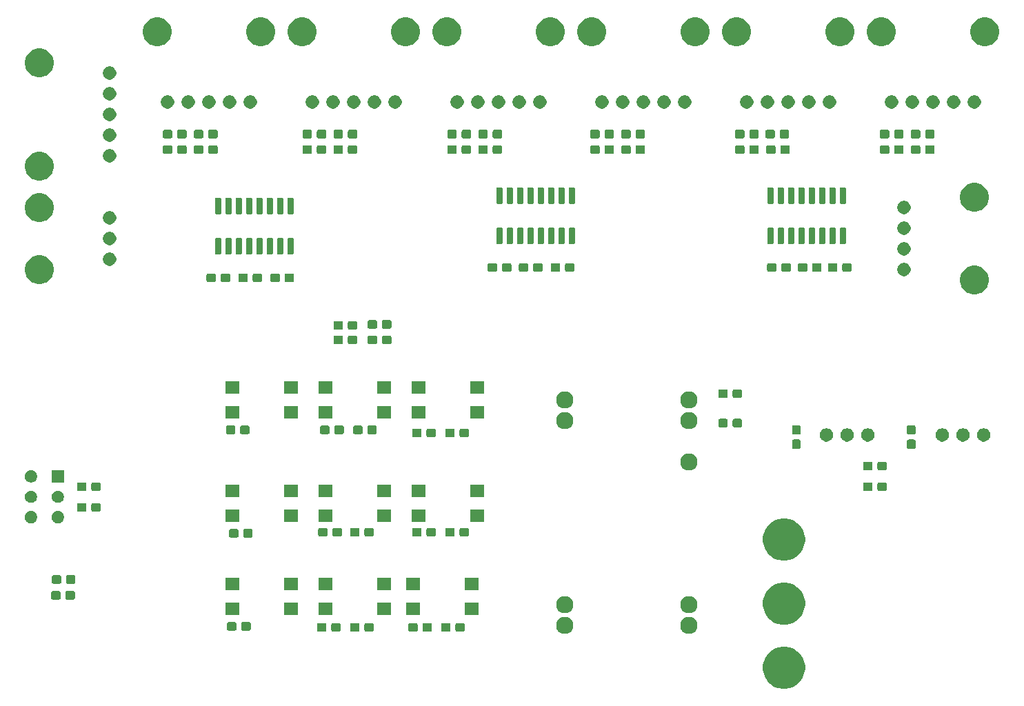
<source format=gbr>
G04 #@! TF.GenerationSoftware,KiCad,Pcbnew,(5.1.5)-3*
G04 #@! TF.CreationDate,2020-01-06T20:04:16-06:00*
G04 #@! TF.ProjectId,DriveBoard2020,44726976-6542-46f6-9172-64323032302e,rev?*
G04 #@! TF.SameCoordinates,Original*
G04 #@! TF.FileFunction,Soldermask,Top*
G04 #@! TF.FilePolarity,Negative*
%FSLAX46Y46*%
G04 Gerber Fmt 4.6, Leading zero omitted, Abs format (unit mm)*
G04 Created by KiCad (PCBNEW (5.1.5)-3) date 2020-01-06 20:04:16*
%MOMM*%
%LPD*%
G04 APERTURE LIST*
%ADD10C,0.100000*%
G04 APERTURE END LIST*
D10*
G36*
X207852908Y-210200380D02*
G01*
X208019767Y-210233570D01*
X208491299Y-210428885D01*
X208734029Y-210591073D01*
X208915666Y-210712438D01*
X209276562Y-211073334D01*
X209397927Y-211254971D01*
X209560115Y-211497701D01*
X209755430Y-211969233D01*
X209855000Y-212469809D01*
X209855000Y-212980191D01*
X209755430Y-213480767D01*
X209560115Y-213952299D01*
X209397927Y-214195029D01*
X209276562Y-214376666D01*
X208915666Y-214737562D01*
X208734029Y-214858927D01*
X208491299Y-215021115D01*
X208019767Y-215216430D01*
X207852908Y-215249620D01*
X207519193Y-215316000D01*
X207008807Y-215316000D01*
X206675092Y-215249620D01*
X206508233Y-215216430D01*
X206036701Y-215021115D01*
X205793971Y-214858927D01*
X205612334Y-214737562D01*
X205251438Y-214376666D01*
X205130073Y-214195029D01*
X204967885Y-213952299D01*
X204772570Y-213480767D01*
X204673000Y-212980191D01*
X204673000Y-212469809D01*
X204772570Y-211969233D01*
X204967885Y-211497701D01*
X205130073Y-211254971D01*
X205251438Y-211073334D01*
X205612334Y-210712438D01*
X205793971Y-210591073D01*
X206036701Y-210428885D01*
X206508233Y-210233570D01*
X206675092Y-210200380D01*
X207008807Y-210134000D01*
X207519193Y-210134000D01*
X207852908Y-210200380D01*
G37*
G36*
X195886564Y-206514273D02*
G01*
X196077833Y-206593499D01*
X196077835Y-206593500D01*
X196249973Y-206708519D01*
X196396365Y-206854911D01*
X196511385Y-207027051D01*
X196590611Y-207218320D01*
X196631000Y-207421368D01*
X196631000Y-207628400D01*
X196590611Y-207831448D01*
X196558902Y-207908000D01*
X196511384Y-208022719D01*
X196396365Y-208194857D01*
X196249973Y-208341249D01*
X196077835Y-208456268D01*
X196077834Y-208456269D01*
X196077833Y-208456269D01*
X195886564Y-208535495D01*
X195683516Y-208575884D01*
X195476484Y-208575884D01*
X195273436Y-208535495D01*
X195082167Y-208456269D01*
X195082166Y-208456269D01*
X195082165Y-208456268D01*
X194910027Y-208341249D01*
X194763635Y-208194857D01*
X194648616Y-208022719D01*
X194601098Y-207908000D01*
X194569389Y-207831448D01*
X194529000Y-207628400D01*
X194529000Y-207421368D01*
X194569389Y-207218320D01*
X194648615Y-207027051D01*
X194763635Y-206854911D01*
X194910027Y-206708519D01*
X195082165Y-206593500D01*
X195082167Y-206593499D01*
X195273436Y-206514273D01*
X195476484Y-206473884D01*
X195683516Y-206473884D01*
X195886564Y-206514273D01*
G37*
G36*
X180646564Y-206514273D02*
G01*
X180837833Y-206593499D01*
X180837835Y-206593500D01*
X181009973Y-206708519D01*
X181156365Y-206854911D01*
X181271385Y-207027051D01*
X181350611Y-207218320D01*
X181391000Y-207421368D01*
X181391000Y-207628400D01*
X181350611Y-207831448D01*
X181318902Y-207908000D01*
X181271384Y-208022719D01*
X181156365Y-208194857D01*
X181009973Y-208341249D01*
X180837835Y-208456268D01*
X180837834Y-208456269D01*
X180837833Y-208456269D01*
X180646564Y-208535495D01*
X180443516Y-208575884D01*
X180236484Y-208575884D01*
X180033436Y-208535495D01*
X179842167Y-208456269D01*
X179842166Y-208456269D01*
X179842165Y-208456268D01*
X179670027Y-208341249D01*
X179523635Y-208194857D01*
X179408616Y-208022719D01*
X179361098Y-207908000D01*
X179329389Y-207831448D01*
X179289000Y-207628400D01*
X179289000Y-207421368D01*
X179329389Y-207218320D01*
X179408615Y-207027051D01*
X179523635Y-206854911D01*
X179670027Y-206708519D01*
X179842165Y-206593500D01*
X179842167Y-206593499D01*
X180033436Y-206514273D01*
X180236484Y-206473884D01*
X180443516Y-206473884D01*
X180646564Y-206514273D01*
G37*
G36*
X154987499Y-207250445D02*
G01*
X155024995Y-207261820D01*
X155059554Y-207280292D01*
X155089847Y-207305153D01*
X155114708Y-207335446D01*
X155133180Y-207370005D01*
X155144555Y-207407501D01*
X155149000Y-207452638D01*
X155149000Y-208091362D01*
X155144555Y-208136499D01*
X155133180Y-208173995D01*
X155114708Y-208208554D01*
X155089847Y-208238847D01*
X155059554Y-208263708D01*
X155024995Y-208282180D01*
X154987499Y-208293555D01*
X154942362Y-208298000D01*
X154203638Y-208298000D01*
X154158501Y-208293555D01*
X154121005Y-208282180D01*
X154086446Y-208263708D01*
X154056153Y-208238847D01*
X154031292Y-208208554D01*
X154012820Y-208173995D01*
X154001445Y-208136499D01*
X153997000Y-208091362D01*
X153997000Y-207452638D01*
X154001445Y-207407501D01*
X154012820Y-207370005D01*
X154031292Y-207335446D01*
X154056153Y-207305153D01*
X154086446Y-207280292D01*
X154121005Y-207261820D01*
X154158501Y-207250445D01*
X154203638Y-207246000D01*
X154942362Y-207246000D01*
X154987499Y-207250445D01*
G37*
G36*
X150923499Y-207250445D02*
G01*
X150960995Y-207261820D01*
X150995554Y-207280292D01*
X151025847Y-207305153D01*
X151050708Y-207335446D01*
X151069180Y-207370005D01*
X151080555Y-207407501D01*
X151085000Y-207452638D01*
X151085000Y-208091362D01*
X151080555Y-208136499D01*
X151069180Y-208173995D01*
X151050708Y-208208554D01*
X151025847Y-208238847D01*
X150995554Y-208263708D01*
X150960995Y-208282180D01*
X150923499Y-208293555D01*
X150878362Y-208298000D01*
X150139638Y-208298000D01*
X150094501Y-208293555D01*
X150057005Y-208282180D01*
X150022446Y-208263708D01*
X149992153Y-208238847D01*
X149967292Y-208208554D01*
X149948820Y-208173995D01*
X149937445Y-208136499D01*
X149933000Y-208091362D01*
X149933000Y-207452638D01*
X149937445Y-207407501D01*
X149948820Y-207370005D01*
X149967292Y-207335446D01*
X149992153Y-207305153D01*
X150022446Y-207280292D01*
X150057005Y-207261820D01*
X150094501Y-207250445D01*
X150139638Y-207246000D01*
X150878362Y-207246000D01*
X150923499Y-207250445D01*
G37*
G36*
X152673499Y-207250445D02*
G01*
X152710995Y-207261820D01*
X152745554Y-207280292D01*
X152775847Y-207305153D01*
X152800708Y-207335446D01*
X152819180Y-207370005D01*
X152830555Y-207407501D01*
X152835000Y-207452638D01*
X152835000Y-208091362D01*
X152830555Y-208136499D01*
X152819180Y-208173995D01*
X152800708Y-208208554D01*
X152775847Y-208238847D01*
X152745554Y-208263708D01*
X152710995Y-208282180D01*
X152673499Y-208293555D01*
X152628362Y-208298000D01*
X151889638Y-208298000D01*
X151844501Y-208293555D01*
X151807005Y-208282180D01*
X151772446Y-208263708D01*
X151742153Y-208238847D01*
X151717292Y-208208554D01*
X151698820Y-208173995D01*
X151687445Y-208136499D01*
X151683000Y-208091362D01*
X151683000Y-207452638D01*
X151687445Y-207407501D01*
X151698820Y-207370005D01*
X151717292Y-207335446D01*
X151742153Y-207305153D01*
X151772446Y-207280292D01*
X151807005Y-207261820D01*
X151844501Y-207250445D01*
X151889638Y-207246000D01*
X152628362Y-207246000D01*
X152673499Y-207250445D01*
G37*
G36*
X156737499Y-207250445D02*
G01*
X156774995Y-207261820D01*
X156809554Y-207280292D01*
X156839847Y-207305153D01*
X156864708Y-207335446D01*
X156883180Y-207370005D01*
X156894555Y-207407501D01*
X156899000Y-207452638D01*
X156899000Y-208091362D01*
X156894555Y-208136499D01*
X156883180Y-208173995D01*
X156864708Y-208208554D01*
X156839847Y-208238847D01*
X156809554Y-208263708D01*
X156774995Y-208282180D01*
X156737499Y-208293555D01*
X156692362Y-208298000D01*
X155953638Y-208298000D01*
X155908501Y-208293555D01*
X155871005Y-208282180D01*
X155836446Y-208263708D01*
X155806153Y-208238847D01*
X155781292Y-208208554D01*
X155762820Y-208173995D01*
X155751445Y-208136499D01*
X155747000Y-208091362D01*
X155747000Y-207452638D01*
X155751445Y-207407501D01*
X155762820Y-207370005D01*
X155781292Y-207335446D01*
X155806153Y-207305153D01*
X155836446Y-207280292D01*
X155871005Y-207261820D01*
X155908501Y-207250445D01*
X155953638Y-207246000D01*
X156692362Y-207246000D01*
X156737499Y-207250445D01*
G37*
G36*
X163863499Y-207250445D02*
G01*
X163900995Y-207261820D01*
X163935554Y-207280292D01*
X163965847Y-207305153D01*
X163990708Y-207335446D01*
X164009180Y-207370005D01*
X164020555Y-207407501D01*
X164025000Y-207452638D01*
X164025000Y-208091362D01*
X164020555Y-208136499D01*
X164009180Y-208173995D01*
X163990708Y-208208554D01*
X163965847Y-208238847D01*
X163935554Y-208263708D01*
X163900995Y-208282180D01*
X163863499Y-208293555D01*
X163818362Y-208298000D01*
X163079638Y-208298000D01*
X163034501Y-208293555D01*
X162997005Y-208282180D01*
X162962446Y-208263708D01*
X162932153Y-208238847D01*
X162907292Y-208208554D01*
X162888820Y-208173995D01*
X162877445Y-208136499D01*
X162873000Y-208091362D01*
X162873000Y-207452638D01*
X162877445Y-207407501D01*
X162888820Y-207370005D01*
X162907292Y-207335446D01*
X162932153Y-207305153D01*
X162962446Y-207280292D01*
X162997005Y-207261820D01*
X163034501Y-207250445D01*
X163079638Y-207246000D01*
X163818362Y-207246000D01*
X163863499Y-207250445D01*
G37*
G36*
X162113499Y-207250445D02*
G01*
X162150995Y-207261820D01*
X162185554Y-207280292D01*
X162215847Y-207305153D01*
X162240708Y-207335446D01*
X162259180Y-207370005D01*
X162270555Y-207407501D01*
X162275000Y-207452638D01*
X162275000Y-208091362D01*
X162270555Y-208136499D01*
X162259180Y-208173995D01*
X162240708Y-208208554D01*
X162215847Y-208238847D01*
X162185554Y-208263708D01*
X162150995Y-208282180D01*
X162113499Y-208293555D01*
X162068362Y-208298000D01*
X161329638Y-208298000D01*
X161284501Y-208293555D01*
X161247005Y-208282180D01*
X161212446Y-208263708D01*
X161182153Y-208238847D01*
X161157292Y-208208554D01*
X161138820Y-208173995D01*
X161127445Y-208136499D01*
X161123000Y-208091362D01*
X161123000Y-207452638D01*
X161127445Y-207407501D01*
X161138820Y-207370005D01*
X161157292Y-207335446D01*
X161182153Y-207305153D01*
X161212446Y-207280292D01*
X161247005Y-207261820D01*
X161284501Y-207250445D01*
X161329638Y-207246000D01*
X162068362Y-207246000D01*
X162113499Y-207250445D01*
G37*
G36*
X167913499Y-207250445D02*
G01*
X167950995Y-207261820D01*
X167985554Y-207280292D01*
X168015847Y-207305153D01*
X168040708Y-207335446D01*
X168059180Y-207370005D01*
X168070555Y-207407501D01*
X168075000Y-207452638D01*
X168075000Y-208091362D01*
X168070555Y-208136499D01*
X168059180Y-208173995D01*
X168040708Y-208208554D01*
X168015847Y-208238847D01*
X167985554Y-208263708D01*
X167950995Y-208282180D01*
X167913499Y-208293555D01*
X167868362Y-208298000D01*
X167129638Y-208298000D01*
X167084501Y-208293555D01*
X167047005Y-208282180D01*
X167012446Y-208263708D01*
X166982153Y-208238847D01*
X166957292Y-208208554D01*
X166938820Y-208173995D01*
X166927445Y-208136499D01*
X166923000Y-208091362D01*
X166923000Y-207452638D01*
X166927445Y-207407501D01*
X166938820Y-207370005D01*
X166957292Y-207335446D01*
X166982153Y-207305153D01*
X167012446Y-207280292D01*
X167047005Y-207261820D01*
X167084501Y-207250445D01*
X167129638Y-207246000D01*
X167868362Y-207246000D01*
X167913499Y-207250445D01*
G37*
G36*
X166163499Y-207250445D02*
G01*
X166200995Y-207261820D01*
X166235554Y-207280292D01*
X166265847Y-207305153D01*
X166290708Y-207335446D01*
X166309180Y-207370005D01*
X166320555Y-207407501D01*
X166325000Y-207452638D01*
X166325000Y-208091362D01*
X166320555Y-208136499D01*
X166309180Y-208173995D01*
X166290708Y-208208554D01*
X166265847Y-208238847D01*
X166235554Y-208263708D01*
X166200995Y-208282180D01*
X166163499Y-208293555D01*
X166118362Y-208298000D01*
X165379638Y-208298000D01*
X165334501Y-208293555D01*
X165297005Y-208282180D01*
X165262446Y-208263708D01*
X165232153Y-208238847D01*
X165207292Y-208208554D01*
X165188820Y-208173995D01*
X165177445Y-208136499D01*
X165173000Y-208091362D01*
X165173000Y-207452638D01*
X165177445Y-207407501D01*
X165188820Y-207370005D01*
X165207292Y-207335446D01*
X165232153Y-207305153D01*
X165262446Y-207280292D01*
X165297005Y-207261820D01*
X165334501Y-207250445D01*
X165379638Y-207246000D01*
X166118362Y-207246000D01*
X166163499Y-207250445D01*
G37*
G36*
X141624499Y-207123445D02*
G01*
X141661995Y-207134820D01*
X141696554Y-207153292D01*
X141726847Y-207178153D01*
X141751708Y-207208446D01*
X141770180Y-207243005D01*
X141781555Y-207280501D01*
X141786000Y-207325638D01*
X141786000Y-207964362D01*
X141781555Y-208009499D01*
X141770180Y-208046995D01*
X141751708Y-208081554D01*
X141726847Y-208111847D01*
X141696554Y-208136708D01*
X141661995Y-208155180D01*
X141624499Y-208166555D01*
X141579362Y-208171000D01*
X140840638Y-208171000D01*
X140795501Y-208166555D01*
X140758005Y-208155180D01*
X140723446Y-208136708D01*
X140693153Y-208111847D01*
X140668292Y-208081554D01*
X140649820Y-208046995D01*
X140638445Y-208009499D01*
X140634000Y-207964362D01*
X140634000Y-207325638D01*
X140638445Y-207280501D01*
X140649820Y-207243005D01*
X140668292Y-207208446D01*
X140693153Y-207178153D01*
X140723446Y-207153292D01*
X140758005Y-207134820D01*
X140795501Y-207123445D01*
X140840638Y-207119000D01*
X141579362Y-207119000D01*
X141624499Y-207123445D01*
G37*
G36*
X139874499Y-207123445D02*
G01*
X139911995Y-207134820D01*
X139946554Y-207153292D01*
X139976847Y-207178153D01*
X140001708Y-207208446D01*
X140020180Y-207243005D01*
X140031555Y-207280501D01*
X140036000Y-207325638D01*
X140036000Y-207964362D01*
X140031555Y-208009499D01*
X140020180Y-208046995D01*
X140001708Y-208081554D01*
X139976847Y-208111847D01*
X139946554Y-208136708D01*
X139911995Y-208155180D01*
X139874499Y-208166555D01*
X139829362Y-208171000D01*
X139090638Y-208171000D01*
X139045501Y-208166555D01*
X139008005Y-208155180D01*
X138973446Y-208136708D01*
X138943153Y-208111847D01*
X138918292Y-208081554D01*
X138899820Y-208046995D01*
X138888445Y-208009499D01*
X138884000Y-207964362D01*
X138884000Y-207325638D01*
X138888445Y-207280501D01*
X138899820Y-207243005D01*
X138918292Y-207208446D01*
X138943153Y-207178153D01*
X138973446Y-207153292D01*
X139008005Y-207134820D01*
X139045501Y-207123445D01*
X139090638Y-207119000D01*
X139829362Y-207119000D01*
X139874499Y-207123445D01*
G37*
G36*
X207823624Y-202320555D02*
G01*
X208019767Y-202359570D01*
X208491299Y-202554885D01*
X208734029Y-202717073D01*
X208915666Y-202838438D01*
X209276562Y-203199334D01*
X209363215Y-203329020D01*
X209560115Y-203623701D01*
X209755430Y-204095233D01*
X209755430Y-204095234D01*
X209855000Y-204595807D01*
X209855000Y-205106193D01*
X209818150Y-205291449D01*
X209755430Y-205606767D01*
X209560115Y-206078299D01*
X209470110Y-206213000D01*
X209276562Y-206502666D01*
X208915666Y-206863562D01*
X208734029Y-206984927D01*
X208491299Y-207147115D01*
X208019767Y-207342430D01*
X207916932Y-207362885D01*
X207519193Y-207442000D01*
X207008807Y-207442000D01*
X206611068Y-207362885D01*
X206508233Y-207342430D01*
X206036701Y-207147115D01*
X205793971Y-206984927D01*
X205612334Y-206863562D01*
X205251438Y-206502666D01*
X205057890Y-206213000D01*
X204967885Y-206078299D01*
X204772570Y-205606767D01*
X204709850Y-205291449D01*
X204673000Y-205106193D01*
X204673000Y-204595807D01*
X204772570Y-204095234D01*
X204772570Y-204095233D01*
X204967885Y-203623701D01*
X205164785Y-203329020D01*
X205251438Y-203199334D01*
X205612334Y-202838438D01*
X205793971Y-202717073D01*
X206036701Y-202554885D01*
X206508233Y-202359570D01*
X206704376Y-202320555D01*
X207008807Y-202260000D01*
X207519193Y-202260000D01*
X207823624Y-202320555D01*
G37*
G36*
X151810000Y-206213000D02*
G01*
X150108000Y-206213000D01*
X150108000Y-204711000D01*
X151810000Y-204711000D01*
X151810000Y-206213000D01*
G37*
G36*
X159010000Y-206213000D02*
G01*
X157308000Y-206213000D01*
X157308000Y-204711000D01*
X159010000Y-204711000D01*
X159010000Y-206213000D01*
G37*
G36*
X162605000Y-206213000D02*
G01*
X160903000Y-206213000D01*
X160903000Y-204711000D01*
X162605000Y-204711000D01*
X162605000Y-206213000D01*
G37*
G36*
X147580000Y-206213000D02*
G01*
X145878000Y-206213000D01*
X145878000Y-204711000D01*
X147580000Y-204711000D01*
X147580000Y-206213000D01*
G37*
G36*
X140380000Y-206213000D02*
G01*
X138678000Y-206213000D01*
X138678000Y-204711000D01*
X140380000Y-204711000D01*
X140380000Y-206213000D01*
G37*
G36*
X169805000Y-206213000D02*
G01*
X168103000Y-206213000D01*
X168103000Y-204711000D01*
X169805000Y-204711000D01*
X169805000Y-206213000D01*
G37*
G36*
X195886564Y-203974273D02*
G01*
X196077833Y-204053499D01*
X196077835Y-204053500D01*
X196249973Y-204168519D01*
X196396365Y-204314911D01*
X196404248Y-204326708D01*
X196511385Y-204487051D01*
X196590611Y-204678320D01*
X196631000Y-204881368D01*
X196631000Y-205088400D01*
X196590611Y-205291448D01*
X196511385Y-205482717D01*
X196511384Y-205482719D01*
X196396365Y-205654857D01*
X196249973Y-205801249D01*
X196077835Y-205916268D01*
X196077834Y-205916269D01*
X196077833Y-205916269D01*
X195886564Y-205995495D01*
X195683516Y-206035884D01*
X195476484Y-206035884D01*
X195273436Y-205995495D01*
X195082167Y-205916269D01*
X195082166Y-205916269D01*
X195082165Y-205916268D01*
X194910027Y-205801249D01*
X194763635Y-205654857D01*
X194648616Y-205482719D01*
X194648615Y-205482717D01*
X194569389Y-205291448D01*
X194529000Y-205088400D01*
X194529000Y-204881368D01*
X194569389Y-204678320D01*
X194648615Y-204487051D01*
X194755753Y-204326708D01*
X194763635Y-204314911D01*
X194910027Y-204168519D01*
X195082165Y-204053500D01*
X195082167Y-204053499D01*
X195273436Y-203974273D01*
X195476484Y-203933884D01*
X195683516Y-203933884D01*
X195886564Y-203974273D01*
G37*
G36*
X180646564Y-203974273D02*
G01*
X180837833Y-204053499D01*
X180837835Y-204053500D01*
X181009973Y-204168519D01*
X181156365Y-204314911D01*
X181164248Y-204326708D01*
X181271385Y-204487051D01*
X181350611Y-204678320D01*
X181391000Y-204881368D01*
X181391000Y-205088400D01*
X181350611Y-205291448D01*
X181271385Y-205482717D01*
X181271384Y-205482719D01*
X181156365Y-205654857D01*
X181009973Y-205801249D01*
X180837835Y-205916268D01*
X180837834Y-205916269D01*
X180837833Y-205916269D01*
X180646564Y-205995495D01*
X180443516Y-206035884D01*
X180236484Y-206035884D01*
X180033436Y-205995495D01*
X179842167Y-205916269D01*
X179842166Y-205916269D01*
X179842165Y-205916268D01*
X179670027Y-205801249D01*
X179523635Y-205654857D01*
X179408616Y-205482719D01*
X179408615Y-205482717D01*
X179329389Y-205291448D01*
X179289000Y-205088400D01*
X179289000Y-204881368D01*
X179329389Y-204678320D01*
X179408615Y-204487051D01*
X179515753Y-204326708D01*
X179523635Y-204314911D01*
X179670027Y-204168519D01*
X179842165Y-204053500D01*
X179842167Y-204053499D01*
X180033436Y-203974273D01*
X180236484Y-203933884D01*
X180443516Y-203933884D01*
X180646564Y-203974273D01*
G37*
G36*
X118284499Y-203313445D02*
G01*
X118321995Y-203324820D01*
X118356554Y-203343292D01*
X118386847Y-203368153D01*
X118411708Y-203398446D01*
X118430180Y-203433005D01*
X118441555Y-203470501D01*
X118446000Y-203515638D01*
X118446000Y-204154362D01*
X118441555Y-204199499D01*
X118430180Y-204236995D01*
X118411708Y-204271554D01*
X118386847Y-204301847D01*
X118356554Y-204326708D01*
X118321995Y-204345180D01*
X118284499Y-204356555D01*
X118239362Y-204361000D01*
X117500638Y-204361000D01*
X117455501Y-204356555D01*
X117418005Y-204345180D01*
X117383446Y-204326708D01*
X117353153Y-204301847D01*
X117328292Y-204271554D01*
X117309820Y-204236995D01*
X117298445Y-204199499D01*
X117294000Y-204154362D01*
X117294000Y-203515638D01*
X117298445Y-203470501D01*
X117309820Y-203433005D01*
X117328292Y-203398446D01*
X117353153Y-203368153D01*
X117383446Y-203343292D01*
X117418005Y-203324820D01*
X117455501Y-203313445D01*
X117500638Y-203309000D01*
X118239362Y-203309000D01*
X118284499Y-203313445D01*
G37*
G36*
X120034499Y-203313445D02*
G01*
X120071995Y-203324820D01*
X120106554Y-203343292D01*
X120136847Y-203368153D01*
X120161708Y-203398446D01*
X120180180Y-203433005D01*
X120191555Y-203470501D01*
X120196000Y-203515638D01*
X120196000Y-204154362D01*
X120191555Y-204199499D01*
X120180180Y-204236995D01*
X120161708Y-204271554D01*
X120136847Y-204301847D01*
X120106554Y-204326708D01*
X120071995Y-204345180D01*
X120034499Y-204356555D01*
X119989362Y-204361000D01*
X119250638Y-204361000D01*
X119205501Y-204356555D01*
X119168005Y-204345180D01*
X119133446Y-204326708D01*
X119103153Y-204301847D01*
X119078292Y-204271554D01*
X119059820Y-204236995D01*
X119048445Y-204199499D01*
X119044000Y-204154362D01*
X119044000Y-203515638D01*
X119048445Y-203470501D01*
X119059820Y-203433005D01*
X119078292Y-203398446D01*
X119103153Y-203368153D01*
X119133446Y-203343292D01*
X119168005Y-203324820D01*
X119205501Y-203313445D01*
X119250638Y-203309000D01*
X119989362Y-203309000D01*
X120034499Y-203313445D01*
G37*
G36*
X151810000Y-203213000D02*
G01*
X150108000Y-203213000D01*
X150108000Y-201711000D01*
X151810000Y-201711000D01*
X151810000Y-203213000D01*
G37*
G36*
X162605000Y-203213000D02*
G01*
X160903000Y-203213000D01*
X160903000Y-201711000D01*
X162605000Y-201711000D01*
X162605000Y-203213000D01*
G37*
G36*
X159010000Y-203213000D02*
G01*
X157308000Y-203213000D01*
X157308000Y-201711000D01*
X159010000Y-201711000D01*
X159010000Y-203213000D01*
G37*
G36*
X169805000Y-203213000D02*
G01*
X168103000Y-203213000D01*
X168103000Y-201711000D01*
X169805000Y-201711000D01*
X169805000Y-203213000D01*
G37*
G36*
X140380000Y-203213000D02*
G01*
X138678000Y-203213000D01*
X138678000Y-201711000D01*
X140380000Y-201711000D01*
X140380000Y-203213000D01*
G37*
G36*
X147580000Y-203213000D02*
G01*
X145878000Y-203213000D01*
X145878000Y-201711000D01*
X147580000Y-201711000D01*
X147580000Y-203213000D01*
G37*
G36*
X118360500Y-201362446D02*
G01*
X118397996Y-201373821D01*
X118432555Y-201392293D01*
X118462848Y-201417154D01*
X118487709Y-201447447D01*
X118506181Y-201482006D01*
X118517556Y-201519502D01*
X118522001Y-201564639D01*
X118522001Y-202203363D01*
X118517556Y-202248500D01*
X118506181Y-202285996D01*
X118487709Y-202320555D01*
X118462848Y-202350848D01*
X118432555Y-202375709D01*
X118397996Y-202394181D01*
X118360500Y-202405556D01*
X118315363Y-202410001D01*
X117576639Y-202410001D01*
X117531502Y-202405556D01*
X117494006Y-202394181D01*
X117459447Y-202375709D01*
X117429154Y-202350848D01*
X117404293Y-202320555D01*
X117385821Y-202285996D01*
X117374446Y-202248500D01*
X117370001Y-202203363D01*
X117370001Y-201564639D01*
X117374446Y-201519502D01*
X117385821Y-201482006D01*
X117404293Y-201447447D01*
X117429154Y-201417154D01*
X117459447Y-201392293D01*
X117494006Y-201373821D01*
X117531502Y-201362446D01*
X117576639Y-201358001D01*
X118315363Y-201358001D01*
X118360500Y-201362446D01*
G37*
G36*
X120110500Y-201362446D02*
G01*
X120147996Y-201373821D01*
X120182555Y-201392293D01*
X120212848Y-201417154D01*
X120237709Y-201447447D01*
X120256181Y-201482006D01*
X120267556Y-201519502D01*
X120272001Y-201564639D01*
X120272001Y-202203363D01*
X120267556Y-202248500D01*
X120256181Y-202285996D01*
X120237709Y-202320555D01*
X120212848Y-202350848D01*
X120182555Y-202375709D01*
X120147996Y-202394181D01*
X120110500Y-202405556D01*
X120065363Y-202410001D01*
X119326639Y-202410001D01*
X119281502Y-202405556D01*
X119244006Y-202394181D01*
X119209447Y-202375709D01*
X119179154Y-202350848D01*
X119154293Y-202320555D01*
X119135821Y-202285996D01*
X119124446Y-202248500D01*
X119120001Y-202203363D01*
X119120001Y-201564639D01*
X119124446Y-201519502D01*
X119135821Y-201482006D01*
X119154293Y-201447447D01*
X119179154Y-201417154D01*
X119209447Y-201392293D01*
X119244006Y-201373821D01*
X119281502Y-201362446D01*
X119326639Y-201358001D01*
X120065363Y-201358001D01*
X120110500Y-201362446D01*
G37*
G36*
X207852908Y-194452380D02*
G01*
X208019767Y-194485570D01*
X208491299Y-194680885D01*
X208734029Y-194843073D01*
X208915666Y-194964438D01*
X209276562Y-195325334D01*
X209397927Y-195506971D01*
X209560115Y-195749701D01*
X209755430Y-196221233D01*
X209755430Y-196221234D01*
X209851997Y-196706708D01*
X209855000Y-196721809D01*
X209855000Y-197232191D01*
X209755430Y-197732767D01*
X209560115Y-198204299D01*
X209397927Y-198447029D01*
X209276562Y-198628666D01*
X208915666Y-198989562D01*
X208734029Y-199110927D01*
X208491299Y-199273115D01*
X208019767Y-199468430D01*
X207852908Y-199501620D01*
X207519193Y-199568000D01*
X207008807Y-199568000D01*
X206675092Y-199501620D01*
X206508233Y-199468430D01*
X206036701Y-199273115D01*
X205793971Y-199110927D01*
X205612334Y-198989562D01*
X205251438Y-198628666D01*
X205130073Y-198447029D01*
X204967885Y-198204299D01*
X204772570Y-197732767D01*
X204673000Y-197232191D01*
X204673000Y-196721809D01*
X204676004Y-196706708D01*
X204772570Y-196221234D01*
X204772570Y-196221233D01*
X204967885Y-195749701D01*
X205130073Y-195506971D01*
X205251438Y-195325334D01*
X205612334Y-194964438D01*
X205793971Y-194843073D01*
X206036701Y-194680885D01*
X206508233Y-194485570D01*
X206675092Y-194452380D01*
X207008807Y-194386000D01*
X207519193Y-194386000D01*
X207852908Y-194452380D01*
G37*
G36*
X141864499Y-195693445D02*
G01*
X141901995Y-195704820D01*
X141936554Y-195723292D01*
X141966847Y-195748153D01*
X141991708Y-195778446D01*
X142010180Y-195813005D01*
X142021555Y-195850501D01*
X142026000Y-195895638D01*
X142026000Y-196534362D01*
X142021555Y-196579499D01*
X142010180Y-196616995D01*
X141991708Y-196651554D01*
X141966847Y-196681847D01*
X141936554Y-196706708D01*
X141901995Y-196725180D01*
X141864499Y-196736555D01*
X141819362Y-196741000D01*
X141080638Y-196741000D01*
X141035501Y-196736555D01*
X140998005Y-196725180D01*
X140963446Y-196706708D01*
X140933153Y-196681847D01*
X140908292Y-196651554D01*
X140889820Y-196616995D01*
X140878445Y-196579499D01*
X140874000Y-196534362D01*
X140874000Y-195895638D01*
X140878445Y-195850501D01*
X140889820Y-195813005D01*
X140908292Y-195778446D01*
X140933153Y-195748153D01*
X140963446Y-195723292D01*
X140998005Y-195704820D01*
X141035501Y-195693445D01*
X141080638Y-195689000D01*
X141819362Y-195689000D01*
X141864499Y-195693445D01*
G37*
G36*
X140114499Y-195693445D02*
G01*
X140151995Y-195704820D01*
X140186554Y-195723292D01*
X140216847Y-195748153D01*
X140241708Y-195778446D01*
X140260180Y-195813005D01*
X140271555Y-195850501D01*
X140276000Y-195895638D01*
X140276000Y-196534362D01*
X140271555Y-196579499D01*
X140260180Y-196616995D01*
X140241708Y-196651554D01*
X140216847Y-196681847D01*
X140186554Y-196706708D01*
X140151995Y-196725180D01*
X140114499Y-196736555D01*
X140069362Y-196741000D01*
X139330638Y-196741000D01*
X139285501Y-196736555D01*
X139248005Y-196725180D01*
X139213446Y-196706708D01*
X139183153Y-196681847D01*
X139158292Y-196651554D01*
X139139820Y-196616995D01*
X139128445Y-196579499D01*
X139124000Y-196534362D01*
X139124000Y-195895638D01*
X139128445Y-195850501D01*
X139139820Y-195813005D01*
X139158292Y-195778446D01*
X139183153Y-195748153D01*
X139213446Y-195723292D01*
X139248005Y-195704820D01*
X139285501Y-195693445D01*
X139330638Y-195689000D01*
X140069362Y-195689000D01*
X140114499Y-195693445D01*
G37*
G36*
X162607499Y-195566445D02*
G01*
X162644995Y-195577820D01*
X162679554Y-195596292D01*
X162709847Y-195621153D01*
X162734708Y-195651446D01*
X162753180Y-195686005D01*
X162764555Y-195723501D01*
X162769000Y-195768638D01*
X162769000Y-196407362D01*
X162764555Y-196452499D01*
X162753180Y-196489995D01*
X162734708Y-196524554D01*
X162709847Y-196554847D01*
X162679554Y-196579708D01*
X162644995Y-196598180D01*
X162607499Y-196609555D01*
X162562362Y-196614000D01*
X161823638Y-196614000D01*
X161778501Y-196609555D01*
X161741005Y-196598180D01*
X161706446Y-196579708D01*
X161676153Y-196554847D01*
X161651292Y-196524554D01*
X161632820Y-196489995D01*
X161621445Y-196452499D01*
X161617000Y-196407362D01*
X161617000Y-195768638D01*
X161621445Y-195723501D01*
X161632820Y-195686005D01*
X161651292Y-195651446D01*
X161676153Y-195621153D01*
X161706446Y-195596292D01*
X161741005Y-195577820D01*
X161778501Y-195566445D01*
X161823638Y-195562000D01*
X162562362Y-195562000D01*
X162607499Y-195566445D01*
G37*
G36*
X168421499Y-195566445D02*
G01*
X168458995Y-195577820D01*
X168493554Y-195596292D01*
X168523847Y-195621153D01*
X168548708Y-195651446D01*
X168567180Y-195686005D01*
X168578555Y-195723501D01*
X168583000Y-195768638D01*
X168583000Y-196407362D01*
X168578555Y-196452499D01*
X168567180Y-196489995D01*
X168548708Y-196524554D01*
X168523847Y-196554847D01*
X168493554Y-196579708D01*
X168458995Y-196598180D01*
X168421499Y-196609555D01*
X168376362Y-196614000D01*
X167637638Y-196614000D01*
X167592501Y-196609555D01*
X167555005Y-196598180D01*
X167520446Y-196579708D01*
X167490153Y-196554847D01*
X167465292Y-196524554D01*
X167446820Y-196489995D01*
X167435445Y-196452499D01*
X167431000Y-196407362D01*
X167431000Y-195768638D01*
X167435445Y-195723501D01*
X167446820Y-195686005D01*
X167465292Y-195651446D01*
X167490153Y-195621153D01*
X167520446Y-195596292D01*
X167555005Y-195577820D01*
X167592501Y-195566445D01*
X167637638Y-195562000D01*
X168376362Y-195562000D01*
X168421499Y-195566445D01*
G37*
G36*
X156737499Y-195566445D02*
G01*
X156774995Y-195577820D01*
X156809554Y-195596292D01*
X156839847Y-195621153D01*
X156864708Y-195651446D01*
X156883180Y-195686005D01*
X156894555Y-195723501D01*
X156899000Y-195768638D01*
X156899000Y-196407362D01*
X156894555Y-196452499D01*
X156883180Y-196489995D01*
X156864708Y-196524554D01*
X156839847Y-196554847D01*
X156809554Y-196579708D01*
X156774995Y-196598180D01*
X156737499Y-196609555D01*
X156692362Y-196614000D01*
X155953638Y-196614000D01*
X155908501Y-196609555D01*
X155871005Y-196598180D01*
X155836446Y-196579708D01*
X155806153Y-196554847D01*
X155781292Y-196524554D01*
X155762820Y-196489995D01*
X155751445Y-196452499D01*
X155747000Y-196407362D01*
X155747000Y-195768638D01*
X155751445Y-195723501D01*
X155762820Y-195686005D01*
X155781292Y-195651446D01*
X155806153Y-195621153D01*
X155836446Y-195596292D01*
X155871005Y-195577820D01*
X155908501Y-195566445D01*
X155953638Y-195562000D01*
X156692362Y-195562000D01*
X156737499Y-195566445D01*
G37*
G36*
X152814499Y-195566445D02*
G01*
X152851995Y-195577820D01*
X152886554Y-195596292D01*
X152916847Y-195621153D01*
X152941708Y-195651446D01*
X152960180Y-195686005D01*
X152971555Y-195723501D01*
X152976000Y-195768638D01*
X152976000Y-196407362D01*
X152971555Y-196452499D01*
X152960180Y-196489995D01*
X152941708Y-196524554D01*
X152916847Y-196554847D01*
X152886554Y-196579708D01*
X152851995Y-196598180D01*
X152814499Y-196609555D01*
X152769362Y-196614000D01*
X152030638Y-196614000D01*
X151985501Y-196609555D01*
X151948005Y-196598180D01*
X151913446Y-196579708D01*
X151883153Y-196554847D01*
X151858292Y-196524554D01*
X151839820Y-196489995D01*
X151828445Y-196452499D01*
X151824000Y-196407362D01*
X151824000Y-195768638D01*
X151828445Y-195723501D01*
X151839820Y-195686005D01*
X151858292Y-195651446D01*
X151883153Y-195621153D01*
X151913446Y-195596292D01*
X151948005Y-195577820D01*
X151985501Y-195566445D01*
X152030638Y-195562000D01*
X152769362Y-195562000D01*
X152814499Y-195566445D01*
G37*
G36*
X164357499Y-195566445D02*
G01*
X164394995Y-195577820D01*
X164429554Y-195596292D01*
X164459847Y-195621153D01*
X164484708Y-195651446D01*
X164503180Y-195686005D01*
X164514555Y-195723501D01*
X164519000Y-195768638D01*
X164519000Y-196407362D01*
X164514555Y-196452499D01*
X164503180Y-196489995D01*
X164484708Y-196524554D01*
X164459847Y-196554847D01*
X164429554Y-196579708D01*
X164394995Y-196598180D01*
X164357499Y-196609555D01*
X164312362Y-196614000D01*
X163573638Y-196614000D01*
X163528501Y-196609555D01*
X163491005Y-196598180D01*
X163456446Y-196579708D01*
X163426153Y-196554847D01*
X163401292Y-196524554D01*
X163382820Y-196489995D01*
X163371445Y-196452499D01*
X163367000Y-196407362D01*
X163367000Y-195768638D01*
X163371445Y-195723501D01*
X163382820Y-195686005D01*
X163401292Y-195651446D01*
X163426153Y-195621153D01*
X163456446Y-195596292D01*
X163491005Y-195577820D01*
X163528501Y-195566445D01*
X163573638Y-195562000D01*
X164312362Y-195562000D01*
X164357499Y-195566445D01*
G37*
G36*
X151064499Y-195566445D02*
G01*
X151101995Y-195577820D01*
X151136554Y-195596292D01*
X151166847Y-195621153D01*
X151191708Y-195651446D01*
X151210180Y-195686005D01*
X151221555Y-195723501D01*
X151226000Y-195768638D01*
X151226000Y-196407362D01*
X151221555Y-196452499D01*
X151210180Y-196489995D01*
X151191708Y-196524554D01*
X151166847Y-196554847D01*
X151136554Y-196579708D01*
X151101995Y-196598180D01*
X151064499Y-196609555D01*
X151019362Y-196614000D01*
X150280638Y-196614000D01*
X150235501Y-196609555D01*
X150198005Y-196598180D01*
X150163446Y-196579708D01*
X150133153Y-196554847D01*
X150108292Y-196524554D01*
X150089820Y-196489995D01*
X150078445Y-196452499D01*
X150074000Y-196407362D01*
X150074000Y-195768638D01*
X150078445Y-195723501D01*
X150089820Y-195686005D01*
X150108292Y-195651446D01*
X150133153Y-195621153D01*
X150163446Y-195596292D01*
X150198005Y-195577820D01*
X150235501Y-195566445D01*
X150280638Y-195562000D01*
X151019362Y-195562000D01*
X151064499Y-195566445D01*
G37*
G36*
X154987499Y-195566445D02*
G01*
X155024995Y-195577820D01*
X155059554Y-195596292D01*
X155089847Y-195621153D01*
X155114708Y-195651446D01*
X155133180Y-195686005D01*
X155144555Y-195723501D01*
X155149000Y-195768638D01*
X155149000Y-196407362D01*
X155144555Y-196452499D01*
X155133180Y-196489995D01*
X155114708Y-196524554D01*
X155089847Y-196554847D01*
X155059554Y-196579708D01*
X155024995Y-196598180D01*
X154987499Y-196609555D01*
X154942362Y-196614000D01*
X154203638Y-196614000D01*
X154158501Y-196609555D01*
X154121005Y-196598180D01*
X154086446Y-196579708D01*
X154056153Y-196554847D01*
X154031292Y-196524554D01*
X154012820Y-196489995D01*
X154001445Y-196452499D01*
X153997000Y-196407362D01*
X153997000Y-195768638D01*
X154001445Y-195723501D01*
X154012820Y-195686005D01*
X154031292Y-195651446D01*
X154056153Y-195621153D01*
X154086446Y-195596292D01*
X154121005Y-195577820D01*
X154158501Y-195566445D01*
X154203638Y-195562000D01*
X154942362Y-195562000D01*
X154987499Y-195566445D01*
G37*
G36*
X166671499Y-195566445D02*
G01*
X166708995Y-195577820D01*
X166743554Y-195596292D01*
X166773847Y-195621153D01*
X166798708Y-195651446D01*
X166817180Y-195686005D01*
X166828555Y-195723501D01*
X166833000Y-195768638D01*
X166833000Y-196407362D01*
X166828555Y-196452499D01*
X166817180Y-196489995D01*
X166798708Y-196524554D01*
X166773847Y-196554847D01*
X166743554Y-196579708D01*
X166708995Y-196598180D01*
X166671499Y-196609555D01*
X166626362Y-196614000D01*
X165887638Y-196614000D01*
X165842501Y-196609555D01*
X165805005Y-196598180D01*
X165770446Y-196579708D01*
X165740153Y-196554847D01*
X165715292Y-196524554D01*
X165696820Y-196489995D01*
X165685445Y-196452499D01*
X165681000Y-196407362D01*
X165681000Y-195768638D01*
X165685445Y-195723501D01*
X165696820Y-195686005D01*
X165715292Y-195651446D01*
X165740153Y-195621153D01*
X165770446Y-195596292D01*
X165805005Y-195577820D01*
X165842501Y-195566445D01*
X165887638Y-195562000D01*
X166626362Y-195562000D01*
X166671499Y-195566445D01*
G37*
G36*
X114934086Y-193488969D02*
G01*
X115029059Y-193507860D01*
X115165732Y-193564472D01*
X115288735Y-193646660D01*
X115393340Y-193751265D01*
X115475528Y-193874268D01*
X115532140Y-194010941D01*
X115561000Y-194156033D01*
X115561000Y-194303967D01*
X115532140Y-194449059D01*
X115475528Y-194585732D01*
X115393340Y-194708735D01*
X115288735Y-194813340D01*
X115165732Y-194895528D01*
X115165731Y-194895529D01*
X115165730Y-194895529D01*
X115029059Y-194952140D01*
X114883968Y-194981000D01*
X114736032Y-194981000D01*
X114590941Y-194952140D01*
X114454270Y-194895529D01*
X114454269Y-194895529D01*
X114454268Y-194895528D01*
X114331265Y-194813340D01*
X114226660Y-194708735D01*
X114144472Y-194585732D01*
X114087860Y-194449059D01*
X114059000Y-194303967D01*
X114059000Y-194156033D01*
X114087860Y-194010941D01*
X114144472Y-193874268D01*
X114226660Y-193751265D01*
X114331265Y-193646660D01*
X114454268Y-193564472D01*
X114590941Y-193507860D01*
X114685914Y-193488969D01*
X114736032Y-193479000D01*
X114883968Y-193479000D01*
X114934086Y-193488969D01*
G37*
G36*
X118234086Y-193488969D02*
G01*
X118329059Y-193507860D01*
X118465732Y-193564472D01*
X118588735Y-193646660D01*
X118693340Y-193751265D01*
X118775528Y-193874268D01*
X118832140Y-194010941D01*
X118861000Y-194156033D01*
X118861000Y-194303967D01*
X118832140Y-194449059D01*
X118775528Y-194585732D01*
X118693340Y-194708735D01*
X118588735Y-194813340D01*
X118465732Y-194895528D01*
X118465731Y-194895529D01*
X118465730Y-194895529D01*
X118329059Y-194952140D01*
X118183968Y-194981000D01*
X118036032Y-194981000D01*
X117890941Y-194952140D01*
X117754270Y-194895529D01*
X117754269Y-194895529D01*
X117754268Y-194895528D01*
X117631265Y-194813340D01*
X117526660Y-194708735D01*
X117444472Y-194585732D01*
X117387860Y-194449059D01*
X117359000Y-194303967D01*
X117359000Y-194156033D01*
X117387860Y-194010941D01*
X117444472Y-193874268D01*
X117526660Y-193751265D01*
X117631265Y-193646660D01*
X117754268Y-193564472D01*
X117890941Y-193507860D01*
X117985914Y-193488969D01*
X118036032Y-193479000D01*
X118183968Y-193479000D01*
X118234086Y-193488969D01*
G37*
G36*
X159010000Y-194783000D02*
G01*
X157308000Y-194783000D01*
X157308000Y-193281000D01*
X159010000Y-193281000D01*
X159010000Y-194783000D01*
G37*
G36*
X163240000Y-194783000D02*
G01*
X161538000Y-194783000D01*
X161538000Y-193281000D01*
X163240000Y-193281000D01*
X163240000Y-194783000D01*
G37*
G36*
X170440000Y-194783000D02*
G01*
X168738000Y-194783000D01*
X168738000Y-193281000D01*
X170440000Y-193281000D01*
X170440000Y-194783000D01*
G37*
G36*
X147580000Y-194783000D02*
G01*
X145878000Y-194783000D01*
X145878000Y-193281000D01*
X147580000Y-193281000D01*
X147580000Y-194783000D01*
G37*
G36*
X140380000Y-194783000D02*
G01*
X138678000Y-194783000D01*
X138678000Y-193281000D01*
X140380000Y-193281000D01*
X140380000Y-194783000D01*
G37*
G36*
X151810000Y-194783000D02*
G01*
X150108000Y-194783000D01*
X150108000Y-193281000D01*
X151810000Y-193281000D01*
X151810000Y-194783000D01*
G37*
G36*
X121459499Y-192518445D02*
G01*
X121496995Y-192529820D01*
X121531554Y-192548292D01*
X121561847Y-192573153D01*
X121586708Y-192603446D01*
X121605180Y-192638005D01*
X121616555Y-192675501D01*
X121621000Y-192720638D01*
X121621000Y-193359362D01*
X121616555Y-193404499D01*
X121605180Y-193441995D01*
X121586708Y-193476554D01*
X121561847Y-193506847D01*
X121531554Y-193531708D01*
X121496995Y-193550180D01*
X121459499Y-193561555D01*
X121414362Y-193566000D01*
X120675638Y-193566000D01*
X120630501Y-193561555D01*
X120593005Y-193550180D01*
X120558446Y-193531708D01*
X120528153Y-193506847D01*
X120503292Y-193476554D01*
X120484820Y-193441995D01*
X120473445Y-193404499D01*
X120469000Y-193359362D01*
X120469000Y-192720638D01*
X120473445Y-192675501D01*
X120484820Y-192638005D01*
X120503292Y-192603446D01*
X120528153Y-192573153D01*
X120558446Y-192548292D01*
X120593005Y-192529820D01*
X120630501Y-192518445D01*
X120675638Y-192514000D01*
X121414362Y-192514000D01*
X121459499Y-192518445D01*
G37*
G36*
X123209499Y-192518445D02*
G01*
X123246995Y-192529820D01*
X123281554Y-192548292D01*
X123311847Y-192573153D01*
X123336708Y-192603446D01*
X123355180Y-192638005D01*
X123366555Y-192675501D01*
X123371000Y-192720638D01*
X123371000Y-193359362D01*
X123366555Y-193404499D01*
X123355180Y-193441995D01*
X123336708Y-193476554D01*
X123311847Y-193506847D01*
X123281554Y-193531708D01*
X123246995Y-193550180D01*
X123209499Y-193561555D01*
X123164362Y-193566000D01*
X122425638Y-193566000D01*
X122380501Y-193561555D01*
X122343005Y-193550180D01*
X122308446Y-193531708D01*
X122278153Y-193506847D01*
X122253292Y-193476554D01*
X122234820Y-193441995D01*
X122223445Y-193404499D01*
X122219000Y-193359362D01*
X122219000Y-192720638D01*
X122223445Y-192675501D01*
X122234820Y-192638005D01*
X122253292Y-192603446D01*
X122278153Y-192573153D01*
X122308446Y-192548292D01*
X122343005Y-192529820D01*
X122380501Y-192518445D01*
X122425638Y-192514000D01*
X123164362Y-192514000D01*
X123209499Y-192518445D01*
G37*
G36*
X114947856Y-190991708D02*
G01*
X115029059Y-191007860D01*
X115165732Y-191064472D01*
X115288735Y-191146660D01*
X115393340Y-191251265D01*
X115475528Y-191374268D01*
X115532140Y-191510941D01*
X115561000Y-191656033D01*
X115561000Y-191803967D01*
X115532140Y-191949059D01*
X115475528Y-192085732D01*
X115393340Y-192208735D01*
X115288735Y-192313340D01*
X115165732Y-192395528D01*
X115165731Y-192395529D01*
X115165730Y-192395529D01*
X115029059Y-192452140D01*
X114883968Y-192481000D01*
X114736032Y-192481000D01*
X114590941Y-192452140D01*
X114454270Y-192395529D01*
X114454269Y-192395529D01*
X114454268Y-192395528D01*
X114331265Y-192313340D01*
X114226660Y-192208735D01*
X114144472Y-192085732D01*
X114087860Y-191949059D01*
X114059000Y-191803967D01*
X114059000Y-191656033D01*
X114087860Y-191510941D01*
X114144472Y-191374268D01*
X114226660Y-191251265D01*
X114331265Y-191146660D01*
X114454268Y-191064472D01*
X114590941Y-191007860D01*
X114672144Y-190991708D01*
X114736032Y-190979000D01*
X114883968Y-190979000D01*
X114947856Y-190991708D01*
G37*
G36*
X118247856Y-190991708D02*
G01*
X118329059Y-191007860D01*
X118465732Y-191064472D01*
X118588735Y-191146660D01*
X118693340Y-191251265D01*
X118775528Y-191374268D01*
X118832140Y-191510941D01*
X118861000Y-191656033D01*
X118861000Y-191803967D01*
X118832140Y-191949059D01*
X118775528Y-192085732D01*
X118693340Y-192208735D01*
X118588735Y-192313340D01*
X118465732Y-192395528D01*
X118465731Y-192395529D01*
X118465730Y-192395529D01*
X118329059Y-192452140D01*
X118183968Y-192481000D01*
X118036032Y-192481000D01*
X117890941Y-192452140D01*
X117754270Y-192395529D01*
X117754269Y-192395529D01*
X117754268Y-192395528D01*
X117631265Y-192313340D01*
X117526660Y-192208735D01*
X117444472Y-192085732D01*
X117387860Y-191949059D01*
X117359000Y-191803967D01*
X117359000Y-191656033D01*
X117387860Y-191510941D01*
X117444472Y-191374268D01*
X117526660Y-191251265D01*
X117631265Y-191146660D01*
X117754268Y-191064472D01*
X117890941Y-191007860D01*
X117972144Y-190991708D01*
X118036032Y-190979000D01*
X118183968Y-190979000D01*
X118247856Y-190991708D01*
G37*
G36*
X159010000Y-191783000D02*
G01*
X157308000Y-191783000D01*
X157308000Y-190281000D01*
X159010000Y-190281000D01*
X159010000Y-191783000D01*
G37*
G36*
X151810000Y-191783000D02*
G01*
X150108000Y-191783000D01*
X150108000Y-190281000D01*
X151810000Y-190281000D01*
X151810000Y-191783000D01*
G37*
G36*
X147580000Y-191783000D02*
G01*
X145878000Y-191783000D01*
X145878000Y-190281000D01*
X147580000Y-190281000D01*
X147580000Y-191783000D01*
G37*
G36*
X163240000Y-191783000D02*
G01*
X161538000Y-191783000D01*
X161538000Y-190281000D01*
X163240000Y-190281000D01*
X163240000Y-191783000D01*
G37*
G36*
X170440000Y-191783000D02*
G01*
X168738000Y-191783000D01*
X168738000Y-190281000D01*
X170440000Y-190281000D01*
X170440000Y-191783000D01*
G37*
G36*
X140380000Y-191783000D02*
G01*
X138678000Y-191783000D01*
X138678000Y-190281000D01*
X140380000Y-190281000D01*
X140380000Y-191783000D01*
G37*
G36*
X123209499Y-189978445D02*
G01*
X123246995Y-189989820D01*
X123281554Y-190008292D01*
X123311847Y-190033153D01*
X123336708Y-190063446D01*
X123355180Y-190098005D01*
X123366555Y-190135501D01*
X123371000Y-190180638D01*
X123371000Y-190819362D01*
X123366555Y-190864499D01*
X123355180Y-190901995D01*
X123336708Y-190936554D01*
X123311847Y-190966847D01*
X123281554Y-190991708D01*
X123246995Y-191010180D01*
X123209499Y-191021555D01*
X123164362Y-191026000D01*
X122425638Y-191026000D01*
X122380501Y-191021555D01*
X122343005Y-191010180D01*
X122308446Y-190991708D01*
X122278153Y-190966847D01*
X122253292Y-190936554D01*
X122234820Y-190901995D01*
X122223445Y-190864499D01*
X122219000Y-190819362D01*
X122219000Y-190180638D01*
X122223445Y-190135501D01*
X122234820Y-190098005D01*
X122253292Y-190063446D01*
X122278153Y-190033153D01*
X122308446Y-190008292D01*
X122343005Y-189989820D01*
X122380501Y-189978445D01*
X122425638Y-189974000D01*
X123164362Y-189974000D01*
X123209499Y-189978445D01*
G37*
G36*
X121459499Y-189978445D02*
G01*
X121496995Y-189989820D01*
X121531554Y-190008292D01*
X121561847Y-190033153D01*
X121586708Y-190063446D01*
X121605180Y-190098005D01*
X121616555Y-190135501D01*
X121621000Y-190180638D01*
X121621000Y-190819362D01*
X121616555Y-190864499D01*
X121605180Y-190901995D01*
X121586708Y-190936554D01*
X121561847Y-190966847D01*
X121531554Y-190991708D01*
X121496995Y-191010180D01*
X121459499Y-191021555D01*
X121414362Y-191026000D01*
X120675638Y-191026000D01*
X120630501Y-191021555D01*
X120593005Y-191010180D01*
X120558446Y-190991708D01*
X120528153Y-190966847D01*
X120503292Y-190936554D01*
X120484820Y-190901995D01*
X120473445Y-190864499D01*
X120469000Y-190819362D01*
X120469000Y-190180638D01*
X120473445Y-190135501D01*
X120484820Y-190098005D01*
X120503292Y-190063446D01*
X120528153Y-190033153D01*
X120558446Y-190008292D01*
X120593005Y-189989820D01*
X120630501Y-189978445D01*
X120675638Y-189974000D01*
X121414362Y-189974000D01*
X121459499Y-189978445D01*
G37*
G36*
X219729499Y-189978445D02*
G01*
X219766995Y-189989820D01*
X219801554Y-190008292D01*
X219831847Y-190033153D01*
X219856708Y-190063446D01*
X219875180Y-190098005D01*
X219886555Y-190135501D01*
X219891000Y-190180638D01*
X219891000Y-190819362D01*
X219886555Y-190864499D01*
X219875180Y-190901995D01*
X219856708Y-190936554D01*
X219831847Y-190966847D01*
X219801554Y-190991708D01*
X219766995Y-191010180D01*
X219729499Y-191021555D01*
X219684362Y-191026000D01*
X218945638Y-191026000D01*
X218900501Y-191021555D01*
X218863005Y-191010180D01*
X218828446Y-190991708D01*
X218798153Y-190966847D01*
X218773292Y-190936554D01*
X218754820Y-190901995D01*
X218743445Y-190864499D01*
X218739000Y-190819362D01*
X218739000Y-190180638D01*
X218743445Y-190135501D01*
X218754820Y-190098005D01*
X218773292Y-190063446D01*
X218798153Y-190033153D01*
X218828446Y-190008292D01*
X218863005Y-189989820D01*
X218900501Y-189978445D01*
X218945638Y-189974000D01*
X219684362Y-189974000D01*
X219729499Y-189978445D01*
G37*
G36*
X217979499Y-189978445D02*
G01*
X218016995Y-189989820D01*
X218051554Y-190008292D01*
X218081847Y-190033153D01*
X218106708Y-190063446D01*
X218125180Y-190098005D01*
X218136555Y-190135501D01*
X218141000Y-190180638D01*
X218141000Y-190819362D01*
X218136555Y-190864499D01*
X218125180Y-190901995D01*
X218106708Y-190936554D01*
X218081847Y-190966847D01*
X218051554Y-190991708D01*
X218016995Y-191010180D01*
X217979499Y-191021555D01*
X217934362Y-191026000D01*
X217195638Y-191026000D01*
X217150501Y-191021555D01*
X217113005Y-191010180D01*
X217078446Y-190991708D01*
X217048153Y-190966847D01*
X217023292Y-190936554D01*
X217004820Y-190901995D01*
X216993445Y-190864499D01*
X216989000Y-190819362D01*
X216989000Y-190180638D01*
X216993445Y-190135501D01*
X217004820Y-190098005D01*
X217023292Y-190063446D01*
X217048153Y-190033153D01*
X217078446Y-190008292D01*
X217113005Y-189989820D01*
X217150501Y-189978445D01*
X217195638Y-189974000D01*
X217934362Y-189974000D01*
X217979499Y-189978445D01*
G37*
G36*
X115029059Y-188507860D02*
G01*
X115165732Y-188564472D01*
X115288735Y-188646660D01*
X115393340Y-188751265D01*
X115475528Y-188874268D01*
X115532140Y-189010941D01*
X115561000Y-189156033D01*
X115561000Y-189303967D01*
X115532140Y-189449059D01*
X115475528Y-189585732D01*
X115393340Y-189708735D01*
X115288735Y-189813340D01*
X115165732Y-189895528D01*
X115165731Y-189895529D01*
X115165730Y-189895529D01*
X115029059Y-189952140D01*
X114883968Y-189981000D01*
X114736032Y-189981000D01*
X114590941Y-189952140D01*
X114454270Y-189895529D01*
X114454269Y-189895529D01*
X114454268Y-189895528D01*
X114331265Y-189813340D01*
X114226660Y-189708735D01*
X114144472Y-189585732D01*
X114087860Y-189449059D01*
X114059000Y-189303967D01*
X114059000Y-189156033D01*
X114087860Y-189010941D01*
X114144472Y-188874268D01*
X114226660Y-188751265D01*
X114331265Y-188646660D01*
X114454268Y-188564472D01*
X114590941Y-188507860D01*
X114736032Y-188479000D01*
X114883968Y-188479000D01*
X115029059Y-188507860D01*
G37*
G36*
X118861000Y-189981000D02*
G01*
X117359000Y-189981000D01*
X117359000Y-188479000D01*
X118861000Y-188479000D01*
X118861000Y-189981000D01*
G37*
G36*
X195886564Y-186448273D02*
G01*
X196077833Y-186527499D01*
X196077835Y-186527500D01*
X196249973Y-186642519D01*
X196396365Y-186788911D01*
X196511385Y-186961051D01*
X196590611Y-187152320D01*
X196631000Y-187355368D01*
X196631000Y-187562400D01*
X196590611Y-187765448D01*
X196511385Y-187956717D01*
X196511384Y-187956719D01*
X196396365Y-188128857D01*
X196249973Y-188275249D01*
X196077835Y-188390268D01*
X196077834Y-188390269D01*
X196077833Y-188390269D01*
X195886564Y-188469495D01*
X195683516Y-188509884D01*
X195476484Y-188509884D01*
X195273436Y-188469495D01*
X195082167Y-188390269D01*
X195082166Y-188390269D01*
X195082165Y-188390268D01*
X194910027Y-188275249D01*
X194763635Y-188128857D01*
X194648616Y-187956719D01*
X194648615Y-187956717D01*
X194569389Y-187765448D01*
X194529000Y-187562400D01*
X194529000Y-187355368D01*
X194569389Y-187152320D01*
X194648615Y-186961051D01*
X194763635Y-186788911D01*
X194910027Y-186642519D01*
X195082165Y-186527500D01*
X195082167Y-186527499D01*
X195273436Y-186448273D01*
X195476484Y-186407884D01*
X195683516Y-186407884D01*
X195886564Y-186448273D01*
G37*
G36*
X217979499Y-187438445D02*
G01*
X218016995Y-187449820D01*
X218051554Y-187468292D01*
X218081847Y-187493153D01*
X218106708Y-187523446D01*
X218125180Y-187558005D01*
X218136555Y-187595501D01*
X218141000Y-187640638D01*
X218141000Y-188279362D01*
X218136555Y-188324499D01*
X218125180Y-188361995D01*
X218106708Y-188396554D01*
X218081847Y-188426847D01*
X218051554Y-188451708D01*
X218016995Y-188470180D01*
X217979499Y-188481555D01*
X217934362Y-188486000D01*
X217195638Y-188486000D01*
X217150501Y-188481555D01*
X217113005Y-188470180D01*
X217078446Y-188451708D01*
X217048153Y-188426847D01*
X217023292Y-188396554D01*
X217004820Y-188361995D01*
X216993445Y-188324499D01*
X216989000Y-188279362D01*
X216989000Y-187640638D01*
X216993445Y-187595501D01*
X217004820Y-187558005D01*
X217023292Y-187523446D01*
X217048153Y-187493153D01*
X217078446Y-187468292D01*
X217113005Y-187449820D01*
X217150501Y-187438445D01*
X217195638Y-187434000D01*
X217934362Y-187434000D01*
X217979499Y-187438445D01*
G37*
G36*
X219729499Y-187438445D02*
G01*
X219766995Y-187449820D01*
X219801554Y-187468292D01*
X219831847Y-187493153D01*
X219856708Y-187523446D01*
X219875180Y-187558005D01*
X219886555Y-187595501D01*
X219891000Y-187640638D01*
X219891000Y-188279362D01*
X219886555Y-188324499D01*
X219875180Y-188361995D01*
X219856708Y-188396554D01*
X219831847Y-188426847D01*
X219801554Y-188451708D01*
X219766995Y-188470180D01*
X219729499Y-188481555D01*
X219684362Y-188486000D01*
X218945638Y-188486000D01*
X218900501Y-188481555D01*
X218863005Y-188470180D01*
X218828446Y-188451708D01*
X218798153Y-188426847D01*
X218773292Y-188396554D01*
X218754820Y-188361995D01*
X218743445Y-188324499D01*
X218739000Y-188279362D01*
X218739000Y-187640638D01*
X218743445Y-187595501D01*
X218754820Y-187558005D01*
X218773292Y-187523446D01*
X218798153Y-187493153D01*
X218828446Y-187468292D01*
X218863005Y-187449820D01*
X218900501Y-187438445D01*
X218945638Y-187434000D01*
X219684362Y-187434000D01*
X219729499Y-187438445D01*
G37*
G36*
X209152499Y-184707445D02*
G01*
X209189995Y-184718820D01*
X209224554Y-184737292D01*
X209254847Y-184762153D01*
X209279708Y-184792446D01*
X209298180Y-184827005D01*
X209309555Y-184864501D01*
X209314000Y-184909638D01*
X209314000Y-185648362D01*
X209309555Y-185693499D01*
X209298180Y-185730995D01*
X209279708Y-185765554D01*
X209254847Y-185795847D01*
X209224554Y-185820708D01*
X209189995Y-185839180D01*
X209152499Y-185850555D01*
X209107362Y-185855000D01*
X208468638Y-185855000D01*
X208423501Y-185850555D01*
X208386005Y-185839180D01*
X208351446Y-185820708D01*
X208321153Y-185795847D01*
X208296292Y-185765554D01*
X208277820Y-185730995D01*
X208266445Y-185693499D01*
X208262000Y-185648362D01*
X208262000Y-184909638D01*
X208266445Y-184864501D01*
X208277820Y-184827005D01*
X208296292Y-184792446D01*
X208321153Y-184762153D01*
X208351446Y-184737292D01*
X208386005Y-184718820D01*
X208423501Y-184707445D01*
X208468638Y-184703000D01*
X209107362Y-184703000D01*
X209152499Y-184707445D01*
G37*
G36*
X223249499Y-184707445D02*
G01*
X223286995Y-184718820D01*
X223321554Y-184737292D01*
X223351847Y-184762153D01*
X223376708Y-184792446D01*
X223395180Y-184827005D01*
X223406555Y-184864501D01*
X223411000Y-184909638D01*
X223411000Y-185648362D01*
X223406555Y-185693499D01*
X223395180Y-185730995D01*
X223376708Y-185765554D01*
X223351847Y-185795847D01*
X223321554Y-185820708D01*
X223286995Y-185839180D01*
X223249499Y-185850555D01*
X223204362Y-185855000D01*
X222565638Y-185855000D01*
X222520501Y-185850555D01*
X222483005Y-185839180D01*
X222448446Y-185820708D01*
X222418153Y-185795847D01*
X222393292Y-185765554D01*
X222374820Y-185730995D01*
X222363445Y-185693499D01*
X222359000Y-185648362D01*
X222359000Y-184909638D01*
X222363445Y-184864501D01*
X222374820Y-184827005D01*
X222393292Y-184792446D01*
X222418153Y-184762153D01*
X222448446Y-184737292D01*
X222483005Y-184718820D01*
X222520501Y-184707445D01*
X222565638Y-184703000D01*
X223204362Y-184703000D01*
X223249499Y-184707445D01*
G37*
G36*
X229472142Y-183368242D02*
G01*
X229620101Y-183429529D01*
X229753255Y-183518499D01*
X229866501Y-183631745D01*
X229955471Y-183764899D01*
X230016758Y-183912858D01*
X230048000Y-184069925D01*
X230048000Y-184230075D01*
X230016758Y-184387142D01*
X229955471Y-184535101D01*
X229866501Y-184668255D01*
X229753255Y-184781501D01*
X229620101Y-184870471D01*
X229472142Y-184931758D01*
X229315075Y-184963000D01*
X229154925Y-184963000D01*
X228997858Y-184931758D01*
X228849899Y-184870471D01*
X228716745Y-184781501D01*
X228603499Y-184668255D01*
X228514529Y-184535101D01*
X228453242Y-184387142D01*
X228422000Y-184230075D01*
X228422000Y-184069925D01*
X228453242Y-183912858D01*
X228514529Y-183764899D01*
X228603499Y-183631745D01*
X228716745Y-183518499D01*
X228849899Y-183429529D01*
X228997858Y-183368242D01*
X229154925Y-183337000D01*
X229315075Y-183337000D01*
X229472142Y-183368242D01*
G37*
G36*
X212708142Y-183368242D02*
G01*
X212856101Y-183429529D01*
X212989255Y-183518499D01*
X213102501Y-183631745D01*
X213191471Y-183764899D01*
X213252758Y-183912858D01*
X213284000Y-184069925D01*
X213284000Y-184230075D01*
X213252758Y-184387142D01*
X213191471Y-184535101D01*
X213102501Y-184668255D01*
X212989255Y-184781501D01*
X212856101Y-184870471D01*
X212708142Y-184931758D01*
X212551075Y-184963000D01*
X212390925Y-184963000D01*
X212233858Y-184931758D01*
X212085899Y-184870471D01*
X211952745Y-184781501D01*
X211839499Y-184668255D01*
X211750529Y-184535101D01*
X211689242Y-184387142D01*
X211658000Y-184230075D01*
X211658000Y-184069925D01*
X211689242Y-183912858D01*
X211750529Y-183764899D01*
X211839499Y-183631745D01*
X211952745Y-183518499D01*
X212085899Y-183429529D01*
X212233858Y-183368242D01*
X212390925Y-183337000D01*
X212551075Y-183337000D01*
X212708142Y-183368242D01*
G37*
G36*
X215248142Y-183368242D02*
G01*
X215396101Y-183429529D01*
X215529255Y-183518499D01*
X215642501Y-183631745D01*
X215731471Y-183764899D01*
X215792758Y-183912858D01*
X215824000Y-184069925D01*
X215824000Y-184230075D01*
X215792758Y-184387142D01*
X215731471Y-184535101D01*
X215642501Y-184668255D01*
X215529255Y-184781501D01*
X215396101Y-184870471D01*
X215248142Y-184931758D01*
X215091075Y-184963000D01*
X214930925Y-184963000D01*
X214773858Y-184931758D01*
X214625899Y-184870471D01*
X214492745Y-184781501D01*
X214379499Y-184668255D01*
X214290529Y-184535101D01*
X214229242Y-184387142D01*
X214198000Y-184230075D01*
X214198000Y-184069925D01*
X214229242Y-183912858D01*
X214290529Y-183764899D01*
X214379499Y-183631745D01*
X214492745Y-183518499D01*
X214625899Y-183429529D01*
X214773858Y-183368242D01*
X214930925Y-183337000D01*
X215091075Y-183337000D01*
X215248142Y-183368242D01*
G37*
G36*
X226932142Y-183368242D02*
G01*
X227080101Y-183429529D01*
X227213255Y-183518499D01*
X227326501Y-183631745D01*
X227415471Y-183764899D01*
X227476758Y-183912858D01*
X227508000Y-184069925D01*
X227508000Y-184230075D01*
X227476758Y-184387142D01*
X227415471Y-184535101D01*
X227326501Y-184668255D01*
X227213255Y-184781501D01*
X227080101Y-184870471D01*
X226932142Y-184931758D01*
X226775075Y-184963000D01*
X226614925Y-184963000D01*
X226457858Y-184931758D01*
X226309899Y-184870471D01*
X226176745Y-184781501D01*
X226063499Y-184668255D01*
X225974529Y-184535101D01*
X225913242Y-184387142D01*
X225882000Y-184230075D01*
X225882000Y-184069925D01*
X225913242Y-183912858D01*
X225974529Y-183764899D01*
X226063499Y-183631745D01*
X226176745Y-183518499D01*
X226309899Y-183429529D01*
X226457858Y-183368242D01*
X226614925Y-183337000D01*
X226775075Y-183337000D01*
X226932142Y-183368242D01*
G37*
G36*
X217788142Y-183368242D02*
G01*
X217936101Y-183429529D01*
X218069255Y-183518499D01*
X218182501Y-183631745D01*
X218271471Y-183764899D01*
X218332758Y-183912858D01*
X218364000Y-184069925D01*
X218364000Y-184230075D01*
X218332758Y-184387142D01*
X218271471Y-184535101D01*
X218182501Y-184668255D01*
X218069255Y-184781501D01*
X217936101Y-184870471D01*
X217788142Y-184931758D01*
X217631075Y-184963000D01*
X217470925Y-184963000D01*
X217313858Y-184931758D01*
X217165899Y-184870471D01*
X217032745Y-184781501D01*
X216919499Y-184668255D01*
X216830529Y-184535101D01*
X216769242Y-184387142D01*
X216738000Y-184230075D01*
X216738000Y-184069925D01*
X216769242Y-183912858D01*
X216830529Y-183764899D01*
X216919499Y-183631745D01*
X217032745Y-183518499D01*
X217165899Y-183429529D01*
X217313858Y-183368242D01*
X217470925Y-183337000D01*
X217631075Y-183337000D01*
X217788142Y-183368242D01*
G37*
G36*
X232012142Y-183368242D02*
G01*
X232160101Y-183429529D01*
X232293255Y-183518499D01*
X232406501Y-183631745D01*
X232495471Y-183764899D01*
X232556758Y-183912858D01*
X232588000Y-184069925D01*
X232588000Y-184230075D01*
X232556758Y-184387142D01*
X232495471Y-184535101D01*
X232406501Y-184668255D01*
X232293255Y-184781501D01*
X232160101Y-184870471D01*
X232012142Y-184931758D01*
X231855075Y-184963000D01*
X231694925Y-184963000D01*
X231537858Y-184931758D01*
X231389899Y-184870471D01*
X231256745Y-184781501D01*
X231143499Y-184668255D01*
X231054529Y-184535101D01*
X230993242Y-184387142D01*
X230962000Y-184230075D01*
X230962000Y-184069925D01*
X230993242Y-183912858D01*
X231054529Y-183764899D01*
X231143499Y-183631745D01*
X231256745Y-183518499D01*
X231389899Y-183429529D01*
X231537858Y-183368242D01*
X231694925Y-183337000D01*
X231855075Y-183337000D01*
X232012142Y-183368242D01*
G37*
G36*
X162607499Y-183374445D02*
G01*
X162644995Y-183385820D01*
X162679554Y-183404292D01*
X162709847Y-183429153D01*
X162734708Y-183459446D01*
X162753180Y-183494005D01*
X162764555Y-183531501D01*
X162769000Y-183576638D01*
X162769000Y-184215362D01*
X162764555Y-184260499D01*
X162753180Y-184297995D01*
X162734708Y-184332554D01*
X162709847Y-184362847D01*
X162679554Y-184387708D01*
X162644995Y-184406180D01*
X162607499Y-184417555D01*
X162562362Y-184422000D01*
X161823638Y-184422000D01*
X161778501Y-184417555D01*
X161741005Y-184406180D01*
X161706446Y-184387708D01*
X161676153Y-184362847D01*
X161651292Y-184332554D01*
X161632820Y-184297995D01*
X161621445Y-184260499D01*
X161617000Y-184215362D01*
X161617000Y-183576638D01*
X161621445Y-183531501D01*
X161632820Y-183494005D01*
X161651292Y-183459446D01*
X161676153Y-183429153D01*
X161706446Y-183404292D01*
X161741005Y-183385820D01*
X161778501Y-183374445D01*
X161823638Y-183370000D01*
X162562362Y-183370000D01*
X162607499Y-183374445D01*
G37*
G36*
X166671499Y-183374445D02*
G01*
X166708995Y-183385820D01*
X166743554Y-183404292D01*
X166773847Y-183429153D01*
X166798708Y-183459446D01*
X166817180Y-183494005D01*
X166828555Y-183531501D01*
X166833000Y-183576638D01*
X166833000Y-184215362D01*
X166828555Y-184260499D01*
X166817180Y-184297995D01*
X166798708Y-184332554D01*
X166773847Y-184362847D01*
X166743554Y-184387708D01*
X166708995Y-184406180D01*
X166671499Y-184417555D01*
X166626362Y-184422000D01*
X165887638Y-184422000D01*
X165842501Y-184417555D01*
X165805005Y-184406180D01*
X165770446Y-184387708D01*
X165740153Y-184362847D01*
X165715292Y-184332554D01*
X165696820Y-184297995D01*
X165685445Y-184260499D01*
X165681000Y-184215362D01*
X165681000Y-183576638D01*
X165685445Y-183531501D01*
X165696820Y-183494005D01*
X165715292Y-183459446D01*
X165740153Y-183429153D01*
X165770446Y-183404292D01*
X165805005Y-183385820D01*
X165842501Y-183374445D01*
X165887638Y-183370000D01*
X166626362Y-183370000D01*
X166671499Y-183374445D01*
G37*
G36*
X168421499Y-183374445D02*
G01*
X168458995Y-183385820D01*
X168493554Y-183404292D01*
X168523847Y-183429153D01*
X168548708Y-183459446D01*
X168567180Y-183494005D01*
X168578555Y-183531501D01*
X168583000Y-183576638D01*
X168583000Y-184215362D01*
X168578555Y-184260499D01*
X168567180Y-184297995D01*
X168548708Y-184332554D01*
X168523847Y-184362847D01*
X168493554Y-184387708D01*
X168458995Y-184406180D01*
X168421499Y-184417555D01*
X168376362Y-184422000D01*
X167637638Y-184422000D01*
X167592501Y-184417555D01*
X167555005Y-184406180D01*
X167520446Y-184387708D01*
X167490153Y-184362847D01*
X167465292Y-184332554D01*
X167446820Y-184297995D01*
X167435445Y-184260499D01*
X167431000Y-184215362D01*
X167431000Y-183576638D01*
X167435445Y-183531501D01*
X167446820Y-183494005D01*
X167465292Y-183459446D01*
X167490153Y-183429153D01*
X167520446Y-183404292D01*
X167555005Y-183385820D01*
X167592501Y-183374445D01*
X167637638Y-183370000D01*
X168376362Y-183370000D01*
X168421499Y-183374445D01*
G37*
G36*
X164357499Y-183374445D02*
G01*
X164394995Y-183385820D01*
X164429554Y-183404292D01*
X164459847Y-183429153D01*
X164484708Y-183459446D01*
X164503180Y-183494005D01*
X164514555Y-183531501D01*
X164519000Y-183576638D01*
X164519000Y-184215362D01*
X164514555Y-184260499D01*
X164503180Y-184297995D01*
X164484708Y-184332554D01*
X164459847Y-184362847D01*
X164429554Y-184387708D01*
X164394995Y-184406180D01*
X164357499Y-184417555D01*
X164312362Y-184422000D01*
X163573638Y-184422000D01*
X163528501Y-184417555D01*
X163491005Y-184406180D01*
X163456446Y-184387708D01*
X163426153Y-184362847D01*
X163401292Y-184332554D01*
X163382820Y-184297995D01*
X163371445Y-184260499D01*
X163367000Y-184215362D01*
X163367000Y-183576638D01*
X163371445Y-183531501D01*
X163382820Y-183494005D01*
X163401292Y-183459446D01*
X163426153Y-183429153D01*
X163456446Y-183404292D01*
X163491005Y-183385820D01*
X163528501Y-183374445D01*
X163573638Y-183370000D01*
X164312362Y-183370000D01*
X164357499Y-183374445D01*
G37*
G36*
X209152499Y-182957445D02*
G01*
X209189995Y-182968820D01*
X209224554Y-182987292D01*
X209254847Y-183012153D01*
X209279708Y-183042446D01*
X209298180Y-183077005D01*
X209309555Y-183114501D01*
X209314000Y-183159638D01*
X209314000Y-183898362D01*
X209309555Y-183943499D01*
X209298180Y-183980995D01*
X209279708Y-184015554D01*
X209254847Y-184045847D01*
X209224554Y-184070708D01*
X209189995Y-184089180D01*
X209152499Y-184100555D01*
X209107362Y-184105000D01*
X208468638Y-184105000D01*
X208423501Y-184100555D01*
X208386005Y-184089180D01*
X208351446Y-184070708D01*
X208321153Y-184045847D01*
X208296292Y-184015554D01*
X208277820Y-183980995D01*
X208266445Y-183943499D01*
X208262000Y-183898362D01*
X208262000Y-183159638D01*
X208266445Y-183114501D01*
X208277820Y-183077005D01*
X208296292Y-183042446D01*
X208321153Y-183012153D01*
X208351446Y-182987292D01*
X208386005Y-182968820D01*
X208423501Y-182957445D01*
X208468638Y-182953000D01*
X209107362Y-182953000D01*
X209152499Y-182957445D01*
G37*
G36*
X223249499Y-182957445D02*
G01*
X223286995Y-182968820D01*
X223321554Y-182987292D01*
X223351847Y-183012153D01*
X223376708Y-183042446D01*
X223395180Y-183077005D01*
X223406555Y-183114501D01*
X223411000Y-183159638D01*
X223411000Y-183898362D01*
X223406555Y-183943499D01*
X223395180Y-183980995D01*
X223376708Y-184015554D01*
X223351847Y-184045847D01*
X223321554Y-184070708D01*
X223286995Y-184089180D01*
X223249499Y-184100555D01*
X223204362Y-184105000D01*
X222565638Y-184105000D01*
X222520501Y-184100555D01*
X222483005Y-184089180D01*
X222448446Y-184070708D01*
X222418153Y-184045847D01*
X222393292Y-184015554D01*
X222374820Y-183980995D01*
X222363445Y-183943499D01*
X222359000Y-183898362D01*
X222359000Y-183159638D01*
X222363445Y-183114501D01*
X222374820Y-183077005D01*
X222393292Y-183042446D01*
X222418153Y-183012153D01*
X222448446Y-182987292D01*
X222483005Y-182968820D01*
X222520501Y-182957445D01*
X222565638Y-182953000D01*
X223204362Y-182953000D01*
X223249499Y-182957445D01*
G37*
G36*
X151304499Y-182993445D02*
G01*
X151341995Y-183004820D01*
X151376554Y-183023292D01*
X151406847Y-183048153D01*
X151431708Y-183078446D01*
X151450180Y-183113005D01*
X151461555Y-183150501D01*
X151466000Y-183195638D01*
X151466000Y-183834362D01*
X151461555Y-183879499D01*
X151450180Y-183916995D01*
X151431708Y-183951554D01*
X151406847Y-183981847D01*
X151376554Y-184006708D01*
X151341995Y-184025180D01*
X151304499Y-184036555D01*
X151259362Y-184041000D01*
X150520638Y-184041000D01*
X150475501Y-184036555D01*
X150438005Y-184025180D01*
X150403446Y-184006708D01*
X150373153Y-183981847D01*
X150348292Y-183951554D01*
X150329820Y-183916995D01*
X150318445Y-183879499D01*
X150314000Y-183834362D01*
X150314000Y-183195638D01*
X150318445Y-183150501D01*
X150329820Y-183113005D01*
X150348292Y-183078446D01*
X150373153Y-183048153D01*
X150403446Y-183023292D01*
X150438005Y-183004820D01*
X150475501Y-182993445D01*
X150520638Y-182989000D01*
X151259362Y-182989000D01*
X151304499Y-182993445D01*
G37*
G36*
X153054499Y-182993445D02*
G01*
X153091995Y-183004820D01*
X153126554Y-183023292D01*
X153156847Y-183048153D01*
X153181708Y-183078446D01*
X153200180Y-183113005D01*
X153211555Y-183150501D01*
X153216000Y-183195638D01*
X153216000Y-183834362D01*
X153211555Y-183879499D01*
X153200180Y-183916995D01*
X153181708Y-183951554D01*
X153156847Y-183981847D01*
X153126554Y-184006708D01*
X153091995Y-184025180D01*
X153054499Y-184036555D01*
X153009362Y-184041000D01*
X152270638Y-184041000D01*
X152225501Y-184036555D01*
X152188005Y-184025180D01*
X152153446Y-184006708D01*
X152123153Y-183981847D01*
X152098292Y-183951554D01*
X152079820Y-183916995D01*
X152068445Y-183879499D01*
X152064000Y-183834362D01*
X152064000Y-183195638D01*
X152068445Y-183150501D01*
X152079820Y-183113005D01*
X152098292Y-183078446D01*
X152123153Y-183048153D01*
X152153446Y-183023292D01*
X152188005Y-183004820D01*
X152225501Y-182993445D01*
X152270638Y-182989000D01*
X153009362Y-182989000D01*
X153054499Y-182993445D01*
G37*
G36*
X155354499Y-182993445D02*
G01*
X155391995Y-183004820D01*
X155426554Y-183023292D01*
X155456847Y-183048153D01*
X155481708Y-183078446D01*
X155500180Y-183113005D01*
X155511555Y-183150501D01*
X155516000Y-183195638D01*
X155516000Y-183834362D01*
X155511555Y-183879499D01*
X155500180Y-183916995D01*
X155481708Y-183951554D01*
X155456847Y-183981847D01*
X155426554Y-184006708D01*
X155391995Y-184025180D01*
X155354499Y-184036555D01*
X155309362Y-184041000D01*
X154570638Y-184041000D01*
X154525501Y-184036555D01*
X154488005Y-184025180D01*
X154453446Y-184006708D01*
X154423153Y-183981847D01*
X154398292Y-183951554D01*
X154379820Y-183916995D01*
X154368445Y-183879499D01*
X154364000Y-183834362D01*
X154364000Y-183195638D01*
X154368445Y-183150501D01*
X154379820Y-183113005D01*
X154398292Y-183078446D01*
X154423153Y-183048153D01*
X154453446Y-183023292D01*
X154488005Y-183004820D01*
X154525501Y-182993445D01*
X154570638Y-182989000D01*
X155309362Y-182989000D01*
X155354499Y-182993445D01*
G37*
G36*
X157104499Y-182993445D02*
G01*
X157141995Y-183004820D01*
X157176554Y-183023292D01*
X157206847Y-183048153D01*
X157231708Y-183078446D01*
X157250180Y-183113005D01*
X157261555Y-183150501D01*
X157266000Y-183195638D01*
X157266000Y-183834362D01*
X157261555Y-183879499D01*
X157250180Y-183916995D01*
X157231708Y-183951554D01*
X157206847Y-183981847D01*
X157176554Y-184006708D01*
X157141995Y-184025180D01*
X157104499Y-184036555D01*
X157059362Y-184041000D01*
X156320638Y-184041000D01*
X156275501Y-184036555D01*
X156238005Y-184025180D01*
X156203446Y-184006708D01*
X156173153Y-183981847D01*
X156148292Y-183951554D01*
X156129820Y-183916995D01*
X156118445Y-183879499D01*
X156114000Y-183834362D01*
X156114000Y-183195638D01*
X156118445Y-183150501D01*
X156129820Y-183113005D01*
X156148292Y-183078446D01*
X156173153Y-183048153D01*
X156203446Y-183023292D01*
X156238005Y-183004820D01*
X156275501Y-182993445D01*
X156320638Y-182989000D01*
X157059362Y-182989000D01*
X157104499Y-182993445D01*
G37*
G36*
X139733499Y-182993445D02*
G01*
X139770995Y-183004820D01*
X139805554Y-183023292D01*
X139835847Y-183048153D01*
X139860708Y-183078446D01*
X139879180Y-183113005D01*
X139890555Y-183150501D01*
X139895000Y-183195638D01*
X139895000Y-183834362D01*
X139890555Y-183879499D01*
X139879180Y-183916995D01*
X139860708Y-183951554D01*
X139835847Y-183981847D01*
X139805554Y-184006708D01*
X139770995Y-184025180D01*
X139733499Y-184036555D01*
X139688362Y-184041000D01*
X138949638Y-184041000D01*
X138904501Y-184036555D01*
X138867005Y-184025180D01*
X138832446Y-184006708D01*
X138802153Y-183981847D01*
X138777292Y-183951554D01*
X138758820Y-183916995D01*
X138747445Y-183879499D01*
X138743000Y-183834362D01*
X138743000Y-183195638D01*
X138747445Y-183150501D01*
X138758820Y-183113005D01*
X138777292Y-183078446D01*
X138802153Y-183048153D01*
X138832446Y-183023292D01*
X138867005Y-183004820D01*
X138904501Y-182993445D01*
X138949638Y-182989000D01*
X139688362Y-182989000D01*
X139733499Y-182993445D01*
G37*
G36*
X141483499Y-182993445D02*
G01*
X141520995Y-183004820D01*
X141555554Y-183023292D01*
X141585847Y-183048153D01*
X141610708Y-183078446D01*
X141629180Y-183113005D01*
X141640555Y-183150501D01*
X141645000Y-183195638D01*
X141645000Y-183834362D01*
X141640555Y-183879499D01*
X141629180Y-183916995D01*
X141610708Y-183951554D01*
X141585847Y-183981847D01*
X141555554Y-184006708D01*
X141520995Y-184025180D01*
X141483499Y-184036555D01*
X141438362Y-184041000D01*
X140699638Y-184041000D01*
X140654501Y-184036555D01*
X140617005Y-184025180D01*
X140582446Y-184006708D01*
X140552153Y-183981847D01*
X140527292Y-183951554D01*
X140508820Y-183916995D01*
X140497445Y-183879499D01*
X140493000Y-183834362D01*
X140493000Y-183195638D01*
X140497445Y-183150501D01*
X140508820Y-183113005D01*
X140527292Y-183078446D01*
X140552153Y-183048153D01*
X140582446Y-183023292D01*
X140617005Y-183004820D01*
X140654501Y-182993445D01*
X140699638Y-182989000D01*
X141438362Y-182989000D01*
X141483499Y-182993445D01*
G37*
G36*
X195886564Y-181368273D02*
G01*
X196077833Y-181447499D01*
X196077835Y-181447500D01*
X196249973Y-181562519D01*
X196396365Y-181708911D01*
X196511385Y-181881051D01*
X196590611Y-182072320D01*
X196631000Y-182275368D01*
X196631000Y-182482400D01*
X196590611Y-182685448D01*
X196511385Y-182876717D01*
X196511384Y-182876719D01*
X196396365Y-183048857D01*
X196249973Y-183195249D01*
X196077835Y-183310268D01*
X196077834Y-183310269D01*
X196077833Y-183310269D01*
X195886564Y-183389495D01*
X195683516Y-183429884D01*
X195476484Y-183429884D01*
X195273436Y-183389495D01*
X195082167Y-183310269D01*
X195082166Y-183310269D01*
X195082165Y-183310268D01*
X194910027Y-183195249D01*
X194763635Y-183048857D01*
X194648616Y-182876719D01*
X194648615Y-182876717D01*
X194569389Y-182685448D01*
X194529000Y-182482400D01*
X194529000Y-182275368D01*
X194569389Y-182072320D01*
X194648615Y-181881051D01*
X194763635Y-181708911D01*
X194910027Y-181562519D01*
X195082165Y-181447500D01*
X195082167Y-181447499D01*
X195273436Y-181368273D01*
X195476484Y-181327884D01*
X195683516Y-181327884D01*
X195886564Y-181368273D01*
G37*
G36*
X180646564Y-181368273D02*
G01*
X180837833Y-181447499D01*
X180837835Y-181447500D01*
X181009973Y-181562519D01*
X181156365Y-181708911D01*
X181271385Y-181881051D01*
X181350611Y-182072320D01*
X181391000Y-182275368D01*
X181391000Y-182482400D01*
X181350611Y-182685448D01*
X181271385Y-182876717D01*
X181271384Y-182876719D01*
X181156365Y-183048857D01*
X181009973Y-183195249D01*
X180837835Y-183310268D01*
X180837834Y-183310269D01*
X180837833Y-183310269D01*
X180646564Y-183389495D01*
X180443516Y-183429884D01*
X180236484Y-183429884D01*
X180033436Y-183389495D01*
X179842167Y-183310269D01*
X179842166Y-183310269D01*
X179842165Y-183310268D01*
X179670027Y-183195249D01*
X179523635Y-183048857D01*
X179408616Y-182876719D01*
X179408615Y-182876717D01*
X179329389Y-182685448D01*
X179289000Y-182482400D01*
X179289000Y-182275368D01*
X179329389Y-182072320D01*
X179408615Y-181881051D01*
X179523635Y-181708911D01*
X179670027Y-181562519D01*
X179842165Y-181447500D01*
X179842167Y-181447499D01*
X180033436Y-181368273D01*
X180236484Y-181327884D01*
X180443516Y-181327884D01*
X180646564Y-181368273D01*
G37*
G36*
X200199499Y-182167945D02*
G01*
X200236995Y-182179320D01*
X200271554Y-182197792D01*
X200301847Y-182222653D01*
X200326708Y-182252946D01*
X200345180Y-182287505D01*
X200356555Y-182325001D01*
X200361000Y-182370138D01*
X200361000Y-183008862D01*
X200356555Y-183053999D01*
X200345180Y-183091495D01*
X200326708Y-183126054D01*
X200301847Y-183156347D01*
X200271554Y-183181208D01*
X200236995Y-183199680D01*
X200199499Y-183211055D01*
X200154362Y-183215500D01*
X199415638Y-183215500D01*
X199370501Y-183211055D01*
X199333005Y-183199680D01*
X199298446Y-183181208D01*
X199268153Y-183156347D01*
X199243292Y-183126054D01*
X199224820Y-183091495D01*
X199213445Y-183053999D01*
X199209000Y-183008862D01*
X199209000Y-182370138D01*
X199213445Y-182325001D01*
X199224820Y-182287505D01*
X199243292Y-182252946D01*
X199268153Y-182222653D01*
X199298446Y-182197792D01*
X199333005Y-182179320D01*
X199370501Y-182167945D01*
X199415638Y-182163500D01*
X200154362Y-182163500D01*
X200199499Y-182167945D01*
G37*
G36*
X201949499Y-182167945D02*
G01*
X201986995Y-182179320D01*
X202021554Y-182197792D01*
X202051847Y-182222653D01*
X202076708Y-182252946D01*
X202095180Y-182287505D01*
X202106555Y-182325001D01*
X202111000Y-182370138D01*
X202111000Y-183008862D01*
X202106555Y-183053999D01*
X202095180Y-183091495D01*
X202076708Y-183126054D01*
X202051847Y-183156347D01*
X202021554Y-183181208D01*
X201986995Y-183199680D01*
X201949499Y-183211055D01*
X201904362Y-183215500D01*
X201165638Y-183215500D01*
X201120501Y-183211055D01*
X201083005Y-183199680D01*
X201048446Y-183181208D01*
X201018153Y-183156347D01*
X200993292Y-183126054D01*
X200974820Y-183091495D01*
X200963445Y-183053999D01*
X200959000Y-183008862D01*
X200959000Y-182370138D01*
X200963445Y-182325001D01*
X200974820Y-182287505D01*
X200993292Y-182252946D01*
X201018153Y-182222653D01*
X201048446Y-182197792D01*
X201083005Y-182179320D01*
X201120501Y-182167945D01*
X201165638Y-182163500D01*
X201904362Y-182163500D01*
X201949499Y-182167945D01*
G37*
G36*
X159010000Y-182083000D02*
G01*
X157308000Y-182083000D01*
X157308000Y-180581000D01*
X159010000Y-180581000D01*
X159010000Y-182083000D01*
G37*
G36*
X151810000Y-182083000D02*
G01*
X150108000Y-182083000D01*
X150108000Y-180581000D01*
X151810000Y-180581000D01*
X151810000Y-182083000D01*
G37*
G36*
X170440000Y-182083000D02*
G01*
X168738000Y-182083000D01*
X168738000Y-180581000D01*
X170440000Y-180581000D01*
X170440000Y-182083000D01*
G37*
G36*
X147580000Y-182083000D02*
G01*
X145878000Y-182083000D01*
X145878000Y-180581000D01*
X147580000Y-180581000D01*
X147580000Y-182083000D01*
G37*
G36*
X140380000Y-182083000D02*
G01*
X138678000Y-182083000D01*
X138678000Y-180581000D01*
X140380000Y-180581000D01*
X140380000Y-182083000D01*
G37*
G36*
X163240000Y-182083000D02*
G01*
X161538000Y-182083000D01*
X161538000Y-180581000D01*
X163240000Y-180581000D01*
X163240000Y-182083000D01*
G37*
G36*
X195886564Y-178828273D02*
G01*
X196077833Y-178907499D01*
X196077835Y-178907500D01*
X196249973Y-179022519D01*
X196396365Y-179168911D01*
X196511385Y-179341051D01*
X196590611Y-179532320D01*
X196631000Y-179735368D01*
X196631000Y-179942400D01*
X196590611Y-180145448D01*
X196511385Y-180336717D01*
X196511384Y-180336719D01*
X196396365Y-180508857D01*
X196249973Y-180655249D01*
X196077835Y-180770268D01*
X196077834Y-180770269D01*
X196077833Y-180770269D01*
X195886564Y-180849495D01*
X195683516Y-180889884D01*
X195476484Y-180889884D01*
X195273436Y-180849495D01*
X195082167Y-180770269D01*
X195082166Y-180770269D01*
X195082165Y-180770268D01*
X194910027Y-180655249D01*
X194763635Y-180508857D01*
X194648616Y-180336719D01*
X194648615Y-180336717D01*
X194569389Y-180145448D01*
X194529000Y-179942400D01*
X194529000Y-179735368D01*
X194569389Y-179532320D01*
X194648615Y-179341051D01*
X194763635Y-179168911D01*
X194910027Y-179022519D01*
X195082165Y-178907500D01*
X195082167Y-178907499D01*
X195273436Y-178828273D01*
X195476484Y-178787884D01*
X195683516Y-178787884D01*
X195886564Y-178828273D01*
G37*
G36*
X180646564Y-178828273D02*
G01*
X180837833Y-178907499D01*
X180837835Y-178907500D01*
X181009973Y-179022519D01*
X181156365Y-179168911D01*
X181271385Y-179341051D01*
X181350611Y-179532320D01*
X181391000Y-179735368D01*
X181391000Y-179942400D01*
X181350611Y-180145448D01*
X181271385Y-180336717D01*
X181271384Y-180336719D01*
X181156365Y-180508857D01*
X181009973Y-180655249D01*
X180837835Y-180770268D01*
X180837834Y-180770269D01*
X180837833Y-180770269D01*
X180646564Y-180849495D01*
X180443516Y-180889884D01*
X180236484Y-180889884D01*
X180033436Y-180849495D01*
X179842167Y-180770269D01*
X179842166Y-180770269D01*
X179842165Y-180770268D01*
X179670027Y-180655249D01*
X179523635Y-180508857D01*
X179408616Y-180336719D01*
X179408615Y-180336717D01*
X179329389Y-180145448D01*
X179289000Y-179942400D01*
X179289000Y-179735368D01*
X179329389Y-179532320D01*
X179408615Y-179341051D01*
X179523635Y-179168911D01*
X179670027Y-179022519D01*
X179842165Y-178907500D01*
X179842167Y-178907499D01*
X180033436Y-178828273D01*
X180236484Y-178787884D01*
X180443516Y-178787884D01*
X180646564Y-178828273D01*
G37*
G36*
X201949499Y-178548445D02*
G01*
X201986995Y-178559820D01*
X202021554Y-178578292D01*
X202051847Y-178603153D01*
X202076708Y-178633446D01*
X202095180Y-178668005D01*
X202106555Y-178705501D01*
X202111000Y-178750638D01*
X202111000Y-179389362D01*
X202106555Y-179434499D01*
X202095180Y-179471995D01*
X202076708Y-179506554D01*
X202051847Y-179536847D01*
X202021554Y-179561708D01*
X201986995Y-179580180D01*
X201949499Y-179591555D01*
X201904362Y-179596000D01*
X201165638Y-179596000D01*
X201120501Y-179591555D01*
X201083005Y-179580180D01*
X201048446Y-179561708D01*
X201018153Y-179536847D01*
X200993292Y-179506554D01*
X200974820Y-179471995D01*
X200963445Y-179434499D01*
X200959000Y-179389362D01*
X200959000Y-178750638D01*
X200963445Y-178705501D01*
X200974820Y-178668005D01*
X200993292Y-178633446D01*
X201018153Y-178603153D01*
X201048446Y-178578292D01*
X201083005Y-178559820D01*
X201120501Y-178548445D01*
X201165638Y-178544000D01*
X201904362Y-178544000D01*
X201949499Y-178548445D01*
G37*
G36*
X200199499Y-178548445D02*
G01*
X200236995Y-178559820D01*
X200271554Y-178578292D01*
X200301847Y-178603153D01*
X200326708Y-178633446D01*
X200345180Y-178668005D01*
X200356555Y-178705501D01*
X200361000Y-178750638D01*
X200361000Y-179389362D01*
X200356555Y-179434499D01*
X200345180Y-179471995D01*
X200326708Y-179506554D01*
X200301847Y-179536847D01*
X200271554Y-179561708D01*
X200236995Y-179580180D01*
X200199499Y-179591555D01*
X200154362Y-179596000D01*
X199415638Y-179596000D01*
X199370501Y-179591555D01*
X199333005Y-179580180D01*
X199298446Y-179561708D01*
X199268153Y-179536847D01*
X199243292Y-179506554D01*
X199224820Y-179471995D01*
X199213445Y-179434499D01*
X199209000Y-179389362D01*
X199209000Y-178750638D01*
X199213445Y-178705501D01*
X199224820Y-178668005D01*
X199243292Y-178633446D01*
X199268153Y-178603153D01*
X199298446Y-178578292D01*
X199333005Y-178559820D01*
X199370501Y-178548445D01*
X199415638Y-178544000D01*
X200154362Y-178544000D01*
X200199499Y-178548445D01*
G37*
G36*
X140380000Y-179083000D02*
G01*
X138678000Y-179083000D01*
X138678000Y-177581000D01*
X140380000Y-177581000D01*
X140380000Y-179083000D01*
G37*
G36*
X170440000Y-179083000D02*
G01*
X168738000Y-179083000D01*
X168738000Y-177581000D01*
X170440000Y-177581000D01*
X170440000Y-179083000D01*
G37*
G36*
X163240000Y-179083000D02*
G01*
X161538000Y-179083000D01*
X161538000Y-177581000D01*
X163240000Y-177581000D01*
X163240000Y-179083000D01*
G37*
G36*
X159010000Y-179083000D02*
G01*
X157308000Y-179083000D01*
X157308000Y-177581000D01*
X159010000Y-177581000D01*
X159010000Y-179083000D01*
G37*
G36*
X151810000Y-179083000D02*
G01*
X150108000Y-179083000D01*
X150108000Y-177581000D01*
X151810000Y-177581000D01*
X151810000Y-179083000D01*
G37*
G36*
X147580000Y-179083000D02*
G01*
X145878000Y-179083000D01*
X145878000Y-177581000D01*
X147580000Y-177581000D01*
X147580000Y-179083000D01*
G37*
G36*
X152955499Y-171944445D02*
G01*
X152992995Y-171955820D01*
X153027554Y-171974292D01*
X153057847Y-171999153D01*
X153082708Y-172029446D01*
X153101180Y-172064005D01*
X153112555Y-172101501D01*
X153117000Y-172146638D01*
X153117000Y-172785362D01*
X153112555Y-172830499D01*
X153101180Y-172867995D01*
X153082708Y-172902554D01*
X153057847Y-172932847D01*
X153027554Y-172957708D01*
X152992995Y-172976180D01*
X152955499Y-172987555D01*
X152910362Y-172992000D01*
X152171638Y-172992000D01*
X152126501Y-172987555D01*
X152089005Y-172976180D01*
X152054446Y-172957708D01*
X152024153Y-172932847D01*
X151999292Y-172902554D01*
X151980820Y-172867995D01*
X151969445Y-172830499D01*
X151965000Y-172785362D01*
X151965000Y-172146638D01*
X151969445Y-172101501D01*
X151980820Y-172064005D01*
X151999292Y-172029446D01*
X152024153Y-171999153D01*
X152054446Y-171974292D01*
X152089005Y-171955820D01*
X152126501Y-171944445D01*
X152171638Y-171940000D01*
X152910362Y-171940000D01*
X152955499Y-171944445D01*
G37*
G36*
X157146499Y-171944445D02*
G01*
X157183995Y-171955820D01*
X157218554Y-171974292D01*
X157248847Y-171999153D01*
X157273708Y-172029446D01*
X157292180Y-172064005D01*
X157303555Y-172101501D01*
X157308000Y-172146638D01*
X157308000Y-172785362D01*
X157303555Y-172830499D01*
X157292180Y-172867995D01*
X157273708Y-172902554D01*
X157248847Y-172932847D01*
X157218554Y-172957708D01*
X157183995Y-172976180D01*
X157146499Y-172987555D01*
X157101362Y-172992000D01*
X156362638Y-172992000D01*
X156317501Y-172987555D01*
X156280005Y-172976180D01*
X156245446Y-172957708D01*
X156215153Y-172932847D01*
X156190292Y-172902554D01*
X156171820Y-172867995D01*
X156160445Y-172830499D01*
X156156000Y-172785362D01*
X156156000Y-172146638D01*
X156160445Y-172101501D01*
X156171820Y-172064005D01*
X156190292Y-172029446D01*
X156215153Y-171999153D01*
X156245446Y-171974292D01*
X156280005Y-171955820D01*
X156317501Y-171944445D01*
X156362638Y-171940000D01*
X157101362Y-171940000D01*
X157146499Y-171944445D01*
G37*
G36*
X158896499Y-171944445D02*
G01*
X158933995Y-171955820D01*
X158968554Y-171974292D01*
X158998847Y-171999153D01*
X159023708Y-172029446D01*
X159042180Y-172064005D01*
X159053555Y-172101501D01*
X159058000Y-172146638D01*
X159058000Y-172785362D01*
X159053555Y-172830499D01*
X159042180Y-172867995D01*
X159023708Y-172902554D01*
X158998847Y-172932847D01*
X158968554Y-172957708D01*
X158933995Y-172976180D01*
X158896499Y-172987555D01*
X158851362Y-172992000D01*
X158112638Y-172992000D01*
X158067501Y-172987555D01*
X158030005Y-172976180D01*
X157995446Y-172957708D01*
X157965153Y-172932847D01*
X157940292Y-172902554D01*
X157921820Y-172867995D01*
X157910445Y-172830499D01*
X157906000Y-172785362D01*
X157906000Y-172146638D01*
X157910445Y-172101501D01*
X157921820Y-172064005D01*
X157940292Y-172029446D01*
X157965153Y-171999153D01*
X157995446Y-171974292D01*
X158030005Y-171955820D01*
X158067501Y-171944445D01*
X158112638Y-171940000D01*
X158851362Y-171940000D01*
X158896499Y-171944445D01*
G37*
G36*
X154705499Y-171944445D02*
G01*
X154742995Y-171955820D01*
X154777554Y-171974292D01*
X154807847Y-171999153D01*
X154832708Y-172029446D01*
X154851180Y-172064005D01*
X154862555Y-172101501D01*
X154867000Y-172146638D01*
X154867000Y-172785362D01*
X154862555Y-172830499D01*
X154851180Y-172867995D01*
X154832708Y-172902554D01*
X154807847Y-172932847D01*
X154777554Y-172957708D01*
X154742995Y-172976180D01*
X154705499Y-172987555D01*
X154660362Y-172992000D01*
X153921638Y-172992000D01*
X153876501Y-172987555D01*
X153839005Y-172976180D01*
X153804446Y-172957708D01*
X153774153Y-172932847D01*
X153749292Y-172902554D01*
X153730820Y-172867995D01*
X153719445Y-172830499D01*
X153715000Y-172785362D01*
X153715000Y-172146638D01*
X153719445Y-172101501D01*
X153730820Y-172064005D01*
X153749292Y-172029446D01*
X153774153Y-171999153D01*
X153804446Y-171974292D01*
X153839005Y-171955820D01*
X153876501Y-171944445D01*
X153921638Y-171940000D01*
X154660362Y-171940000D01*
X154705499Y-171944445D01*
G37*
G36*
X152955499Y-170166445D02*
G01*
X152992995Y-170177820D01*
X153027554Y-170196292D01*
X153057847Y-170221153D01*
X153082708Y-170251446D01*
X153101180Y-170286005D01*
X153112555Y-170323501D01*
X153117000Y-170368638D01*
X153117000Y-171007362D01*
X153112555Y-171052499D01*
X153101180Y-171089995D01*
X153082708Y-171124554D01*
X153057847Y-171154847D01*
X153027554Y-171179708D01*
X152992995Y-171198180D01*
X152955499Y-171209555D01*
X152910362Y-171214000D01*
X152171638Y-171214000D01*
X152126501Y-171209555D01*
X152089005Y-171198180D01*
X152054446Y-171179708D01*
X152024153Y-171154847D01*
X151999292Y-171124554D01*
X151980820Y-171089995D01*
X151969445Y-171052499D01*
X151965000Y-171007362D01*
X151965000Y-170368638D01*
X151969445Y-170323501D01*
X151980820Y-170286005D01*
X151999292Y-170251446D01*
X152024153Y-170221153D01*
X152054446Y-170196292D01*
X152089005Y-170177820D01*
X152126501Y-170166445D01*
X152171638Y-170162000D01*
X152910362Y-170162000D01*
X152955499Y-170166445D01*
G37*
G36*
X154705499Y-170166445D02*
G01*
X154742995Y-170177820D01*
X154777554Y-170196292D01*
X154807847Y-170221153D01*
X154832708Y-170251446D01*
X154851180Y-170286005D01*
X154862555Y-170323501D01*
X154867000Y-170368638D01*
X154867000Y-171007362D01*
X154862555Y-171052499D01*
X154851180Y-171089995D01*
X154832708Y-171124554D01*
X154807847Y-171154847D01*
X154777554Y-171179708D01*
X154742995Y-171198180D01*
X154705499Y-171209555D01*
X154660362Y-171214000D01*
X153921638Y-171214000D01*
X153876501Y-171209555D01*
X153839005Y-171198180D01*
X153804446Y-171179708D01*
X153774153Y-171154847D01*
X153749292Y-171124554D01*
X153730820Y-171089995D01*
X153719445Y-171052499D01*
X153715000Y-171007362D01*
X153715000Y-170368638D01*
X153719445Y-170323501D01*
X153730820Y-170286005D01*
X153749292Y-170251446D01*
X153774153Y-170221153D01*
X153804446Y-170196292D01*
X153839005Y-170177820D01*
X153876501Y-170166445D01*
X153921638Y-170162000D01*
X154660362Y-170162000D01*
X154705499Y-170166445D01*
G37*
G36*
X157146499Y-170039445D02*
G01*
X157183995Y-170050820D01*
X157218554Y-170069292D01*
X157248847Y-170094153D01*
X157273708Y-170124446D01*
X157292180Y-170159005D01*
X157303555Y-170196501D01*
X157308000Y-170241638D01*
X157308000Y-170880362D01*
X157303555Y-170925499D01*
X157292180Y-170962995D01*
X157273708Y-170997554D01*
X157248847Y-171027847D01*
X157218554Y-171052708D01*
X157183995Y-171071180D01*
X157146499Y-171082555D01*
X157101362Y-171087000D01*
X156362638Y-171087000D01*
X156317501Y-171082555D01*
X156280005Y-171071180D01*
X156245446Y-171052708D01*
X156215153Y-171027847D01*
X156190292Y-170997554D01*
X156171820Y-170962995D01*
X156160445Y-170925499D01*
X156156000Y-170880362D01*
X156156000Y-170241638D01*
X156160445Y-170196501D01*
X156171820Y-170159005D01*
X156190292Y-170124446D01*
X156215153Y-170094153D01*
X156245446Y-170069292D01*
X156280005Y-170050820D01*
X156317501Y-170039445D01*
X156362638Y-170035000D01*
X157101362Y-170035000D01*
X157146499Y-170039445D01*
G37*
G36*
X158896499Y-170039445D02*
G01*
X158933995Y-170050820D01*
X158968554Y-170069292D01*
X158998847Y-170094153D01*
X159023708Y-170124446D01*
X159042180Y-170159005D01*
X159053555Y-170196501D01*
X159058000Y-170241638D01*
X159058000Y-170880362D01*
X159053555Y-170925499D01*
X159042180Y-170962995D01*
X159023708Y-170997554D01*
X158998847Y-171027847D01*
X158968554Y-171052708D01*
X158933995Y-171071180D01*
X158896499Y-171082555D01*
X158851362Y-171087000D01*
X158112638Y-171087000D01*
X158067501Y-171082555D01*
X158030005Y-171071180D01*
X157995446Y-171052708D01*
X157965153Y-171027847D01*
X157940292Y-170997554D01*
X157921820Y-170962995D01*
X157910445Y-170925499D01*
X157906000Y-170880362D01*
X157906000Y-170241638D01*
X157910445Y-170196501D01*
X157921820Y-170159005D01*
X157940292Y-170124446D01*
X157965153Y-170094153D01*
X157995446Y-170069292D01*
X158030005Y-170050820D01*
X158067501Y-170039445D01*
X158112638Y-170035000D01*
X158851362Y-170035000D01*
X158896499Y-170039445D01*
G37*
G36*
X231150039Y-163392250D02*
G01*
X231339372Y-163470675D01*
X231473251Y-163526129D01*
X231764134Y-163720491D01*
X232011509Y-163967866D01*
X232205871Y-164258749D01*
X232205871Y-164258750D01*
X232339750Y-164581961D01*
X232408000Y-164925078D01*
X232408000Y-165274922D01*
X232339750Y-165618039D01*
X232261325Y-165807372D01*
X232205871Y-165941251D01*
X232011509Y-166232134D01*
X231764134Y-166479509D01*
X231473251Y-166673871D01*
X231339372Y-166729325D01*
X231150039Y-166807750D01*
X230806922Y-166876000D01*
X230457078Y-166876000D01*
X230113961Y-166807750D01*
X229924628Y-166729325D01*
X229790749Y-166673871D01*
X229499866Y-166479509D01*
X229252491Y-166232134D01*
X229058129Y-165941251D01*
X229002675Y-165807372D01*
X228924250Y-165618039D01*
X228856000Y-165274922D01*
X228856000Y-164925078D01*
X228924250Y-164581961D01*
X229058129Y-164258750D01*
X229058129Y-164258749D01*
X229252491Y-163967866D01*
X229499866Y-163720491D01*
X229790749Y-163526129D01*
X229924628Y-163470675D01*
X230113961Y-163392250D01*
X230457078Y-163324000D01*
X230806922Y-163324000D01*
X231150039Y-163392250D01*
G37*
G36*
X116342039Y-162122250D02*
G01*
X116531372Y-162200675D01*
X116665251Y-162256129D01*
X116956134Y-162450491D01*
X117203509Y-162697866D01*
X117397871Y-162988749D01*
X117397871Y-162988750D01*
X117531750Y-163311961D01*
X117600000Y-163655078D01*
X117600000Y-164004922D01*
X117531750Y-164348039D01*
X117455678Y-164531691D01*
X117397871Y-164671251D01*
X117203509Y-164962134D01*
X116956134Y-165209509D01*
X116665251Y-165403871D01*
X116531372Y-165459325D01*
X116342039Y-165537750D01*
X115998922Y-165606000D01*
X115649078Y-165606000D01*
X115305961Y-165537750D01*
X115116628Y-165459325D01*
X114982749Y-165403871D01*
X114691866Y-165209509D01*
X114444491Y-164962134D01*
X114250129Y-164671251D01*
X114192322Y-164531691D01*
X114116250Y-164348039D01*
X114048000Y-164004922D01*
X114048000Y-163655078D01*
X114116250Y-163311961D01*
X114250129Y-162988750D01*
X114250129Y-162988749D01*
X114444491Y-162697866D01*
X114691866Y-162450491D01*
X114982749Y-162256129D01*
X115116628Y-162200675D01*
X115305961Y-162122250D01*
X115649078Y-162054000D01*
X115998922Y-162054000D01*
X116342039Y-162122250D01*
G37*
G36*
X143021499Y-164324445D02*
G01*
X143058995Y-164335820D01*
X143093554Y-164354292D01*
X143123847Y-164379153D01*
X143148708Y-164409446D01*
X143167180Y-164444005D01*
X143178555Y-164481501D01*
X143183000Y-164526638D01*
X143183000Y-165165362D01*
X143178555Y-165210499D01*
X143167180Y-165247995D01*
X143148708Y-165282554D01*
X143123847Y-165312847D01*
X143093554Y-165337708D01*
X143058995Y-165356180D01*
X143021499Y-165367555D01*
X142976362Y-165372000D01*
X142237638Y-165372000D01*
X142192501Y-165367555D01*
X142155005Y-165356180D01*
X142120446Y-165337708D01*
X142090153Y-165312847D01*
X142065292Y-165282554D01*
X142046820Y-165247995D01*
X142035445Y-165210499D01*
X142031000Y-165165362D01*
X142031000Y-164526638D01*
X142035445Y-164481501D01*
X142046820Y-164444005D01*
X142065292Y-164409446D01*
X142090153Y-164379153D01*
X142120446Y-164354292D01*
X142155005Y-164335820D01*
X142192501Y-164324445D01*
X142237638Y-164320000D01*
X142976362Y-164320000D01*
X143021499Y-164324445D01*
G37*
G36*
X146944499Y-164324445D02*
G01*
X146981995Y-164335820D01*
X147016554Y-164354292D01*
X147046847Y-164379153D01*
X147071708Y-164409446D01*
X147090180Y-164444005D01*
X147101555Y-164481501D01*
X147106000Y-164526638D01*
X147106000Y-165165362D01*
X147101555Y-165210499D01*
X147090180Y-165247995D01*
X147071708Y-165282554D01*
X147046847Y-165312847D01*
X147016554Y-165337708D01*
X146981995Y-165356180D01*
X146944499Y-165367555D01*
X146899362Y-165372000D01*
X146160638Y-165372000D01*
X146115501Y-165367555D01*
X146078005Y-165356180D01*
X146043446Y-165337708D01*
X146013153Y-165312847D01*
X145988292Y-165282554D01*
X145969820Y-165247995D01*
X145958445Y-165210499D01*
X145954000Y-165165362D01*
X145954000Y-164526638D01*
X145958445Y-164481501D01*
X145969820Y-164444005D01*
X145988292Y-164409446D01*
X146013153Y-164379153D01*
X146043446Y-164354292D01*
X146078005Y-164335820D01*
X146115501Y-164324445D01*
X146160638Y-164320000D01*
X146899362Y-164320000D01*
X146944499Y-164324445D01*
G37*
G36*
X139098499Y-164324445D02*
G01*
X139135995Y-164335820D01*
X139170554Y-164354292D01*
X139200847Y-164379153D01*
X139225708Y-164409446D01*
X139244180Y-164444005D01*
X139255555Y-164481501D01*
X139260000Y-164526638D01*
X139260000Y-165165362D01*
X139255555Y-165210499D01*
X139244180Y-165247995D01*
X139225708Y-165282554D01*
X139200847Y-165312847D01*
X139170554Y-165337708D01*
X139135995Y-165356180D01*
X139098499Y-165367555D01*
X139053362Y-165372000D01*
X138314638Y-165372000D01*
X138269501Y-165367555D01*
X138232005Y-165356180D01*
X138197446Y-165337708D01*
X138167153Y-165312847D01*
X138142292Y-165282554D01*
X138123820Y-165247995D01*
X138112445Y-165210499D01*
X138108000Y-165165362D01*
X138108000Y-164526638D01*
X138112445Y-164481501D01*
X138123820Y-164444005D01*
X138142292Y-164409446D01*
X138167153Y-164379153D01*
X138197446Y-164354292D01*
X138232005Y-164335820D01*
X138269501Y-164324445D01*
X138314638Y-164320000D01*
X139053362Y-164320000D01*
X139098499Y-164324445D01*
G37*
G36*
X137348499Y-164324445D02*
G01*
X137385995Y-164335820D01*
X137420554Y-164354292D01*
X137450847Y-164379153D01*
X137475708Y-164409446D01*
X137494180Y-164444005D01*
X137505555Y-164481501D01*
X137510000Y-164526638D01*
X137510000Y-165165362D01*
X137505555Y-165210499D01*
X137494180Y-165247995D01*
X137475708Y-165282554D01*
X137450847Y-165312847D01*
X137420554Y-165337708D01*
X137385995Y-165356180D01*
X137348499Y-165367555D01*
X137303362Y-165372000D01*
X136564638Y-165372000D01*
X136519501Y-165367555D01*
X136482005Y-165356180D01*
X136447446Y-165337708D01*
X136417153Y-165312847D01*
X136392292Y-165282554D01*
X136373820Y-165247995D01*
X136362445Y-165210499D01*
X136358000Y-165165362D01*
X136358000Y-164526638D01*
X136362445Y-164481501D01*
X136373820Y-164444005D01*
X136392292Y-164409446D01*
X136417153Y-164379153D01*
X136447446Y-164354292D01*
X136482005Y-164335820D01*
X136519501Y-164324445D01*
X136564638Y-164320000D01*
X137303362Y-164320000D01*
X137348499Y-164324445D01*
G37*
G36*
X145194499Y-164324445D02*
G01*
X145231995Y-164335820D01*
X145266554Y-164354292D01*
X145296847Y-164379153D01*
X145321708Y-164409446D01*
X145340180Y-164444005D01*
X145351555Y-164481501D01*
X145356000Y-164526638D01*
X145356000Y-165165362D01*
X145351555Y-165210499D01*
X145340180Y-165247995D01*
X145321708Y-165282554D01*
X145296847Y-165312847D01*
X145266554Y-165337708D01*
X145231995Y-165356180D01*
X145194499Y-165367555D01*
X145149362Y-165372000D01*
X144410638Y-165372000D01*
X144365501Y-165367555D01*
X144328005Y-165356180D01*
X144293446Y-165337708D01*
X144263153Y-165312847D01*
X144238292Y-165282554D01*
X144219820Y-165247995D01*
X144208445Y-165210499D01*
X144204000Y-165165362D01*
X144204000Y-164526638D01*
X144208445Y-164481501D01*
X144219820Y-164444005D01*
X144238292Y-164409446D01*
X144263153Y-164379153D01*
X144293446Y-164354292D01*
X144328005Y-164335820D01*
X144365501Y-164324445D01*
X144410638Y-164320000D01*
X145149362Y-164320000D01*
X145194499Y-164324445D01*
G37*
G36*
X141271499Y-164324445D02*
G01*
X141308995Y-164335820D01*
X141343554Y-164354292D01*
X141373847Y-164379153D01*
X141398708Y-164409446D01*
X141417180Y-164444005D01*
X141428555Y-164481501D01*
X141433000Y-164526638D01*
X141433000Y-165165362D01*
X141428555Y-165210499D01*
X141417180Y-165247995D01*
X141398708Y-165282554D01*
X141373847Y-165312847D01*
X141343554Y-165337708D01*
X141308995Y-165356180D01*
X141271499Y-165367555D01*
X141226362Y-165372000D01*
X140487638Y-165372000D01*
X140442501Y-165367555D01*
X140405005Y-165356180D01*
X140370446Y-165337708D01*
X140340153Y-165312847D01*
X140315292Y-165282554D01*
X140296820Y-165247995D01*
X140285445Y-165210499D01*
X140281000Y-165165362D01*
X140281000Y-164526638D01*
X140285445Y-164481501D01*
X140296820Y-164444005D01*
X140315292Y-164409446D01*
X140340153Y-164379153D01*
X140370446Y-164354292D01*
X140405005Y-164335820D01*
X140442501Y-164324445D01*
X140487638Y-164320000D01*
X141226362Y-164320000D01*
X141271499Y-164324445D01*
G37*
G36*
X222233142Y-163048242D02*
G01*
X222381101Y-163109529D01*
X222514255Y-163198499D01*
X222627501Y-163311745D01*
X222716471Y-163444899D01*
X222777758Y-163592858D01*
X222809000Y-163749925D01*
X222809000Y-163910075D01*
X222777758Y-164067142D01*
X222716471Y-164215101D01*
X222627501Y-164348255D01*
X222514255Y-164461501D01*
X222381101Y-164550471D01*
X222233142Y-164611758D01*
X222076075Y-164643000D01*
X221915925Y-164643000D01*
X221758858Y-164611758D01*
X221610899Y-164550471D01*
X221477745Y-164461501D01*
X221364499Y-164348255D01*
X221275529Y-164215101D01*
X221214242Y-164067142D01*
X221183000Y-163910075D01*
X221183000Y-163749925D01*
X221214242Y-163592858D01*
X221275529Y-163444899D01*
X221364499Y-163311745D01*
X221477745Y-163198499D01*
X221610899Y-163109529D01*
X221758858Y-163048242D01*
X221915925Y-163017000D01*
X222076075Y-163017000D01*
X222233142Y-163048242D01*
G37*
G36*
X211714499Y-163054445D02*
G01*
X211751995Y-163065820D01*
X211786554Y-163084292D01*
X211816847Y-163109153D01*
X211841708Y-163139446D01*
X211860180Y-163174005D01*
X211871555Y-163211501D01*
X211876000Y-163256638D01*
X211876000Y-163895362D01*
X211871555Y-163940499D01*
X211860180Y-163977995D01*
X211841708Y-164012554D01*
X211816847Y-164042847D01*
X211786554Y-164067708D01*
X211751995Y-164086180D01*
X211714499Y-164097555D01*
X211669362Y-164102000D01*
X210930638Y-164102000D01*
X210885501Y-164097555D01*
X210848005Y-164086180D01*
X210813446Y-164067708D01*
X210783153Y-164042847D01*
X210758292Y-164012554D01*
X210739820Y-163977995D01*
X210728445Y-163940499D01*
X210724000Y-163895362D01*
X210724000Y-163256638D01*
X210728445Y-163211501D01*
X210739820Y-163174005D01*
X210758292Y-163139446D01*
X210783153Y-163109153D01*
X210813446Y-163084292D01*
X210848005Y-163065820D01*
X210885501Y-163054445D01*
X210930638Y-163050000D01*
X211669362Y-163050000D01*
X211714499Y-163054445D01*
G37*
G36*
X179625499Y-163054445D02*
G01*
X179662995Y-163065820D01*
X179697554Y-163084292D01*
X179727847Y-163109153D01*
X179752708Y-163139446D01*
X179771180Y-163174005D01*
X179782555Y-163211501D01*
X179787000Y-163256638D01*
X179787000Y-163895362D01*
X179782555Y-163940499D01*
X179771180Y-163977995D01*
X179752708Y-164012554D01*
X179727847Y-164042847D01*
X179697554Y-164067708D01*
X179662995Y-164086180D01*
X179625499Y-164097555D01*
X179580362Y-164102000D01*
X178841638Y-164102000D01*
X178796501Y-164097555D01*
X178759005Y-164086180D01*
X178724446Y-164067708D01*
X178694153Y-164042847D01*
X178669292Y-164012554D01*
X178650820Y-163977995D01*
X178639445Y-163940499D01*
X178635000Y-163895362D01*
X178635000Y-163256638D01*
X178639445Y-163211501D01*
X178650820Y-163174005D01*
X178669292Y-163139446D01*
X178694153Y-163109153D01*
X178724446Y-163084292D01*
X178759005Y-163065820D01*
X178796501Y-163054445D01*
X178841638Y-163050000D01*
X179580362Y-163050000D01*
X179625499Y-163054445D01*
G37*
G36*
X181375499Y-163054445D02*
G01*
X181412995Y-163065820D01*
X181447554Y-163084292D01*
X181477847Y-163109153D01*
X181502708Y-163139446D01*
X181521180Y-163174005D01*
X181532555Y-163211501D01*
X181537000Y-163256638D01*
X181537000Y-163895362D01*
X181532555Y-163940499D01*
X181521180Y-163977995D01*
X181502708Y-164012554D01*
X181477847Y-164042847D01*
X181447554Y-164067708D01*
X181412995Y-164086180D01*
X181375499Y-164097555D01*
X181330362Y-164102000D01*
X180591638Y-164102000D01*
X180546501Y-164097555D01*
X180509005Y-164086180D01*
X180474446Y-164067708D01*
X180444153Y-164042847D01*
X180419292Y-164012554D01*
X180400820Y-163977995D01*
X180389445Y-163940499D01*
X180385000Y-163895362D01*
X180385000Y-163256638D01*
X180389445Y-163211501D01*
X180400820Y-163174005D01*
X180419292Y-163139446D01*
X180444153Y-163109153D01*
X180474446Y-163084292D01*
X180509005Y-163065820D01*
X180546501Y-163054445D01*
X180591638Y-163050000D01*
X181330362Y-163050000D01*
X181375499Y-163054445D01*
G37*
G36*
X215411499Y-163054445D02*
G01*
X215448995Y-163065820D01*
X215483554Y-163084292D01*
X215513847Y-163109153D01*
X215538708Y-163139446D01*
X215557180Y-163174005D01*
X215568555Y-163211501D01*
X215573000Y-163256638D01*
X215573000Y-163895362D01*
X215568555Y-163940499D01*
X215557180Y-163977995D01*
X215538708Y-164012554D01*
X215513847Y-164042847D01*
X215483554Y-164067708D01*
X215448995Y-164086180D01*
X215411499Y-164097555D01*
X215366362Y-164102000D01*
X214627638Y-164102000D01*
X214582501Y-164097555D01*
X214545005Y-164086180D01*
X214510446Y-164067708D01*
X214480153Y-164042847D01*
X214455292Y-164012554D01*
X214436820Y-163977995D01*
X214425445Y-163940499D01*
X214421000Y-163895362D01*
X214421000Y-163256638D01*
X214425445Y-163211501D01*
X214436820Y-163174005D01*
X214455292Y-163139446D01*
X214480153Y-163109153D01*
X214510446Y-163084292D01*
X214545005Y-163065820D01*
X214582501Y-163054445D01*
X214627638Y-163050000D01*
X215366362Y-163050000D01*
X215411499Y-163054445D01*
G37*
G36*
X213661499Y-163054445D02*
G01*
X213698995Y-163065820D01*
X213733554Y-163084292D01*
X213763847Y-163109153D01*
X213788708Y-163139446D01*
X213807180Y-163174005D01*
X213818555Y-163211501D01*
X213823000Y-163256638D01*
X213823000Y-163895362D01*
X213818555Y-163940499D01*
X213807180Y-163977995D01*
X213788708Y-164012554D01*
X213763847Y-164042847D01*
X213733554Y-164067708D01*
X213698995Y-164086180D01*
X213661499Y-164097555D01*
X213616362Y-164102000D01*
X212877638Y-164102000D01*
X212832501Y-164097555D01*
X212795005Y-164086180D01*
X212760446Y-164067708D01*
X212730153Y-164042847D01*
X212705292Y-164012554D01*
X212686820Y-163977995D01*
X212675445Y-163940499D01*
X212671000Y-163895362D01*
X212671000Y-163256638D01*
X212675445Y-163211501D01*
X212686820Y-163174005D01*
X212705292Y-163139446D01*
X212730153Y-163109153D01*
X212760446Y-163084292D01*
X212795005Y-163065820D01*
X212832501Y-163054445D01*
X212877638Y-163050000D01*
X213616362Y-163050000D01*
X213661499Y-163054445D01*
G37*
G36*
X177452499Y-163054445D02*
G01*
X177489995Y-163065820D01*
X177524554Y-163084292D01*
X177554847Y-163109153D01*
X177579708Y-163139446D01*
X177598180Y-163174005D01*
X177609555Y-163211501D01*
X177614000Y-163256638D01*
X177614000Y-163895362D01*
X177609555Y-163940499D01*
X177598180Y-163977995D01*
X177579708Y-164012554D01*
X177554847Y-164042847D01*
X177524554Y-164067708D01*
X177489995Y-164086180D01*
X177452499Y-164097555D01*
X177407362Y-164102000D01*
X176668638Y-164102000D01*
X176623501Y-164097555D01*
X176586005Y-164086180D01*
X176551446Y-164067708D01*
X176521153Y-164042847D01*
X176496292Y-164012554D01*
X176477820Y-163977995D01*
X176466445Y-163940499D01*
X176462000Y-163895362D01*
X176462000Y-163256638D01*
X176466445Y-163211501D01*
X176477820Y-163174005D01*
X176496292Y-163139446D01*
X176521153Y-163109153D01*
X176551446Y-163084292D01*
X176586005Y-163065820D01*
X176623501Y-163054445D01*
X176668638Y-163050000D01*
X177407362Y-163050000D01*
X177452499Y-163054445D01*
G37*
G36*
X206182499Y-163054445D02*
G01*
X206219995Y-163065820D01*
X206254554Y-163084292D01*
X206284847Y-163109153D01*
X206309708Y-163139446D01*
X206328180Y-163174005D01*
X206339555Y-163211501D01*
X206344000Y-163256638D01*
X206344000Y-163895362D01*
X206339555Y-163940499D01*
X206328180Y-163977995D01*
X206309708Y-164012554D01*
X206284847Y-164042847D01*
X206254554Y-164067708D01*
X206219995Y-164086180D01*
X206182499Y-164097555D01*
X206137362Y-164102000D01*
X205398638Y-164102000D01*
X205353501Y-164097555D01*
X205316005Y-164086180D01*
X205281446Y-164067708D01*
X205251153Y-164042847D01*
X205226292Y-164012554D01*
X205207820Y-163977995D01*
X205196445Y-163940499D01*
X205192000Y-163895362D01*
X205192000Y-163256638D01*
X205196445Y-163211501D01*
X205207820Y-163174005D01*
X205226292Y-163139446D01*
X205251153Y-163109153D01*
X205281446Y-163084292D01*
X205316005Y-163065820D01*
X205353501Y-163054445D01*
X205398638Y-163050000D01*
X206137362Y-163050000D01*
X206182499Y-163054445D01*
G37*
G36*
X209964499Y-163054445D02*
G01*
X210001995Y-163065820D01*
X210036554Y-163084292D01*
X210066847Y-163109153D01*
X210091708Y-163139446D01*
X210110180Y-163174005D01*
X210121555Y-163211501D01*
X210126000Y-163256638D01*
X210126000Y-163895362D01*
X210121555Y-163940499D01*
X210110180Y-163977995D01*
X210091708Y-164012554D01*
X210066847Y-164042847D01*
X210036554Y-164067708D01*
X210001995Y-164086180D01*
X209964499Y-164097555D01*
X209919362Y-164102000D01*
X209180638Y-164102000D01*
X209135501Y-164097555D01*
X209098005Y-164086180D01*
X209063446Y-164067708D01*
X209033153Y-164042847D01*
X209008292Y-164012554D01*
X208989820Y-163977995D01*
X208978445Y-163940499D01*
X208974000Y-163895362D01*
X208974000Y-163256638D01*
X208978445Y-163211501D01*
X208989820Y-163174005D01*
X209008292Y-163139446D01*
X209033153Y-163109153D01*
X209063446Y-163084292D01*
X209098005Y-163065820D01*
X209135501Y-163054445D01*
X209180638Y-163050000D01*
X209919362Y-163050000D01*
X209964499Y-163054445D01*
G37*
G36*
X175702499Y-163054445D02*
G01*
X175739995Y-163065820D01*
X175774554Y-163084292D01*
X175804847Y-163109153D01*
X175829708Y-163139446D01*
X175848180Y-163174005D01*
X175859555Y-163211501D01*
X175864000Y-163256638D01*
X175864000Y-163895362D01*
X175859555Y-163940499D01*
X175848180Y-163977995D01*
X175829708Y-164012554D01*
X175804847Y-164042847D01*
X175774554Y-164067708D01*
X175739995Y-164086180D01*
X175702499Y-164097555D01*
X175657362Y-164102000D01*
X174918638Y-164102000D01*
X174873501Y-164097555D01*
X174836005Y-164086180D01*
X174801446Y-164067708D01*
X174771153Y-164042847D01*
X174746292Y-164012554D01*
X174727820Y-163977995D01*
X174716445Y-163940499D01*
X174712000Y-163895362D01*
X174712000Y-163256638D01*
X174716445Y-163211501D01*
X174727820Y-163174005D01*
X174746292Y-163139446D01*
X174771153Y-163109153D01*
X174801446Y-163084292D01*
X174836005Y-163065820D01*
X174873501Y-163054445D01*
X174918638Y-163050000D01*
X175657362Y-163050000D01*
X175702499Y-163054445D01*
G37*
G36*
X173628499Y-163054445D02*
G01*
X173665995Y-163065820D01*
X173700554Y-163084292D01*
X173730847Y-163109153D01*
X173755708Y-163139446D01*
X173774180Y-163174005D01*
X173785555Y-163211501D01*
X173790000Y-163256638D01*
X173790000Y-163895362D01*
X173785555Y-163940499D01*
X173774180Y-163977995D01*
X173755708Y-164012554D01*
X173730847Y-164042847D01*
X173700554Y-164067708D01*
X173665995Y-164086180D01*
X173628499Y-164097555D01*
X173583362Y-164102000D01*
X172844638Y-164102000D01*
X172799501Y-164097555D01*
X172762005Y-164086180D01*
X172727446Y-164067708D01*
X172697153Y-164042847D01*
X172672292Y-164012554D01*
X172653820Y-163977995D01*
X172642445Y-163940499D01*
X172638000Y-163895362D01*
X172638000Y-163256638D01*
X172642445Y-163211501D01*
X172653820Y-163174005D01*
X172672292Y-163139446D01*
X172697153Y-163109153D01*
X172727446Y-163084292D01*
X172762005Y-163065820D01*
X172799501Y-163054445D01*
X172844638Y-163050000D01*
X173583362Y-163050000D01*
X173628499Y-163054445D01*
G37*
G36*
X171878499Y-163054445D02*
G01*
X171915995Y-163065820D01*
X171950554Y-163084292D01*
X171980847Y-163109153D01*
X172005708Y-163139446D01*
X172024180Y-163174005D01*
X172035555Y-163211501D01*
X172040000Y-163256638D01*
X172040000Y-163895362D01*
X172035555Y-163940499D01*
X172024180Y-163977995D01*
X172005708Y-164012554D01*
X171980847Y-164042847D01*
X171950554Y-164067708D01*
X171915995Y-164086180D01*
X171878499Y-164097555D01*
X171833362Y-164102000D01*
X171094638Y-164102000D01*
X171049501Y-164097555D01*
X171012005Y-164086180D01*
X170977446Y-164067708D01*
X170947153Y-164042847D01*
X170922292Y-164012554D01*
X170903820Y-163977995D01*
X170892445Y-163940499D01*
X170888000Y-163895362D01*
X170888000Y-163256638D01*
X170892445Y-163211501D01*
X170903820Y-163174005D01*
X170922292Y-163139446D01*
X170947153Y-163109153D01*
X170977446Y-163084292D01*
X171012005Y-163065820D01*
X171049501Y-163054445D01*
X171094638Y-163050000D01*
X171833362Y-163050000D01*
X171878499Y-163054445D01*
G37*
G36*
X207932499Y-163054445D02*
G01*
X207969995Y-163065820D01*
X208004554Y-163084292D01*
X208034847Y-163109153D01*
X208059708Y-163139446D01*
X208078180Y-163174005D01*
X208089555Y-163211501D01*
X208094000Y-163256638D01*
X208094000Y-163895362D01*
X208089555Y-163940499D01*
X208078180Y-163977995D01*
X208059708Y-164012554D01*
X208034847Y-164042847D01*
X208004554Y-164067708D01*
X207969995Y-164086180D01*
X207932499Y-164097555D01*
X207887362Y-164102000D01*
X207148638Y-164102000D01*
X207103501Y-164097555D01*
X207066005Y-164086180D01*
X207031446Y-164067708D01*
X207001153Y-164042847D01*
X206976292Y-164012554D01*
X206957820Y-163977995D01*
X206946445Y-163940499D01*
X206942000Y-163895362D01*
X206942000Y-163256638D01*
X206946445Y-163211501D01*
X206957820Y-163174005D01*
X206976292Y-163139446D01*
X207001153Y-163109153D01*
X207031446Y-163084292D01*
X207066005Y-163065820D01*
X207103501Y-163054445D01*
X207148638Y-163050000D01*
X207887362Y-163050000D01*
X207932499Y-163054445D01*
G37*
G36*
X124697142Y-161778242D02*
G01*
X124845101Y-161839529D01*
X124978255Y-161928499D01*
X125091501Y-162041745D01*
X125180471Y-162174899D01*
X125241758Y-162322858D01*
X125273000Y-162479925D01*
X125273000Y-162640075D01*
X125241758Y-162797142D01*
X125180471Y-162945101D01*
X125091501Y-163078255D01*
X124978255Y-163191501D01*
X124845101Y-163280471D01*
X124697142Y-163341758D01*
X124540075Y-163373000D01*
X124379925Y-163373000D01*
X124222858Y-163341758D01*
X124074899Y-163280471D01*
X123941745Y-163191501D01*
X123828499Y-163078255D01*
X123739529Y-162945101D01*
X123678242Y-162797142D01*
X123647000Y-162640075D01*
X123647000Y-162479925D01*
X123678242Y-162322858D01*
X123739529Y-162174899D01*
X123828499Y-162041745D01*
X123941745Y-161928499D01*
X124074899Y-161839529D01*
X124222858Y-161778242D01*
X124379925Y-161747000D01*
X124540075Y-161747000D01*
X124697142Y-161778242D01*
G37*
G36*
X222233142Y-160508242D02*
G01*
X222381101Y-160569529D01*
X222514255Y-160658499D01*
X222627501Y-160771745D01*
X222716471Y-160904899D01*
X222777758Y-161052858D01*
X222809000Y-161209925D01*
X222809000Y-161370075D01*
X222777758Y-161527142D01*
X222716471Y-161675101D01*
X222627501Y-161808255D01*
X222514255Y-161921501D01*
X222381101Y-162010471D01*
X222233142Y-162071758D01*
X222076075Y-162103000D01*
X221915925Y-162103000D01*
X221758858Y-162071758D01*
X221610899Y-162010471D01*
X221477745Y-161921501D01*
X221364499Y-161808255D01*
X221275529Y-161675101D01*
X221214242Y-161527142D01*
X221183000Y-161370075D01*
X221183000Y-161209925D01*
X221214242Y-161052858D01*
X221275529Y-160904899D01*
X221364499Y-160771745D01*
X221477745Y-160658499D01*
X221610899Y-160569529D01*
X221758858Y-160508242D01*
X221915925Y-160477000D01*
X222076075Y-160477000D01*
X222233142Y-160508242D01*
G37*
G36*
X146944928Y-159947764D02*
G01*
X146966009Y-159954160D01*
X146985445Y-159964548D01*
X147002476Y-159978524D01*
X147016452Y-159995555D01*
X147026840Y-160014991D01*
X147033236Y-160036072D01*
X147036000Y-160064140D01*
X147036000Y-161877860D01*
X147033236Y-161905928D01*
X147026840Y-161927009D01*
X147016452Y-161946445D01*
X147002476Y-161963476D01*
X146985445Y-161977452D01*
X146966009Y-161987840D01*
X146944928Y-161994236D01*
X146916860Y-161997000D01*
X146453140Y-161997000D01*
X146425072Y-161994236D01*
X146403991Y-161987840D01*
X146384555Y-161977452D01*
X146367524Y-161963476D01*
X146353548Y-161946445D01*
X146343160Y-161927009D01*
X146336764Y-161905928D01*
X146334000Y-161877860D01*
X146334000Y-160064140D01*
X146336764Y-160036072D01*
X146343160Y-160014991D01*
X146353548Y-159995555D01*
X146367524Y-159978524D01*
X146384555Y-159964548D01*
X146403991Y-159954160D01*
X146425072Y-159947764D01*
X146453140Y-159945000D01*
X146916860Y-159945000D01*
X146944928Y-159947764D01*
G37*
G36*
X145674928Y-159947764D02*
G01*
X145696009Y-159954160D01*
X145715445Y-159964548D01*
X145732476Y-159978524D01*
X145746452Y-159995555D01*
X145756840Y-160014991D01*
X145763236Y-160036072D01*
X145766000Y-160064140D01*
X145766000Y-161877860D01*
X145763236Y-161905928D01*
X145756840Y-161927009D01*
X145746452Y-161946445D01*
X145732476Y-161963476D01*
X145715445Y-161977452D01*
X145696009Y-161987840D01*
X145674928Y-161994236D01*
X145646860Y-161997000D01*
X145183140Y-161997000D01*
X145155072Y-161994236D01*
X145133991Y-161987840D01*
X145114555Y-161977452D01*
X145097524Y-161963476D01*
X145083548Y-161946445D01*
X145073160Y-161927009D01*
X145066764Y-161905928D01*
X145064000Y-161877860D01*
X145064000Y-160064140D01*
X145066764Y-160036072D01*
X145073160Y-160014991D01*
X145083548Y-159995555D01*
X145097524Y-159978524D01*
X145114555Y-159964548D01*
X145133991Y-159954160D01*
X145155072Y-159947764D01*
X145183140Y-159945000D01*
X145646860Y-159945000D01*
X145674928Y-159947764D01*
G37*
G36*
X144404928Y-159947764D02*
G01*
X144426009Y-159954160D01*
X144445445Y-159964548D01*
X144462476Y-159978524D01*
X144476452Y-159995555D01*
X144486840Y-160014991D01*
X144493236Y-160036072D01*
X144496000Y-160064140D01*
X144496000Y-161877860D01*
X144493236Y-161905928D01*
X144486840Y-161927009D01*
X144476452Y-161946445D01*
X144462476Y-161963476D01*
X144445445Y-161977452D01*
X144426009Y-161987840D01*
X144404928Y-161994236D01*
X144376860Y-161997000D01*
X143913140Y-161997000D01*
X143885072Y-161994236D01*
X143863991Y-161987840D01*
X143844555Y-161977452D01*
X143827524Y-161963476D01*
X143813548Y-161946445D01*
X143803160Y-161927009D01*
X143796764Y-161905928D01*
X143794000Y-161877860D01*
X143794000Y-160064140D01*
X143796764Y-160036072D01*
X143803160Y-160014991D01*
X143813548Y-159995555D01*
X143827524Y-159978524D01*
X143844555Y-159964548D01*
X143863991Y-159954160D01*
X143885072Y-159947764D01*
X143913140Y-159945000D01*
X144376860Y-159945000D01*
X144404928Y-159947764D01*
G37*
G36*
X141864928Y-159947764D02*
G01*
X141886009Y-159954160D01*
X141905445Y-159964548D01*
X141922476Y-159978524D01*
X141936452Y-159995555D01*
X141946840Y-160014991D01*
X141953236Y-160036072D01*
X141956000Y-160064140D01*
X141956000Y-161877860D01*
X141953236Y-161905928D01*
X141946840Y-161927009D01*
X141936452Y-161946445D01*
X141922476Y-161963476D01*
X141905445Y-161977452D01*
X141886009Y-161987840D01*
X141864928Y-161994236D01*
X141836860Y-161997000D01*
X141373140Y-161997000D01*
X141345072Y-161994236D01*
X141323991Y-161987840D01*
X141304555Y-161977452D01*
X141287524Y-161963476D01*
X141273548Y-161946445D01*
X141263160Y-161927009D01*
X141256764Y-161905928D01*
X141254000Y-161877860D01*
X141254000Y-160064140D01*
X141256764Y-160036072D01*
X141263160Y-160014991D01*
X141273548Y-159995555D01*
X141287524Y-159978524D01*
X141304555Y-159964548D01*
X141323991Y-159954160D01*
X141345072Y-159947764D01*
X141373140Y-159945000D01*
X141836860Y-159945000D01*
X141864928Y-159947764D01*
G37*
G36*
X139324928Y-159947764D02*
G01*
X139346009Y-159954160D01*
X139365445Y-159964548D01*
X139382476Y-159978524D01*
X139396452Y-159995555D01*
X139406840Y-160014991D01*
X139413236Y-160036072D01*
X139416000Y-160064140D01*
X139416000Y-161877860D01*
X139413236Y-161905928D01*
X139406840Y-161927009D01*
X139396452Y-161946445D01*
X139382476Y-161963476D01*
X139365445Y-161977452D01*
X139346009Y-161987840D01*
X139324928Y-161994236D01*
X139296860Y-161997000D01*
X138833140Y-161997000D01*
X138805072Y-161994236D01*
X138783991Y-161987840D01*
X138764555Y-161977452D01*
X138747524Y-161963476D01*
X138733548Y-161946445D01*
X138723160Y-161927009D01*
X138716764Y-161905928D01*
X138714000Y-161877860D01*
X138714000Y-160064140D01*
X138716764Y-160036072D01*
X138723160Y-160014991D01*
X138733548Y-159995555D01*
X138747524Y-159978524D01*
X138764555Y-159964548D01*
X138783991Y-159954160D01*
X138805072Y-159947764D01*
X138833140Y-159945000D01*
X139296860Y-159945000D01*
X139324928Y-159947764D01*
G37*
G36*
X140594928Y-159947764D02*
G01*
X140616009Y-159954160D01*
X140635445Y-159964548D01*
X140652476Y-159978524D01*
X140666452Y-159995555D01*
X140676840Y-160014991D01*
X140683236Y-160036072D01*
X140686000Y-160064140D01*
X140686000Y-161877860D01*
X140683236Y-161905928D01*
X140676840Y-161927009D01*
X140666452Y-161946445D01*
X140652476Y-161963476D01*
X140635445Y-161977452D01*
X140616009Y-161987840D01*
X140594928Y-161994236D01*
X140566860Y-161997000D01*
X140103140Y-161997000D01*
X140075072Y-161994236D01*
X140053991Y-161987840D01*
X140034555Y-161977452D01*
X140017524Y-161963476D01*
X140003548Y-161946445D01*
X139993160Y-161927009D01*
X139986764Y-161905928D01*
X139984000Y-161877860D01*
X139984000Y-160064140D01*
X139986764Y-160036072D01*
X139993160Y-160014991D01*
X140003548Y-159995555D01*
X140017524Y-159978524D01*
X140034555Y-159964548D01*
X140053991Y-159954160D01*
X140075072Y-159947764D01*
X140103140Y-159945000D01*
X140566860Y-159945000D01*
X140594928Y-159947764D01*
G37*
G36*
X143134928Y-159947764D02*
G01*
X143156009Y-159954160D01*
X143175445Y-159964548D01*
X143192476Y-159978524D01*
X143206452Y-159995555D01*
X143216840Y-160014991D01*
X143223236Y-160036072D01*
X143226000Y-160064140D01*
X143226000Y-161877860D01*
X143223236Y-161905928D01*
X143216840Y-161927009D01*
X143206452Y-161946445D01*
X143192476Y-161963476D01*
X143175445Y-161977452D01*
X143156009Y-161987840D01*
X143134928Y-161994236D01*
X143106860Y-161997000D01*
X142643140Y-161997000D01*
X142615072Y-161994236D01*
X142593991Y-161987840D01*
X142574555Y-161977452D01*
X142557524Y-161963476D01*
X142543548Y-161946445D01*
X142533160Y-161927009D01*
X142526764Y-161905928D01*
X142524000Y-161877860D01*
X142524000Y-160064140D01*
X142526764Y-160036072D01*
X142533160Y-160014991D01*
X142543548Y-159995555D01*
X142557524Y-159978524D01*
X142574555Y-159964548D01*
X142593991Y-159954160D01*
X142615072Y-159947764D01*
X142643140Y-159945000D01*
X143106860Y-159945000D01*
X143134928Y-159947764D01*
G37*
G36*
X138054928Y-159947764D02*
G01*
X138076009Y-159954160D01*
X138095445Y-159964548D01*
X138112476Y-159978524D01*
X138126452Y-159995555D01*
X138136840Y-160014991D01*
X138143236Y-160036072D01*
X138146000Y-160064140D01*
X138146000Y-161877860D01*
X138143236Y-161905928D01*
X138136840Y-161927009D01*
X138126452Y-161946445D01*
X138112476Y-161963476D01*
X138095445Y-161977452D01*
X138076009Y-161987840D01*
X138054928Y-161994236D01*
X138026860Y-161997000D01*
X137563140Y-161997000D01*
X137535072Y-161994236D01*
X137513991Y-161987840D01*
X137494555Y-161977452D01*
X137477524Y-161963476D01*
X137463548Y-161946445D01*
X137453160Y-161927009D01*
X137446764Y-161905928D01*
X137444000Y-161877860D01*
X137444000Y-160064140D01*
X137446764Y-160036072D01*
X137453160Y-160014991D01*
X137463548Y-159995555D01*
X137477524Y-159978524D01*
X137494555Y-159964548D01*
X137513991Y-159954160D01*
X137535072Y-159947764D01*
X137563140Y-159945000D01*
X138026860Y-159945000D01*
X138054928Y-159947764D01*
G37*
G36*
X124697142Y-159238242D02*
G01*
X124845101Y-159299529D01*
X124978255Y-159388499D01*
X125091501Y-159501745D01*
X125180471Y-159634899D01*
X125241758Y-159782858D01*
X125273000Y-159939925D01*
X125273000Y-160100075D01*
X125241758Y-160257142D01*
X125180471Y-160405101D01*
X125091501Y-160538255D01*
X124978255Y-160651501D01*
X124845101Y-160740471D01*
X124697142Y-160801758D01*
X124540075Y-160833000D01*
X124379925Y-160833000D01*
X124222858Y-160801758D01*
X124074899Y-160740471D01*
X123941745Y-160651501D01*
X123828499Y-160538255D01*
X123739529Y-160405101D01*
X123678242Y-160257142D01*
X123647000Y-160100075D01*
X123647000Y-159939925D01*
X123678242Y-159782858D01*
X123739529Y-159634899D01*
X123828499Y-159501745D01*
X123941745Y-159388499D01*
X124074899Y-159299529D01*
X124222858Y-159238242D01*
X124379925Y-159207000D01*
X124540075Y-159207000D01*
X124697142Y-159238242D01*
G37*
G36*
X180218928Y-158677764D02*
G01*
X180240009Y-158684160D01*
X180259445Y-158694548D01*
X180276476Y-158708524D01*
X180290452Y-158725555D01*
X180300840Y-158744991D01*
X180307236Y-158766072D01*
X180310000Y-158794140D01*
X180310000Y-160607860D01*
X180307236Y-160635928D01*
X180300840Y-160657009D01*
X180290452Y-160676445D01*
X180276476Y-160693476D01*
X180259445Y-160707452D01*
X180240009Y-160717840D01*
X180218928Y-160724236D01*
X180190860Y-160727000D01*
X179727140Y-160727000D01*
X179699072Y-160724236D01*
X179677991Y-160717840D01*
X179658555Y-160707452D01*
X179641524Y-160693476D01*
X179627548Y-160676445D01*
X179617160Y-160657009D01*
X179610764Y-160635928D01*
X179608000Y-160607860D01*
X179608000Y-158794140D01*
X179610764Y-158766072D01*
X179617160Y-158744991D01*
X179627548Y-158725555D01*
X179641524Y-158708524D01*
X179658555Y-158694548D01*
X179677991Y-158684160D01*
X179699072Y-158677764D01*
X179727140Y-158675000D01*
X180190860Y-158675000D01*
X180218928Y-158677764D01*
G37*
G36*
X177678928Y-158677764D02*
G01*
X177700009Y-158684160D01*
X177719445Y-158694548D01*
X177736476Y-158708524D01*
X177750452Y-158725555D01*
X177760840Y-158744991D01*
X177767236Y-158766072D01*
X177770000Y-158794140D01*
X177770000Y-160607860D01*
X177767236Y-160635928D01*
X177760840Y-160657009D01*
X177750452Y-160676445D01*
X177736476Y-160693476D01*
X177719445Y-160707452D01*
X177700009Y-160717840D01*
X177678928Y-160724236D01*
X177650860Y-160727000D01*
X177187140Y-160727000D01*
X177159072Y-160724236D01*
X177137991Y-160717840D01*
X177118555Y-160707452D01*
X177101524Y-160693476D01*
X177087548Y-160676445D01*
X177077160Y-160657009D01*
X177070764Y-160635928D01*
X177068000Y-160607860D01*
X177068000Y-158794140D01*
X177070764Y-158766072D01*
X177077160Y-158744991D01*
X177087548Y-158725555D01*
X177101524Y-158708524D01*
X177118555Y-158694548D01*
X177137991Y-158684160D01*
X177159072Y-158677764D01*
X177187140Y-158675000D01*
X177650860Y-158675000D01*
X177678928Y-158677764D01*
G37*
G36*
X178948928Y-158677764D02*
G01*
X178970009Y-158684160D01*
X178989445Y-158694548D01*
X179006476Y-158708524D01*
X179020452Y-158725555D01*
X179030840Y-158744991D01*
X179037236Y-158766072D01*
X179040000Y-158794140D01*
X179040000Y-160607860D01*
X179037236Y-160635928D01*
X179030840Y-160657009D01*
X179020452Y-160676445D01*
X179006476Y-160693476D01*
X178989445Y-160707452D01*
X178970009Y-160717840D01*
X178948928Y-160724236D01*
X178920860Y-160727000D01*
X178457140Y-160727000D01*
X178429072Y-160724236D01*
X178407991Y-160717840D01*
X178388555Y-160707452D01*
X178371524Y-160693476D01*
X178357548Y-160676445D01*
X178347160Y-160657009D01*
X178340764Y-160635928D01*
X178338000Y-160607860D01*
X178338000Y-158794140D01*
X178340764Y-158766072D01*
X178347160Y-158744991D01*
X178357548Y-158725555D01*
X178371524Y-158708524D01*
X178388555Y-158694548D01*
X178407991Y-158684160D01*
X178429072Y-158677764D01*
X178457140Y-158675000D01*
X178920860Y-158675000D01*
X178948928Y-158677764D01*
G37*
G36*
X181488928Y-158677764D02*
G01*
X181510009Y-158684160D01*
X181529445Y-158694548D01*
X181546476Y-158708524D01*
X181560452Y-158725555D01*
X181570840Y-158744991D01*
X181577236Y-158766072D01*
X181580000Y-158794140D01*
X181580000Y-160607860D01*
X181577236Y-160635928D01*
X181570840Y-160657009D01*
X181560452Y-160676445D01*
X181546476Y-160693476D01*
X181529445Y-160707452D01*
X181510009Y-160717840D01*
X181488928Y-160724236D01*
X181460860Y-160727000D01*
X180997140Y-160727000D01*
X180969072Y-160724236D01*
X180947991Y-160717840D01*
X180928555Y-160707452D01*
X180911524Y-160693476D01*
X180897548Y-160676445D01*
X180887160Y-160657009D01*
X180880764Y-160635928D01*
X180878000Y-160607860D01*
X180878000Y-158794140D01*
X180880764Y-158766072D01*
X180887160Y-158744991D01*
X180897548Y-158725555D01*
X180911524Y-158708524D01*
X180928555Y-158694548D01*
X180947991Y-158684160D01*
X180969072Y-158677764D01*
X180997140Y-158675000D01*
X181460860Y-158675000D01*
X181488928Y-158677764D01*
G37*
G36*
X172598928Y-158677764D02*
G01*
X172620009Y-158684160D01*
X172639445Y-158694548D01*
X172656476Y-158708524D01*
X172670452Y-158725555D01*
X172680840Y-158744991D01*
X172687236Y-158766072D01*
X172690000Y-158794140D01*
X172690000Y-160607860D01*
X172687236Y-160635928D01*
X172680840Y-160657009D01*
X172670452Y-160676445D01*
X172656476Y-160693476D01*
X172639445Y-160707452D01*
X172620009Y-160717840D01*
X172598928Y-160724236D01*
X172570860Y-160727000D01*
X172107140Y-160727000D01*
X172079072Y-160724236D01*
X172057991Y-160717840D01*
X172038555Y-160707452D01*
X172021524Y-160693476D01*
X172007548Y-160676445D01*
X171997160Y-160657009D01*
X171990764Y-160635928D01*
X171988000Y-160607860D01*
X171988000Y-158794140D01*
X171990764Y-158766072D01*
X171997160Y-158744991D01*
X172007548Y-158725555D01*
X172021524Y-158708524D01*
X172038555Y-158694548D01*
X172057991Y-158684160D01*
X172079072Y-158677764D01*
X172107140Y-158675000D01*
X172570860Y-158675000D01*
X172598928Y-158677764D01*
G37*
G36*
X173868928Y-158677764D02*
G01*
X173890009Y-158684160D01*
X173909445Y-158694548D01*
X173926476Y-158708524D01*
X173940452Y-158725555D01*
X173950840Y-158744991D01*
X173957236Y-158766072D01*
X173960000Y-158794140D01*
X173960000Y-160607860D01*
X173957236Y-160635928D01*
X173950840Y-160657009D01*
X173940452Y-160676445D01*
X173926476Y-160693476D01*
X173909445Y-160707452D01*
X173890009Y-160717840D01*
X173868928Y-160724236D01*
X173840860Y-160727000D01*
X173377140Y-160727000D01*
X173349072Y-160724236D01*
X173327991Y-160717840D01*
X173308555Y-160707452D01*
X173291524Y-160693476D01*
X173277548Y-160676445D01*
X173267160Y-160657009D01*
X173260764Y-160635928D01*
X173258000Y-160607860D01*
X173258000Y-158794140D01*
X173260764Y-158766072D01*
X173267160Y-158744991D01*
X173277548Y-158725555D01*
X173291524Y-158708524D01*
X173308555Y-158694548D01*
X173327991Y-158684160D01*
X173349072Y-158677764D01*
X173377140Y-158675000D01*
X173840860Y-158675000D01*
X173868928Y-158677764D01*
G37*
G36*
X175138928Y-158677764D02*
G01*
X175160009Y-158684160D01*
X175179445Y-158694548D01*
X175196476Y-158708524D01*
X175210452Y-158725555D01*
X175220840Y-158744991D01*
X175227236Y-158766072D01*
X175230000Y-158794140D01*
X175230000Y-160607860D01*
X175227236Y-160635928D01*
X175220840Y-160657009D01*
X175210452Y-160676445D01*
X175196476Y-160693476D01*
X175179445Y-160707452D01*
X175160009Y-160717840D01*
X175138928Y-160724236D01*
X175110860Y-160727000D01*
X174647140Y-160727000D01*
X174619072Y-160724236D01*
X174597991Y-160717840D01*
X174578555Y-160707452D01*
X174561524Y-160693476D01*
X174547548Y-160676445D01*
X174537160Y-160657009D01*
X174530764Y-160635928D01*
X174528000Y-160607860D01*
X174528000Y-158794140D01*
X174530764Y-158766072D01*
X174537160Y-158744991D01*
X174547548Y-158725555D01*
X174561524Y-158708524D01*
X174578555Y-158694548D01*
X174597991Y-158684160D01*
X174619072Y-158677764D01*
X174647140Y-158675000D01*
X175110860Y-158675000D01*
X175138928Y-158677764D01*
G37*
G36*
X176408928Y-158677764D02*
G01*
X176430009Y-158684160D01*
X176449445Y-158694548D01*
X176466476Y-158708524D01*
X176480452Y-158725555D01*
X176490840Y-158744991D01*
X176497236Y-158766072D01*
X176500000Y-158794140D01*
X176500000Y-160607860D01*
X176497236Y-160635928D01*
X176490840Y-160657009D01*
X176480452Y-160676445D01*
X176466476Y-160693476D01*
X176449445Y-160707452D01*
X176430009Y-160717840D01*
X176408928Y-160724236D01*
X176380860Y-160727000D01*
X175917140Y-160727000D01*
X175889072Y-160724236D01*
X175867991Y-160717840D01*
X175848555Y-160707452D01*
X175831524Y-160693476D01*
X175817548Y-160676445D01*
X175807160Y-160657009D01*
X175800764Y-160635928D01*
X175798000Y-160607860D01*
X175798000Y-158794140D01*
X175800764Y-158766072D01*
X175807160Y-158744991D01*
X175817548Y-158725555D01*
X175831524Y-158708524D01*
X175848555Y-158694548D01*
X175867991Y-158684160D01*
X175889072Y-158677764D01*
X175917140Y-158675000D01*
X176380860Y-158675000D01*
X176408928Y-158677764D01*
G37*
G36*
X208412928Y-158677764D02*
G01*
X208434009Y-158684160D01*
X208453445Y-158694548D01*
X208470476Y-158708524D01*
X208484452Y-158725555D01*
X208494840Y-158744991D01*
X208501236Y-158766072D01*
X208504000Y-158794140D01*
X208504000Y-160607860D01*
X208501236Y-160635928D01*
X208494840Y-160657009D01*
X208484452Y-160676445D01*
X208470476Y-160693476D01*
X208453445Y-160707452D01*
X208434009Y-160717840D01*
X208412928Y-160724236D01*
X208384860Y-160727000D01*
X207921140Y-160727000D01*
X207893072Y-160724236D01*
X207871991Y-160717840D01*
X207852555Y-160707452D01*
X207835524Y-160693476D01*
X207821548Y-160676445D01*
X207811160Y-160657009D01*
X207804764Y-160635928D01*
X207802000Y-160607860D01*
X207802000Y-158794140D01*
X207804764Y-158766072D01*
X207811160Y-158744991D01*
X207821548Y-158725555D01*
X207835524Y-158708524D01*
X207852555Y-158694548D01*
X207871991Y-158684160D01*
X207893072Y-158677764D01*
X207921140Y-158675000D01*
X208384860Y-158675000D01*
X208412928Y-158677764D01*
G37*
G36*
X207142928Y-158677764D02*
G01*
X207164009Y-158684160D01*
X207183445Y-158694548D01*
X207200476Y-158708524D01*
X207214452Y-158725555D01*
X207224840Y-158744991D01*
X207231236Y-158766072D01*
X207234000Y-158794140D01*
X207234000Y-160607860D01*
X207231236Y-160635928D01*
X207224840Y-160657009D01*
X207214452Y-160676445D01*
X207200476Y-160693476D01*
X207183445Y-160707452D01*
X207164009Y-160717840D01*
X207142928Y-160724236D01*
X207114860Y-160727000D01*
X206651140Y-160727000D01*
X206623072Y-160724236D01*
X206601991Y-160717840D01*
X206582555Y-160707452D01*
X206565524Y-160693476D01*
X206551548Y-160676445D01*
X206541160Y-160657009D01*
X206534764Y-160635928D01*
X206532000Y-160607860D01*
X206532000Y-158794140D01*
X206534764Y-158766072D01*
X206541160Y-158744991D01*
X206551548Y-158725555D01*
X206565524Y-158708524D01*
X206582555Y-158694548D01*
X206601991Y-158684160D01*
X206623072Y-158677764D01*
X206651140Y-158675000D01*
X207114860Y-158675000D01*
X207142928Y-158677764D01*
G37*
G36*
X205872928Y-158677764D02*
G01*
X205894009Y-158684160D01*
X205913445Y-158694548D01*
X205930476Y-158708524D01*
X205944452Y-158725555D01*
X205954840Y-158744991D01*
X205961236Y-158766072D01*
X205964000Y-158794140D01*
X205964000Y-160607860D01*
X205961236Y-160635928D01*
X205954840Y-160657009D01*
X205944452Y-160676445D01*
X205930476Y-160693476D01*
X205913445Y-160707452D01*
X205894009Y-160717840D01*
X205872928Y-160724236D01*
X205844860Y-160727000D01*
X205381140Y-160727000D01*
X205353072Y-160724236D01*
X205331991Y-160717840D01*
X205312555Y-160707452D01*
X205295524Y-160693476D01*
X205281548Y-160676445D01*
X205271160Y-160657009D01*
X205264764Y-160635928D01*
X205262000Y-160607860D01*
X205262000Y-158794140D01*
X205264764Y-158766072D01*
X205271160Y-158744991D01*
X205281548Y-158725555D01*
X205295524Y-158708524D01*
X205312555Y-158694548D01*
X205331991Y-158684160D01*
X205353072Y-158677764D01*
X205381140Y-158675000D01*
X205844860Y-158675000D01*
X205872928Y-158677764D01*
G37*
G36*
X212222928Y-158677764D02*
G01*
X212244009Y-158684160D01*
X212263445Y-158694548D01*
X212280476Y-158708524D01*
X212294452Y-158725555D01*
X212304840Y-158744991D01*
X212311236Y-158766072D01*
X212314000Y-158794140D01*
X212314000Y-160607860D01*
X212311236Y-160635928D01*
X212304840Y-160657009D01*
X212294452Y-160676445D01*
X212280476Y-160693476D01*
X212263445Y-160707452D01*
X212244009Y-160717840D01*
X212222928Y-160724236D01*
X212194860Y-160727000D01*
X211731140Y-160727000D01*
X211703072Y-160724236D01*
X211681991Y-160717840D01*
X211662555Y-160707452D01*
X211645524Y-160693476D01*
X211631548Y-160676445D01*
X211621160Y-160657009D01*
X211614764Y-160635928D01*
X211612000Y-160607860D01*
X211612000Y-158794140D01*
X211614764Y-158766072D01*
X211621160Y-158744991D01*
X211631548Y-158725555D01*
X211645524Y-158708524D01*
X211662555Y-158694548D01*
X211681991Y-158684160D01*
X211703072Y-158677764D01*
X211731140Y-158675000D01*
X212194860Y-158675000D01*
X212222928Y-158677764D01*
G37*
G36*
X213492928Y-158677764D02*
G01*
X213514009Y-158684160D01*
X213533445Y-158694548D01*
X213550476Y-158708524D01*
X213564452Y-158725555D01*
X213574840Y-158744991D01*
X213581236Y-158766072D01*
X213584000Y-158794140D01*
X213584000Y-160607860D01*
X213581236Y-160635928D01*
X213574840Y-160657009D01*
X213564452Y-160676445D01*
X213550476Y-160693476D01*
X213533445Y-160707452D01*
X213514009Y-160717840D01*
X213492928Y-160724236D01*
X213464860Y-160727000D01*
X213001140Y-160727000D01*
X212973072Y-160724236D01*
X212951991Y-160717840D01*
X212932555Y-160707452D01*
X212915524Y-160693476D01*
X212901548Y-160676445D01*
X212891160Y-160657009D01*
X212884764Y-160635928D01*
X212882000Y-160607860D01*
X212882000Y-158794140D01*
X212884764Y-158766072D01*
X212891160Y-158744991D01*
X212901548Y-158725555D01*
X212915524Y-158708524D01*
X212932555Y-158694548D01*
X212951991Y-158684160D01*
X212973072Y-158677764D01*
X213001140Y-158675000D01*
X213464860Y-158675000D01*
X213492928Y-158677764D01*
G37*
G36*
X214762928Y-158677764D02*
G01*
X214784009Y-158684160D01*
X214803445Y-158694548D01*
X214820476Y-158708524D01*
X214834452Y-158725555D01*
X214844840Y-158744991D01*
X214851236Y-158766072D01*
X214854000Y-158794140D01*
X214854000Y-160607860D01*
X214851236Y-160635928D01*
X214844840Y-160657009D01*
X214834452Y-160676445D01*
X214820476Y-160693476D01*
X214803445Y-160707452D01*
X214784009Y-160717840D01*
X214762928Y-160724236D01*
X214734860Y-160727000D01*
X214271140Y-160727000D01*
X214243072Y-160724236D01*
X214221991Y-160717840D01*
X214202555Y-160707452D01*
X214185524Y-160693476D01*
X214171548Y-160676445D01*
X214161160Y-160657009D01*
X214154764Y-160635928D01*
X214152000Y-160607860D01*
X214152000Y-158794140D01*
X214154764Y-158766072D01*
X214161160Y-158744991D01*
X214171548Y-158725555D01*
X214185524Y-158708524D01*
X214202555Y-158694548D01*
X214221991Y-158684160D01*
X214243072Y-158677764D01*
X214271140Y-158675000D01*
X214734860Y-158675000D01*
X214762928Y-158677764D01*
G37*
G36*
X209682928Y-158677764D02*
G01*
X209704009Y-158684160D01*
X209723445Y-158694548D01*
X209740476Y-158708524D01*
X209754452Y-158725555D01*
X209764840Y-158744991D01*
X209771236Y-158766072D01*
X209774000Y-158794140D01*
X209774000Y-160607860D01*
X209771236Y-160635928D01*
X209764840Y-160657009D01*
X209754452Y-160676445D01*
X209740476Y-160693476D01*
X209723445Y-160707452D01*
X209704009Y-160717840D01*
X209682928Y-160724236D01*
X209654860Y-160727000D01*
X209191140Y-160727000D01*
X209163072Y-160724236D01*
X209141991Y-160717840D01*
X209122555Y-160707452D01*
X209105524Y-160693476D01*
X209091548Y-160676445D01*
X209081160Y-160657009D01*
X209074764Y-160635928D01*
X209072000Y-160607860D01*
X209072000Y-158794140D01*
X209074764Y-158766072D01*
X209081160Y-158744991D01*
X209091548Y-158725555D01*
X209105524Y-158708524D01*
X209122555Y-158694548D01*
X209141991Y-158684160D01*
X209163072Y-158677764D01*
X209191140Y-158675000D01*
X209654860Y-158675000D01*
X209682928Y-158677764D01*
G37*
G36*
X210952928Y-158677764D02*
G01*
X210974009Y-158684160D01*
X210993445Y-158694548D01*
X211010476Y-158708524D01*
X211024452Y-158725555D01*
X211034840Y-158744991D01*
X211041236Y-158766072D01*
X211044000Y-158794140D01*
X211044000Y-160607860D01*
X211041236Y-160635928D01*
X211034840Y-160657009D01*
X211024452Y-160676445D01*
X211010476Y-160693476D01*
X210993445Y-160707452D01*
X210974009Y-160717840D01*
X210952928Y-160724236D01*
X210924860Y-160727000D01*
X210461140Y-160727000D01*
X210433072Y-160724236D01*
X210411991Y-160717840D01*
X210392555Y-160707452D01*
X210375524Y-160693476D01*
X210361548Y-160676445D01*
X210351160Y-160657009D01*
X210344764Y-160635928D01*
X210342000Y-160607860D01*
X210342000Y-158794140D01*
X210344764Y-158766072D01*
X210351160Y-158744991D01*
X210361548Y-158725555D01*
X210375524Y-158708524D01*
X210392555Y-158694548D01*
X210411991Y-158684160D01*
X210433072Y-158677764D01*
X210461140Y-158675000D01*
X210924860Y-158675000D01*
X210952928Y-158677764D01*
G37*
G36*
X222233142Y-157968242D02*
G01*
X222381101Y-158029529D01*
X222514255Y-158118499D01*
X222627501Y-158231745D01*
X222716471Y-158364899D01*
X222777758Y-158512858D01*
X222809000Y-158669925D01*
X222809000Y-158830075D01*
X222777758Y-158987142D01*
X222716471Y-159135101D01*
X222627501Y-159268255D01*
X222514255Y-159381501D01*
X222381101Y-159470471D01*
X222233142Y-159531758D01*
X222076075Y-159563000D01*
X221915925Y-159563000D01*
X221758858Y-159531758D01*
X221610899Y-159470471D01*
X221477745Y-159381501D01*
X221364499Y-159268255D01*
X221275529Y-159135101D01*
X221214242Y-158987142D01*
X221183000Y-158830075D01*
X221183000Y-158669925D01*
X221214242Y-158512858D01*
X221275529Y-158364899D01*
X221364499Y-158231745D01*
X221477745Y-158118499D01*
X221610899Y-158029529D01*
X221758858Y-157968242D01*
X221915925Y-157937000D01*
X222076075Y-157937000D01*
X222233142Y-157968242D01*
G37*
G36*
X124697142Y-156698242D02*
G01*
X124845101Y-156759529D01*
X124978255Y-156848499D01*
X125091501Y-156961745D01*
X125180471Y-157094899D01*
X125241758Y-157242858D01*
X125273000Y-157399925D01*
X125273000Y-157560075D01*
X125241758Y-157717142D01*
X125180471Y-157865101D01*
X125091501Y-157998255D01*
X124978255Y-158111501D01*
X124845101Y-158200471D01*
X124697142Y-158261758D01*
X124540075Y-158293000D01*
X124379925Y-158293000D01*
X124222858Y-158261758D01*
X124074899Y-158200471D01*
X123941745Y-158111501D01*
X123828499Y-157998255D01*
X123739529Y-157865101D01*
X123678242Y-157717142D01*
X123647000Y-157560075D01*
X123647000Y-157399925D01*
X123678242Y-157242858D01*
X123739529Y-157094899D01*
X123828499Y-156961745D01*
X123941745Y-156848499D01*
X124074899Y-156759529D01*
X124222858Y-156698242D01*
X124379925Y-156667000D01*
X124540075Y-156667000D01*
X124697142Y-156698242D01*
G37*
G36*
X116342039Y-154502250D02*
G01*
X116531372Y-154580675D01*
X116665251Y-154636129D01*
X116956134Y-154830491D01*
X117203509Y-155077866D01*
X117397871Y-155368749D01*
X117397871Y-155368750D01*
X117531750Y-155691961D01*
X117600000Y-156035078D01*
X117600000Y-156384922D01*
X117531750Y-156728039D01*
X117481853Y-156848501D01*
X117397871Y-157051251D01*
X117203509Y-157342134D01*
X116956134Y-157589509D01*
X116665251Y-157783871D01*
X116531372Y-157839325D01*
X116342039Y-157917750D01*
X115998922Y-157986000D01*
X115649078Y-157986000D01*
X115305961Y-157917750D01*
X115116628Y-157839325D01*
X114982749Y-157783871D01*
X114691866Y-157589509D01*
X114444491Y-157342134D01*
X114250129Y-157051251D01*
X114166147Y-156848501D01*
X114116250Y-156728039D01*
X114048000Y-156384922D01*
X114048000Y-156035078D01*
X114116250Y-155691961D01*
X114250129Y-155368750D01*
X114250129Y-155368749D01*
X114444491Y-155077866D01*
X114691866Y-154830491D01*
X114982749Y-154636129D01*
X115116628Y-154580675D01*
X115305961Y-154502250D01*
X115649078Y-154434000D01*
X115998922Y-154434000D01*
X116342039Y-154502250D01*
G37*
G36*
X144404928Y-154997764D02*
G01*
X144426009Y-155004160D01*
X144445445Y-155014548D01*
X144462476Y-155028524D01*
X144476452Y-155045555D01*
X144486840Y-155064991D01*
X144493236Y-155086072D01*
X144496000Y-155114140D01*
X144496000Y-156927860D01*
X144493236Y-156955928D01*
X144486840Y-156977009D01*
X144476452Y-156996445D01*
X144462476Y-157013476D01*
X144445445Y-157027452D01*
X144426009Y-157037840D01*
X144404928Y-157044236D01*
X144376860Y-157047000D01*
X143913140Y-157047000D01*
X143885072Y-157044236D01*
X143863991Y-157037840D01*
X143844555Y-157027452D01*
X143827524Y-157013476D01*
X143813548Y-156996445D01*
X143803160Y-156977009D01*
X143796764Y-156955928D01*
X143794000Y-156927860D01*
X143794000Y-155114140D01*
X143796764Y-155086072D01*
X143803160Y-155064991D01*
X143813548Y-155045555D01*
X143827524Y-155028524D01*
X143844555Y-155014548D01*
X143863991Y-155004160D01*
X143885072Y-154997764D01*
X143913140Y-154995000D01*
X144376860Y-154995000D01*
X144404928Y-154997764D01*
G37*
G36*
X146944928Y-154997764D02*
G01*
X146966009Y-155004160D01*
X146985445Y-155014548D01*
X147002476Y-155028524D01*
X147016452Y-155045555D01*
X147026840Y-155064991D01*
X147033236Y-155086072D01*
X147036000Y-155114140D01*
X147036000Y-156927860D01*
X147033236Y-156955928D01*
X147026840Y-156977009D01*
X147016452Y-156996445D01*
X147002476Y-157013476D01*
X146985445Y-157027452D01*
X146966009Y-157037840D01*
X146944928Y-157044236D01*
X146916860Y-157047000D01*
X146453140Y-157047000D01*
X146425072Y-157044236D01*
X146403991Y-157037840D01*
X146384555Y-157027452D01*
X146367524Y-157013476D01*
X146353548Y-156996445D01*
X146343160Y-156977009D01*
X146336764Y-156955928D01*
X146334000Y-156927860D01*
X146334000Y-155114140D01*
X146336764Y-155086072D01*
X146343160Y-155064991D01*
X146353548Y-155045555D01*
X146367524Y-155028524D01*
X146384555Y-155014548D01*
X146403991Y-155004160D01*
X146425072Y-154997764D01*
X146453140Y-154995000D01*
X146916860Y-154995000D01*
X146944928Y-154997764D01*
G37*
G36*
X145674928Y-154997764D02*
G01*
X145696009Y-155004160D01*
X145715445Y-155014548D01*
X145732476Y-155028524D01*
X145746452Y-155045555D01*
X145756840Y-155064991D01*
X145763236Y-155086072D01*
X145766000Y-155114140D01*
X145766000Y-156927860D01*
X145763236Y-156955928D01*
X145756840Y-156977009D01*
X145746452Y-156996445D01*
X145732476Y-157013476D01*
X145715445Y-157027452D01*
X145696009Y-157037840D01*
X145674928Y-157044236D01*
X145646860Y-157047000D01*
X145183140Y-157047000D01*
X145155072Y-157044236D01*
X145133991Y-157037840D01*
X145114555Y-157027452D01*
X145097524Y-157013476D01*
X145083548Y-156996445D01*
X145073160Y-156977009D01*
X145066764Y-156955928D01*
X145064000Y-156927860D01*
X145064000Y-155114140D01*
X145066764Y-155086072D01*
X145073160Y-155064991D01*
X145083548Y-155045555D01*
X145097524Y-155028524D01*
X145114555Y-155014548D01*
X145133991Y-155004160D01*
X145155072Y-154997764D01*
X145183140Y-154995000D01*
X145646860Y-154995000D01*
X145674928Y-154997764D01*
G37*
G36*
X143134928Y-154997764D02*
G01*
X143156009Y-155004160D01*
X143175445Y-155014548D01*
X143192476Y-155028524D01*
X143206452Y-155045555D01*
X143216840Y-155064991D01*
X143223236Y-155086072D01*
X143226000Y-155114140D01*
X143226000Y-156927860D01*
X143223236Y-156955928D01*
X143216840Y-156977009D01*
X143206452Y-156996445D01*
X143192476Y-157013476D01*
X143175445Y-157027452D01*
X143156009Y-157037840D01*
X143134928Y-157044236D01*
X143106860Y-157047000D01*
X142643140Y-157047000D01*
X142615072Y-157044236D01*
X142593991Y-157037840D01*
X142574555Y-157027452D01*
X142557524Y-157013476D01*
X142543548Y-156996445D01*
X142533160Y-156977009D01*
X142526764Y-156955928D01*
X142524000Y-156927860D01*
X142524000Y-155114140D01*
X142526764Y-155086072D01*
X142533160Y-155064991D01*
X142543548Y-155045555D01*
X142557524Y-155028524D01*
X142574555Y-155014548D01*
X142593991Y-155004160D01*
X142615072Y-154997764D01*
X142643140Y-154995000D01*
X143106860Y-154995000D01*
X143134928Y-154997764D01*
G37*
G36*
X140594928Y-154997764D02*
G01*
X140616009Y-155004160D01*
X140635445Y-155014548D01*
X140652476Y-155028524D01*
X140666452Y-155045555D01*
X140676840Y-155064991D01*
X140683236Y-155086072D01*
X140686000Y-155114140D01*
X140686000Y-156927860D01*
X140683236Y-156955928D01*
X140676840Y-156977009D01*
X140666452Y-156996445D01*
X140652476Y-157013476D01*
X140635445Y-157027452D01*
X140616009Y-157037840D01*
X140594928Y-157044236D01*
X140566860Y-157047000D01*
X140103140Y-157047000D01*
X140075072Y-157044236D01*
X140053991Y-157037840D01*
X140034555Y-157027452D01*
X140017524Y-157013476D01*
X140003548Y-156996445D01*
X139993160Y-156977009D01*
X139986764Y-156955928D01*
X139984000Y-156927860D01*
X139984000Y-155114140D01*
X139986764Y-155086072D01*
X139993160Y-155064991D01*
X140003548Y-155045555D01*
X140017524Y-155028524D01*
X140034555Y-155014548D01*
X140053991Y-155004160D01*
X140075072Y-154997764D01*
X140103140Y-154995000D01*
X140566860Y-154995000D01*
X140594928Y-154997764D01*
G37*
G36*
X139324928Y-154997764D02*
G01*
X139346009Y-155004160D01*
X139365445Y-155014548D01*
X139382476Y-155028524D01*
X139396452Y-155045555D01*
X139406840Y-155064991D01*
X139413236Y-155086072D01*
X139416000Y-155114140D01*
X139416000Y-156927860D01*
X139413236Y-156955928D01*
X139406840Y-156977009D01*
X139396452Y-156996445D01*
X139382476Y-157013476D01*
X139365445Y-157027452D01*
X139346009Y-157037840D01*
X139324928Y-157044236D01*
X139296860Y-157047000D01*
X138833140Y-157047000D01*
X138805072Y-157044236D01*
X138783991Y-157037840D01*
X138764555Y-157027452D01*
X138747524Y-157013476D01*
X138733548Y-156996445D01*
X138723160Y-156977009D01*
X138716764Y-156955928D01*
X138714000Y-156927860D01*
X138714000Y-155114140D01*
X138716764Y-155086072D01*
X138723160Y-155064991D01*
X138733548Y-155045555D01*
X138747524Y-155028524D01*
X138764555Y-155014548D01*
X138783991Y-155004160D01*
X138805072Y-154997764D01*
X138833140Y-154995000D01*
X139296860Y-154995000D01*
X139324928Y-154997764D01*
G37*
G36*
X138054928Y-154997764D02*
G01*
X138076009Y-155004160D01*
X138095445Y-155014548D01*
X138112476Y-155028524D01*
X138126452Y-155045555D01*
X138136840Y-155064991D01*
X138143236Y-155086072D01*
X138146000Y-155114140D01*
X138146000Y-156927860D01*
X138143236Y-156955928D01*
X138136840Y-156977009D01*
X138126452Y-156996445D01*
X138112476Y-157013476D01*
X138095445Y-157027452D01*
X138076009Y-157037840D01*
X138054928Y-157044236D01*
X138026860Y-157047000D01*
X137563140Y-157047000D01*
X137535072Y-157044236D01*
X137513991Y-157037840D01*
X137494555Y-157027452D01*
X137477524Y-157013476D01*
X137463548Y-156996445D01*
X137453160Y-156977009D01*
X137446764Y-156955928D01*
X137444000Y-156927860D01*
X137444000Y-155114140D01*
X137446764Y-155086072D01*
X137453160Y-155064991D01*
X137463548Y-155045555D01*
X137477524Y-155028524D01*
X137494555Y-155014548D01*
X137513991Y-155004160D01*
X137535072Y-154997764D01*
X137563140Y-154995000D01*
X138026860Y-154995000D01*
X138054928Y-154997764D01*
G37*
G36*
X141864928Y-154997764D02*
G01*
X141886009Y-155004160D01*
X141905445Y-155014548D01*
X141922476Y-155028524D01*
X141936452Y-155045555D01*
X141946840Y-155064991D01*
X141953236Y-155086072D01*
X141956000Y-155114140D01*
X141956000Y-156927860D01*
X141953236Y-156955928D01*
X141946840Y-156977009D01*
X141936452Y-156996445D01*
X141922476Y-157013476D01*
X141905445Y-157027452D01*
X141886009Y-157037840D01*
X141864928Y-157044236D01*
X141836860Y-157047000D01*
X141373140Y-157047000D01*
X141345072Y-157044236D01*
X141323991Y-157037840D01*
X141304555Y-157027452D01*
X141287524Y-157013476D01*
X141273548Y-156996445D01*
X141263160Y-156977009D01*
X141256764Y-156955928D01*
X141254000Y-156927860D01*
X141254000Y-155114140D01*
X141256764Y-155086072D01*
X141263160Y-155064991D01*
X141273548Y-155045555D01*
X141287524Y-155028524D01*
X141304555Y-155014548D01*
X141323991Y-155004160D01*
X141345072Y-154997764D01*
X141373140Y-154995000D01*
X141836860Y-154995000D01*
X141864928Y-154997764D01*
G37*
G36*
X222233142Y-155428242D02*
G01*
X222381101Y-155489529D01*
X222514255Y-155578499D01*
X222627501Y-155691745D01*
X222716471Y-155824899D01*
X222777758Y-155972858D01*
X222809000Y-156129925D01*
X222809000Y-156290075D01*
X222777758Y-156447142D01*
X222716471Y-156595101D01*
X222627501Y-156728255D01*
X222514255Y-156841501D01*
X222381101Y-156930471D01*
X222233142Y-156991758D01*
X222076075Y-157023000D01*
X221915925Y-157023000D01*
X221758858Y-156991758D01*
X221610899Y-156930471D01*
X221477745Y-156841501D01*
X221364499Y-156728255D01*
X221275529Y-156595101D01*
X221214242Y-156447142D01*
X221183000Y-156290075D01*
X221183000Y-156129925D01*
X221214242Y-155972858D01*
X221275529Y-155824899D01*
X221364499Y-155691745D01*
X221477745Y-155578499D01*
X221610899Y-155489529D01*
X221758858Y-155428242D01*
X221915925Y-155397000D01*
X222076075Y-155397000D01*
X222233142Y-155428242D01*
G37*
G36*
X231150039Y-153232250D02*
G01*
X231339372Y-153310675D01*
X231473251Y-153366129D01*
X231764134Y-153560491D01*
X232011509Y-153807866D01*
X232205871Y-154098749D01*
X232205871Y-154098750D01*
X232339750Y-154421961D01*
X232408000Y-154765078D01*
X232408000Y-155114922D01*
X232339750Y-155458039D01*
X232289853Y-155578501D01*
X232205871Y-155781251D01*
X232011509Y-156072134D01*
X231764134Y-156319509D01*
X231473251Y-156513871D01*
X231339372Y-156569325D01*
X231150039Y-156647750D01*
X230806922Y-156716000D01*
X230457078Y-156716000D01*
X230113961Y-156647750D01*
X229924628Y-156569325D01*
X229790749Y-156513871D01*
X229499866Y-156319509D01*
X229252491Y-156072134D01*
X229058129Y-155781251D01*
X228974147Y-155578501D01*
X228924250Y-155458039D01*
X228856000Y-155114922D01*
X228856000Y-154765078D01*
X228924250Y-154421961D01*
X229058129Y-154098750D01*
X229058129Y-154098749D01*
X229252491Y-153807866D01*
X229499866Y-153560491D01*
X229790749Y-153366129D01*
X229924628Y-153310675D01*
X230113961Y-153232250D01*
X230457078Y-153164000D01*
X230806922Y-153164000D01*
X231150039Y-153232250D01*
G37*
G36*
X177678928Y-153727764D02*
G01*
X177700009Y-153734160D01*
X177719445Y-153744548D01*
X177736476Y-153758524D01*
X177750452Y-153775555D01*
X177760840Y-153794991D01*
X177767236Y-153816072D01*
X177770000Y-153844140D01*
X177770000Y-155657860D01*
X177767236Y-155685928D01*
X177760840Y-155707009D01*
X177750452Y-155726445D01*
X177736476Y-155743476D01*
X177719445Y-155757452D01*
X177700009Y-155767840D01*
X177678928Y-155774236D01*
X177650860Y-155777000D01*
X177187140Y-155777000D01*
X177159072Y-155774236D01*
X177137991Y-155767840D01*
X177118555Y-155757452D01*
X177101524Y-155743476D01*
X177087548Y-155726445D01*
X177077160Y-155707009D01*
X177070764Y-155685928D01*
X177068000Y-155657860D01*
X177068000Y-153844140D01*
X177070764Y-153816072D01*
X177077160Y-153794991D01*
X177087548Y-153775555D01*
X177101524Y-153758524D01*
X177118555Y-153744548D01*
X177137991Y-153734160D01*
X177159072Y-153727764D01*
X177187140Y-153725000D01*
X177650860Y-153725000D01*
X177678928Y-153727764D01*
G37*
G36*
X181488928Y-153727764D02*
G01*
X181510009Y-153734160D01*
X181529445Y-153744548D01*
X181546476Y-153758524D01*
X181560452Y-153775555D01*
X181570840Y-153794991D01*
X181577236Y-153816072D01*
X181580000Y-153844140D01*
X181580000Y-155657860D01*
X181577236Y-155685928D01*
X181570840Y-155707009D01*
X181560452Y-155726445D01*
X181546476Y-155743476D01*
X181529445Y-155757452D01*
X181510009Y-155767840D01*
X181488928Y-155774236D01*
X181460860Y-155777000D01*
X180997140Y-155777000D01*
X180969072Y-155774236D01*
X180947991Y-155767840D01*
X180928555Y-155757452D01*
X180911524Y-155743476D01*
X180897548Y-155726445D01*
X180887160Y-155707009D01*
X180880764Y-155685928D01*
X180878000Y-155657860D01*
X180878000Y-153844140D01*
X180880764Y-153816072D01*
X180887160Y-153794991D01*
X180897548Y-153775555D01*
X180911524Y-153758524D01*
X180928555Y-153744548D01*
X180947991Y-153734160D01*
X180969072Y-153727764D01*
X180997140Y-153725000D01*
X181460860Y-153725000D01*
X181488928Y-153727764D01*
G37*
G36*
X180218928Y-153727764D02*
G01*
X180240009Y-153734160D01*
X180259445Y-153744548D01*
X180276476Y-153758524D01*
X180290452Y-153775555D01*
X180300840Y-153794991D01*
X180307236Y-153816072D01*
X180310000Y-153844140D01*
X180310000Y-155657860D01*
X180307236Y-155685928D01*
X180300840Y-155707009D01*
X180290452Y-155726445D01*
X180276476Y-155743476D01*
X180259445Y-155757452D01*
X180240009Y-155767840D01*
X180218928Y-155774236D01*
X180190860Y-155777000D01*
X179727140Y-155777000D01*
X179699072Y-155774236D01*
X179677991Y-155767840D01*
X179658555Y-155757452D01*
X179641524Y-155743476D01*
X179627548Y-155726445D01*
X179617160Y-155707009D01*
X179610764Y-155685928D01*
X179608000Y-155657860D01*
X179608000Y-153844140D01*
X179610764Y-153816072D01*
X179617160Y-153794991D01*
X179627548Y-153775555D01*
X179641524Y-153758524D01*
X179658555Y-153744548D01*
X179677991Y-153734160D01*
X179699072Y-153727764D01*
X179727140Y-153725000D01*
X180190860Y-153725000D01*
X180218928Y-153727764D01*
G37*
G36*
X175138928Y-153727764D02*
G01*
X175160009Y-153734160D01*
X175179445Y-153744548D01*
X175196476Y-153758524D01*
X175210452Y-153775555D01*
X175220840Y-153794991D01*
X175227236Y-153816072D01*
X175230000Y-153844140D01*
X175230000Y-155657860D01*
X175227236Y-155685928D01*
X175220840Y-155707009D01*
X175210452Y-155726445D01*
X175196476Y-155743476D01*
X175179445Y-155757452D01*
X175160009Y-155767840D01*
X175138928Y-155774236D01*
X175110860Y-155777000D01*
X174647140Y-155777000D01*
X174619072Y-155774236D01*
X174597991Y-155767840D01*
X174578555Y-155757452D01*
X174561524Y-155743476D01*
X174547548Y-155726445D01*
X174537160Y-155707009D01*
X174530764Y-155685928D01*
X174528000Y-155657860D01*
X174528000Y-153844140D01*
X174530764Y-153816072D01*
X174537160Y-153794991D01*
X174547548Y-153775555D01*
X174561524Y-153758524D01*
X174578555Y-153744548D01*
X174597991Y-153734160D01*
X174619072Y-153727764D01*
X174647140Y-153725000D01*
X175110860Y-153725000D01*
X175138928Y-153727764D01*
G37*
G36*
X173868928Y-153727764D02*
G01*
X173890009Y-153734160D01*
X173909445Y-153744548D01*
X173926476Y-153758524D01*
X173940452Y-153775555D01*
X173950840Y-153794991D01*
X173957236Y-153816072D01*
X173960000Y-153844140D01*
X173960000Y-155657860D01*
X173957236Y-155685928D01*
X173950840Y-155707009D01*
X173940452Y-155726445D01*
X173926476Y-155743476D01*
X173909445Y-155757452D01*
X173890009Y-155767840D01*
X173868928Y-155774236D01*
X173840860Y-155777000D01*
X173377140Y-155777000D01*
X173349072Y-155774236D01*
X173327991Y-155767840D01*
X173308555Y-155757452D01*
X173291524Y-155743476D01*
X173277548Y-155726445D01*
X173267160Y-155707009D01*
X173260764Y-155685928D01*
X173258000Y-155657860D01*
X173258000Y-153844140D01*
X173260764Y-153816072D01*
X173267160Y-153794991D01*
X173277548Y-153775555D01*
X173291524Y-153758524D01*
X173308555Y-153744548D01*
X173327991Y-153734160D01*
X173349072Y-153727764D01*
X173377140Y-153725000D01*
X173840860Y-153725000D01*
X173868928Y-153727764D01*
G37*
G36*
X172598928Y-153727764D02*
G01*
X172620009Y-153734160D01*
X172639445Y-153744548D01*
X172656476Y-153758524D01*
X172670452Y-153775555D01*
X172680840Y-153794991D01*
X172687236Y-153816072D01*
X172690000Y-153844140D01*
X172690000Y-155657860D01*
X172687236Y-155685928D01*
X172680840Y-155707009D01*
X172670452Y-155726445D01*
X172656476Y-155743476D01*
X172639445Y-155757452D01*
X172620009Y-155767840D01*
X172598928Y-155774236D01*
X172570860Y-155777000D01*
X172107140Y-155777000D01*
X172079072Y-155774236D01*
X172057991Y-155767840D01*
X172038555Y-155757452D01*
X172021524Y-155743476D01*
X172007548Y-155726445D01*
X171997160Y-155707009D01*
X171990764Y-155685928D01*
X171988000Y-155657860D01*
X171988000Y-153844140D01*
X171990764Y-153816072D01*
X171997160Y-153794991D01*
X172007548Y-153775555D01*
X172021524Y-153758524D01*
X172038555Y-153744548D01*
X172057991Y-153734160D01*
X172079072Y-153727764D01*
X172107140Y-153725000D01*
X172570860Y-153725000D01*
X172598928Y-153727764D01*
G37*
G36*
X214762928Y-153727764D02*
G01*
X214784009Y-153734160D01*
X214803445Y-153744548D01*
X214820476Y-153758524D01*
X214834452Y-153775555D01*
X214844840Y-153794991D01*
X214851236Y-153816072D01*
X214854000Y-153844140D01*
X214854000Y-155657860D01*
X214851236Y-155685928D01*
X214844840Y-155707009D01*
X214834452Y-155726445D01*
X214820476Y-155743476D01*
X214803445Y-155757452D01*
X214784009Y-155767840D01*
X214762928Y-155774236D01*
X214734860Y-155777000D01*
X214271140Y-155777000D01*
X214243072Y-155774236D01*
X214221991Y-155767840D01*
X214202555Y-155757452D01*
X214185524Y-155743476D01*
X214171548Y-155726445D01*
X214161160Y-155707009D01*
X214154764Y-155685928D01*
X214152000Y-155657860D01*
X214152000Y-153844140D01*
X214154764Y-153816072D01*
X214161160Y-153794991D01*
X214171548Y-153775555D01*
X214185524Y-153758524D01*
X214202555Y-153744548D01*
X214221991Y-153734160D01*
X214243072Y-153727764D01*
X214271140Y-153725000D01*
X214734860Y-153725000D01*
X214762928Y-153727764D01*
G37*
G36*
X213492928Y-153727764D02*
G01*
X213514009Y-153734160D01*
X213533445Y-153744548D01*
X213550476Y-153758524D01*
X213564452Y-153775555D01*
X213574840Y-153794991D01*
X213581236Y-153816072D01*
X213584000Y-153844140D01*
X213584000Y-155657860D01*
X213581236Y-155685928D01*
X213574840Y-155707009D01*
X213564452Y-155726445D01*
X213550476Y-155743476D01*
X213533445Y-155757452D01*
X213514009Y-155767840D01*
X213492928Y-155774236D01*
X213464860Y-155777000D01*
X213001140Y-155777000D01*
X212973072Y-155774236D01*
X212951991Y-155767840D01*
X212932555Y-155757452D01*
X212915524Y-155743476D01*
X212901548Y-155726445D01*
X212891160Y-155707009D01*
X212884764Y-155685928D01*
X212882000Y-155657860D01*
X212882000Y-153844140D01*
X212884764Y-153816072D01*
X212891160Y-153794991D01*
X212901548Y-153775555D01*
X212915524Y-153758524D01*
X212932555Y-153744548D01*
X212951991Y-153734160D01*
X212973072Y-153727764D01*
X213001140Y-153725000D01*
X213464860Y-153725000D01*
X213492928Y-153727764D01*
G37*
G36*
X210952928Y-153727764D02*
G01*
X210974009Y-153734160D01*
X210993445Y-153744548D01*
X211010476Y-153758524D01*
X211024452Y-153775555D01*
X211034840Y-153794991D01*
X211041236Y-153816072D01*
X211044000Y-153844140D01*
X211044000Y-155657860D01*
X211041236Y-155685928D01*
X211034840Y-155707009D01*
X211024452Y-155726445D01*
X211010476Y-155743476D01*
X210993445Y-155757452D01*
X210974009Y-155767840D01*
X210952928Y-155774236D01*
X210924860Y-155777000D01*
X210461140Y-155777000D01*
X210433072Y-155774236D01*
X210411991Y-155767840D01*
X210392555Y-155757452D01*
X210375524Y-155743476D01*
X210361548Y-155726445D01*
X210351160Y-155707009D01*
X210344764Y-155685928D01*
X210342000Y-155657860D01*
X210342000Y-153844140D01*
X210344764Y-153816072D01*
X210351160Y-153794991D01*
X210361548Y-153775555D01*
X210375524Y-153758524D01*
X210392555Y-153744548D01*
X210411991Y-153734160D01*
X210433072Y-153727764D01*
X210461140Y-153725000D01*
X210924860Y-153725000D01*
X210952928Y-153727764D01*
G37*
G36*
X209682928Y-153727764D02*
G01*
X209704009Y-153734160D01*
X209723445Y-153744548D01*
X209740476Y-153758524D01*
X209754452Y-153775555D01*
X209764840Y-153794991D01*
X209771236Y-153816072D01*
X209774000Y-153844140D01*
X209774000Y-155657860D01*
X209771236Y-155685928D01*
X209764840Y-155707009D01*
X209754452Y-155726445D01*
X209740476Y-155743476D01*
X209723445Y-155757452D01*
X209704009Y-155767840D01*
X209682928Y-155774236D01*
X209654860Y-155777000D01*
X209191140Y-155777000D01*
X209163072Y-155774236D01*
X209141991Y-155767840D01*
X209122555Y-155757452D01*
X209105524Y-155743476D01*
X209091548Y-155726445D01*
X209081160Y-155707009D01*
X209074764Y-155685928D01*
X209072000Y-155657860D01*
X209072000Y-153844140D01*
X209074764Y-153816072D01*
X209081160Y-153794991D01*
X209091548Y-153775555D01*
X209105524Y-153758524D01*
X209122555Y-153744548D01*
X209141991Y-153734160D01*
X209163072Y-153727764D01*
X209191140Y-153725000D01*
X209654860Y-153725000D01*
X209682928Y-153727764D01*
G37*
G36*
X208412928Y-153727764D02*
G01*
X208434009Y-153734160D01*
X208453445Y-153744548D01*
X208470476Y-153758524D01*
X208484452Y-153775555D01*
X208494840Y-153794991D01*
X208501236Y-153816072D01*
X208504000Y-153844140D01*
X208504000Y-155657860D01*
X208501236Y-155685928D01*
X208494840Y-155707009D01*
X208484452Y-155726445D01*
X208470476Y-155743476D01*
X208453445Y-155757452D01*
X208434009Y-155767840D01*
X208412928Y-155774236D01*
X208384860Y-155777000D01*
X207921140Y-155777000D01*
X207893072Y-155774236D01*
X207871991Y-155767840D01*
X207852555Y-155757452D01*
X207835524Y-155743476D01*
X207821548Y-155726445D01*
X207811160Y-155707009D01*
X207804764Y-155685928D01*
X207802000Y-155657860D01*
X207802000Y-153844140D01*
X207804764Y-153816072D01*
X207811160Y-153794991D01*
X207821548Y-153775555D01*
X207835524Y-153758524D01*
X207852555Y-153744548D01*
X207871991Y-153734160D01*
X207893072Y-153727764D01*
X207921140Y-153725000D01*
X208384860Y-153725000D01*
X208412928Y-153727764D01*
G37*
G36*
X207142928Y-153727764D02*
G01*
X207164009Y-153734160D01*
X207183445Y-153744548D01*
X207200476Y-153758524D01*
X207214452Y-153775555D01*
X207224840Y-153794991D01*
X207231236Y-153816072D01*
X207234000Y-153844140D01*
X207234000Y-155657860D01*
X207231236Y-155685928D01*
X207224840Y-155707009D01*
X207214452Y-155726445D01*
X207200476Y-155743476D01*
X207183445Y-155757452D01*
X207164009Y-155767840D01*
X207142928Y-155774236D01*
X207114860Y-155777000D01*
X206651140Y-155777000D01*
X206623072Y-155774236D01*
X206601991Y-155767840D01*
X206582555Y-155757452D01*
X206565524Y-155743476D01*
X206551548Y-155726445D01*
X206541160Y-155707009D01*
X206534764Y-155685928D01*
X206532000Y-155657860D01*
X206532000Y-153844140D01*
X206534764Y-153816072D01*
X206541160Y-153794991D01*
X206551548Y-153775555D01*
X206565524Y-153758524D01*
X206582555Y-153744548D01*
X206601991Y-153734160D01*
X206623072Y-153727764D01*
X206651140Y-153725000D01*
X207114860Y-153725000D01*
X207142928Y-153727764D01*
G37*
G36*
X205872928Y-153727764D02*
G01*
X205894009Y-153734160D01*
X205913445Y-153744548D01*
X205930476Y-153758524D01*
X205944452Y-153775555D01*
X205954840Y-153794991D01*
X205961236Y-153816072D01*
X205964000Y-153844140D01*
X205964000Y-155657860D01*
X205961236Y-155685928D01*
X205954840Y-155707009D01*
X205944452Y-155726445D01*
X205930476Y-155743476D01*
X205913445Y-155757452D01*
X205894009Y-155767840D01*
X205872928Y-155774236D01*
X205844860Y-155777000D01*
X205381140Y-155777000D01*
X205353072Y-155774236D01*
X205331991Y-155767840D01*
X205312555Y-155757452D01*
X205295524Y-155743476D01*
X205281548Y-155726445D01*
X205271160Y-155707009D01*
X205264764Y-155685928D01*
X205262000Y-155657860D01*
X205262000Y-153844140D01*
X205264764Y-153816072D01*
X205271160Y-153794991D01*
X205281548Y-153775555D01*
X205295524Y-153758524D01*
X205312555Y-153744548D01*
X205331991Y-153734160D01*
X205353072Y-153727764D01*
X205381140Y-153725000D01*
X205844860Y-153725000D01*
X205872928Y-153727764D01*
G37*
G36*
X176408928Y-153727764D02*
G01*
X176430009Y-153734160D01*
X176449445Y-153744548D01*
X176466476Y-153758524D01*
X176480452Y-153775555D01*
X176490840Y-153794991D01*
X176497236Y-153816072D01*
X176500000Y-153844140D01*
X176500000Y-155657860D01*
X176497236Y-155685928D01*
X176490840Y-155707009D01*
X176480452Y-155726445D01*
X176466476Y-155743476D01*
X176449445Y-155757452D01*
X176430009Y-155767840D01*
X176408928Y-155774236D01*
X176380860Y-155777000D01*
X175917140Y-155777000D01*
X175889072Y-155774236D01*
X175867991Y-155767840D01*
X175848555Y-155757452D01*
X175831524Y-155743476D01*
X175817548Y-155726445D01*
X175807160Y-155707009D01*
X175800764Y-155685928D01*
X175798000Y-155657860D01*
X175798000Y-153844140D01*
X175800764Y-153816072D01*
X175807160Y-153794991D01*
X175817548Y-153775555D01*
X175831524Y-153758524D01*
X175848555Y-153744548D01*
X175867991Y-153734160D01*
X175889072Y-153727764D01*
X175917140Y-153725000D01*
X176380860Y-153725000D01*
X176408928Y-153727764D01*
G37*
G36*
X178948928Y-153727764D02*
G01*
X178970009Y-153734160D01*
X178989445Y-153744548D01*
X179006476Y-153758524D01*
X179020452Y-153775555D01*
X179030840Y-153794991D01*
X179037236Y-153816072D01*
X179040000Y-153844140D01*
X179040000Y-155657860D01*
X179037236Y-155685928D01*
X179030840Y-155707009D01*
X179020452Y-155726445D01*
X179006476Y-155743476D01*
X178989445Y-155757452D01*
X178970009Y-155767840D01*
X178948928Y-155774236D01*
X178920860Y-155777000D01*
X178457140Y-155777000D01*
X178429072Y-155774236D01*
X178407991Y-155767840D01*
X178388555Y-155757452D01*
X178371524Y-155743476D01*
X178357548Y-155726445D01*
X178347160Y-155707009D01*
X178340764Y-155685928D01*
X178338000Y-155657860D01*
X178338000Y-153844140D01*
X178340764Y-153816072D01*
X178347160Y-153794991D01*
X178357548Y-153775555D01*
X178371524Y-153758524D01*
X178388555Y-153744548D01*
X178407991Y-153734160D01*
X178429072Y-153727764D01*
X178457140Y-153725000D01*
X178920860Y-153725000D01*
X178948928Y-153727764D01*
G37*
G36*
X212222928Y-153727764D02*
G01*
X212244009Y-153734160D01*
X212263445Y-153744548D01*
X212280476Y-153758524D01*
X212294452Y-153775555D01*
X212304840Y-153794991D01*
X212311236Y-153816072D01*
X212314000Y-153844140D01*
X212314000Y-155657860D01*
X212311236Y-155685928D01*
X212304840Y-155707009D01*
X212294452Y-155726445D01*
X212280476Y-155743476D01*
X212263445Y-155757452D01*
X212244009Y-155767840D01*
X212222928Y-155774236D01*
X212194860Y-155777000D01*
X211731140Y-155777000D01*
X211703072Y-155774236D01*
X211681991Y-155767840D01*
X211662555Y-155757452D01*
X211645524Y-155743476D01*
X211631548Y-155726445D01*
X211621160Y-155707009D01*
X211614764Y-155685928D01*
X211612000Y-155657860D01*
X211612000Y-153844140D01*
X211614764Y-153816072D01*
X211621160Y-153794991D01*
X211631548Y-153775555D01*
X211645524Y-153758524D01*
X211662555Y-153744548D01*
X211681991Y-153734160D01*
X211703072Y-153727764D01*
X211731140Y-153725000D01*
X212194860Y-153725000D01*
X212222928Y-153727764D01*
G37*
G36*
X116342039Y-149422250D02*
G01*
X116529731Y-149499995D01*
X116665251Y-149556129D01*
X116956134Y-149750491D01*
X117203509Y-149997866D01*
X117397871Y-150288749D01*
X117397871Y-150288750D01*
X117531750Y-150611961D01*
X117600000Y-150955078D01*
X117600000Y-151304922D01*
X117531750Y-151648039D01*
X117453325Y-151837372D01*
X117397871Y-151971251D01*
X117203509Y-152262134D01*
X116956134Y-152509509D01*
X116665251Y-152703871D01*
X116531372Y-152759325D01*
X116342039Y-152837750D01*
X115998922Y-152906000D01*
X115649078Y-152906000D01*
X115305961Y-152837750D01*
X115116628Y-152759325D01*
X114982749Y-152703871D01*
X114691866Y-152509509D01*
X114444491Y-152262134D01*
X114250129Y-151971251D01*
X114194675Y-151837372D01*
X114116250Y-151648039D01*
X114048000Y-151304922D01*
X114048000Y-150955078D01*
X114116250Y-150611961D01*
X114250129Y-150288750D01*
X114250129Y-150288749D01*
X114444491Y-149997866D01*
X114691866Y-149750491D01*
X114982749Y-149556129D01*
X115118269Y-149499995D01*
X115305961Y-149422250D01*
X115649078Y-149354000D01*
X115998922Y-149354000D01*
X116342039Y-149422250D01*
G37*
G36*
X124697142Y-149078242D02*
G01*
X124845101Y-149139529D01*
X124978255Y-149228499D01*
X125091501Y-149341745D01*
X125180471Y-149474899D01*
X125241758Y-149622858D01*
X125273000Y-149779925D01*
X125273000Y-149940075D01*
X125241758Y-150097142D01*
X125180471Y-150245101D01*
X125091501Y-150378255D01*
X124978255Y-150491501D01*
X124845101Y-150580471D01*
X124697142Y-150641758D01*
X124540075Y-150673000D01*
X124379925Y-150673000D01*
X124222858Y-150641758D01*
X124074899Y-150580471D01*
X123941745Y-150491501D01*
X123828499Y-150378255D01*
X123739529Y-150245101D01*
X123678242Y-150097142D01*
X123647000Y-149940075D01*
X123647000Y-149779925D01*
X123678242Y-149622858D01*
X123739529Y-149474899D01*
X123828499Y-149341745D01*
X123941745Y-149228499D01*
X124074899Y-149139529D01*
X124222858Y-149078242D01*
X124379925Y-149047000D01*
X124540075Y-149047000D01*
X124697142Y-149078242D01*
G37*
G36*
X186215499Y-148576445D02*
G01*
X186252995Y-148587820D01*
X186287554Y-148606292D01*
X186317847Y-148631153D01*
X186342708Y-148661446D01*
X186361180Y-148696005D01*
X186372555Y-148733501D01*
X186377000Y-148778638D01*
X186377000Y-149417362D01*
X186372555Y-149462499D01*
X186361180Y-149499995D01*
X186342708Y-149534554D01*
X186317847Y-149564847D01*
X186287554Y-149589708D01*
X186252995Y-149608180D01*
X186215499Y-149619555D01*
X186170362Y-149624000D01*
X185431638Y-149624000D01*
X185386501Y-149619555D01*
X185349005Y-149608180D01*
X185314446Y-149589708D01*
X185284153Y-149564847D01*
X185259292Y-149534554D01*
X185240820Y-149499995D01*
X185229445Y-149462499D01*
X185225000Y-149417362D01*
X185225000Y-148778638D01*
X185229445Y-148733501D01*
X185240820Y-148696005D01*
X185259292Y-148661446D01*
X185284153Y-148631153D01*
X185314446Y-148606292D01*
X185349005Y-148587820D01*
X185386501Y-148576445D01*
X185431638Y-148572000D01*
X186170362Y-148572000D01*
X186215499Y-148576445D01*
G37*
G36*
X184465499Y-148576445D02*
G01*
X184502995Y-148587820D01*
X184537554Y-148606292D01*
X184567847Y-148631153D01*
X184592708Y-148661446D01*
X184611180Y-148696005D01*
X184622555Y-148733501D01*
X184627000Y-148778638D01*
X184627000Y-149417362D01*
X184622555Y-149462499D01*
X184611180Y-149499995D01*
X184592708Y-149534554D01*
X184567847Y-149564847D01*
X184537554Y-149589708D01*
X184502995Y-149608180D01*
X184465499Y-149619555D01*
X184420362Y-149624000D01*
X183681638Y-149624000D01*
X183636501Y-149619555D01*
X183599005Y-149608180D01*
X183564446Y-149589708D01*
X183534153Y-149564847D01*
X183509292Y-149534554D01*
X183490820Y-149499995D01*
X183479445Y-149462499D01*
X183475000Y-149417362D01*
X183475000Y-148778638D01*
X183479445Y-148733501D01*
X183490820Y-148696005D01*
X183509292Y-148661446D01*
X183534153Y-148631153D01*
X183564446Y-148606292D01*
X183599005Y-148587820D01*
X183636501Y-148576445D01*
X183681638Y-148572000D01*
X184420362Y-148572000D01*
X184465499Y-148576445D01*
G37*
G36*
X170735499Y-148576445D02*
G01*
X170772995Y-148587820D01*
X170807554Y-148606292D01*
X170837847Y-148631153D01*
X170862708Y-148661446D01*
X170881180Y-148696005D01*
X170892555Y-148733501D01*
X170897000Y-148778638D01*
X170897000Y-149417362D01*
X170892555Y-149462499D01*
X170881180Y-149499995D01*
X170862708Y-149534554D01*
X170837847Y-149564847D01*
X170807554Y-149589708D01*
X170772995Y-149608180D01*
X170735499Y-149619555D01*
X170690362Y-149624000D01*
X169951638Y-149624000D01*
X169906501Y-149619555D01*
X169869005Y-149608180D01*
X169834446Y-149589708D01*
X169804153Y-149564847D01*
X169779292Y-149534554D01*
X169760820Y-149499995D01*
X169749445Y-149462499D01*
X169745000Y-149417362D01*
X169745000Y-148778638D01*
X169749445Y-148733501D01*
X169760820Y-148696005D01*
X169779292Y-148661446D01*
X169804153Y-148631153D01*
X169834446Y-148606292D01*
X169869005Y-148587820D01*
X169906501Y-148576445D01*
X169951638Y-148572000D01*
X170690362Y-148572000D01*
X170735499Y-148576445D01*
G37*
G36*
X168675499Y-148576445D02*
G01*
X168712995Y-148587820D01*
X168747554Y-148606292D01*
X168777847Y-148631153D01*
X168802708Y-148661446D01*
X168821180Y-148696005D01*
X168832555Y-148733501D01*
X168837000Y-148778638D01*
X168837000Y-149417362D01*
X168832555Y-149462499D01*
X168821180Y-149499995D01*
X168802708Y-149534554D01*
X168777847Y-149564847D01*
X168747554Y-149589708D01*
X168712995Y-149608180D01*
X168675499Y-149619555D01*
X168630362Y-149624000D01*
X167891638Y-149624000D01*
X167846501Y-149619555D01*
X167809005Y-149608180D01*
X167774446Y-149589708D01*
X167744153Y-149564847D01*
X167719292Y-149534554D01*
X167700820Y-149499995D01*
X167689445Y-149462499D01*
X167685000Y-149417362D01*
X167685000Y-148778638D01*
X167689445Y-148733501D01*
X167700820Y-148696005D01*
X167719292Y-148661446D01*
X167744153Y-148631153D01*
X167774446Y-148606292D01*
X167809005Y-148587820D01*
X167846501Y-148576445D01*
X167891638Y-148572000D01*
X168630362Y-148572000D01*
X168675499Y-148576445D01*
G37*
G36*
X166925499Y-148576445D02*
G01*
X166962995Y-148587820D01*
X166997554Y-148606292D01*
X167027847Y-148631153D01*
X167052708Y-148661446D01*
X167071180Y-148696005D01*
X167082555Y-148733501D01*
X167087000Y-148778638D01*
X167087000Y-149417362D01*
X167082555Y-149462499D01*
X167071180Y-149499995D01*
X167052708Y-149534554D01*
X167027847Y-149564847D01*
X166997554Y-149589708D01*
X166962995Y-149608180D01*
X166925499Y-149619555D01*
X166880362Y-149624000D01*
X166141638Y-149624000D01*
X166096501Y-149619555D01*
X166059005Y-149608180D01*
X166024446Y-149589708D01*
X165994153Y-149564847D01*
X165969292Y-149534554D01*
X165950820Y-149499995D01*
X165939445Y-149462499D01*
X165935000Y-149417362D01*
X165935000Y-148778638D01*
X165939445Y-148733501D01*
X165950820Y-148696005D01*
X165969292Y-148661446D01*
X165994153Y-148631153D01*
X166024446Y-148606292D01*
X166059005Y-148587820D01*
X166096501Y-148576445D01*
X166141638Y-148572000D01*
X166880362Y-148572000D01*
X166925499Y-148576445D01*
G37*
G36*
X149145499Y-148576445D02*
G01*
X149182995Y-148587820D01*
X149217554Y-148606292D01*
X149247847Y-148631153D01*
X149272708Y-148661446D01*
X149291180Y-148696005D01*
X149302555Y-148733501D01*
X149307000Y-148778638D01*
X149307000Y-149417362D01*
X149302555Y-149462499D01*
X149291180Y-149499995D01*
X149272708Y-149534554D01*
X149247847Y-149564847D01*
X149217554Y-149589708D01*
X149182995Y-149608180D01*
X149145499Y-149619555D01*
X149100362Y-149624000D01*
X148361638Y-149624000D01*
X148316501Y-149619555D01*
X148279005Y-149608180D01*
X148244446Y-149589708D01*
X148214153Y-149564847D01*
X148189292Y-149534554D01*
X148170820Y-149499995D01*
X148159445Y-149462499D01*
X148155000Y-149417362D01*
X148155000Y-148778638D01*
X148159445Y-148733501D01*
X148170820Y-148696005D01*
X148189292Y-148661446D01*
X148214153Y-148631153D01*
X148244446Y-148606292D01*
X148279005Y-148587820D01*
X148316501Y-148576445D01*
X148361638Y-148572000D01*
X149100362Y-148572000D01*
X149145499Y-148576445D01*
G37*
G36*
X150895499Y-148576445D02*
G01*
X150932995Y-148587820D01*
X150967554Y-148606292D01*
X150997847Y-148631153D01*
X151022708Y-148661446D01*
X151041180Y-148696005D01*
X151052555Y-148733501D01*
X151057000Y-148778638D01*
X151057000Y-149417362D01*
X151052555Y-149462499D01*
X151041180Y-149499995D01*
X151022708Y-149534554D01*
X150997847Y-149564847D01*
X150967554Y-149589708D01*
X150932995Y-149608180D01*
X150895499Y-149619555D01*
X150850362Y-149624000D01*
X150111638Y-149624000D01*
X150066501Y-149619555D01*
X150029005Y-149608180D01*
X149994446Y-149589708D01*
X149964153Y-149564847D01*
X149939292Y-149534554D01*
X149920820Y-149499995D01*
X149909445Y-149462499D01*
X149905000Y-149417362D01*
X149905000Y-148778638D01*
X149909445Y-148733501D01*
X149920820Y-148696005D01*
X149939292Y-148661446D01*
X149964153Y-148631153D01*
X149994446Y-148606292D01*
X150029005Y-148587820D01*
X150066501Y-148576445D01*
X150111638Y-148572000D01*
X150850362Y-148572000D01*
X150895499Y-148576445D01*
G37*
G36*
X152955499Y-148576445D02*
G01*
X152992995Y-148587820D01*
X153027554Y-148606292D01*
X153057847Y-148631153D01*
X153082708Y-148661446D01*
X153101180Y-148696005D01*
X153112555Y-148733501D01*
X153117000Y-148778638D01*
X153117000Y-149417362D01*
X153112555Y-149462499D01*
X153101180Y-149499995D01*
X153082708Y-149534554D01*
X153057847Y-149564847D01*
X153027554Y-149589708D01*
X152992995Y-149608180D01*
X152955499Y-149619555D01*
X152910362Y-149624000D01*
X152171638Y-149624000D01*
X152126501Y-149619555D01*
X152089005Y-149608180D01*
X152054446Y-149589708D01*
X152024153Y-149564847D01*
X151999292Y-149534554D01*
X151980820Y-149499995D01*
X151969445Y-149462499D01*
X151965000Y-149417362D01*
X151965000Y-148778638D01*
X151969445Y-148733501D01*
X151980820Y-148696005D01*
X151999292Y-148661446D01*
X152024153Y-148631153D01*
X152054446Y-148606292D01*
X152089005Y-148587820D01*
X152126501Y-148576445D01*
X152171638Y-148572000D01*
X152910362Y-148572000D01*
X152955499Y-148576445D01*
G37*
G36*
X225585499Y-148576445D02*
G01*
X225622995Y-148587820D01*
X225657554Y-148606292D01*
X225687847Y-148631153D01*
X225712708Y-148661446D01*
X225731180Y-148696005D01*
X225742555Y-148733501D01*
X225747000Y-148778638D01*
X225747000Y-149417362D01*
X225742555Y-149462499D01*
X225731180Y-149499995D01*
X225712708Y-149534554D01*
X225687847Y-149564847D01*
X225657554Y-149589708D01*
X225622995Y-149608180D01*
X225585499Y-149619555D01*
X225540362Y-149624000D01*
X224801638Y-149624000D01*
X224756501Y-149619555D01*
X224719005Y-149608180D01*
X224684446Y-149589708D01*
X224654153Y-149564847D01*
X224629292Y-149534554D01*
X224610820Y-149499995D01*
X224599445Y-149462499D01*
X224595000Y-149417362D01*
X224595000Y-148778638D01*
X224599445Y-148733501D01*
X224610820Y-148696005D01*
X224629292Y-148661446D01*
X224654153Y-148631153D01*
X224684446Y-148606292D01*
X224719005Y-148587820D01*
X224756501Y-148576445D01*
X224801638Y-148572000D01*
X225540362Y-148572000D01*
X225585499Y-148576445D01*
G37*
G36*
X223835499Y-148576445D02*
G01*
X223872995Y-148587820D01*
X223907554Y-148606292D01*
X223937847Y-148631153D01*
X223962708Y-148661446D01*
X223981180Y-148696005D01*
X223992555Y-148733501D01*
X223997000Y-148778638D01*
X223997000Y-149417362D01*
X223992555Y-149462499D01*
X223981180Y-149499995D01*
X223962708Y-149534554D01*
X223937847Y-149564847D01*
X223907554Y-149589708D01*
X223872995Y-149608180D01*
X223835499Y-149619555D01*
X223790362Y-149624000D01*
X223051638Y-149624000D01*
X223006501Y-149619555D01*
X222969005Y-149608180D01*
X222934446Y-149589708D01*
X222904153Y-149564847D01*
X222879292Y-149534554D01*
X222860820Y-149499995D01*
X222849445Y-149462499D01*
X222845000Y-149417362D01*
X222845000Y-148778638D01*
X222849445Y-148733501D01*
X222860820Y-148696005D01*
X222879292Y-148661446D01*
X222904153Y-148631153D01*
X222934446Y-148606292D01*
X222969005Y-148587820D01*
X223006501Y-148576445D01*
X223051638Y-148572000D01*
X223790362Y-148572000D01*
X223835499Y-148576445D01*
G37*
G36*
X221775499Y-148576445D02*
G01*
X221812995Y-148587820D01*
X221847554Y-148606292D01*
X221877847Y-148631153D01*
X221902708Y-148661446D01*
X221921180Y-148696005D01*
X221932555Y-148733501D01*
X221937000Y-148778638D01*
X221937000Y-149417362D01*
X221932555Y-149462499D01*
X221921180Y-149499995D01*
X221902708Y-149534554D01*
X221877847Y-149564847D01*
X221847554Y-149589708D01*
X221812995Y-149608180D01*
X221775499Y-149619555D01*
X221730362Y-149624000D01*
X220991638Y-149624000D01*
X220946501Y-149619555D01*
X220909005Y-149608180D01*
X220874446Y-149589708D01*
X220844153Y-149564847D01*
X220819292Y-149534554D01*
X220800820Y-149499995D01*
X220789445Y-149462499D01*
X220785000Y-149417362D01*
X220785000Y-148778638D01*
X220789445Y-148733501D01*
X220800820Y-148696005D01*
X220819292Y-148661446D01*
X220844153Y-148631153D01*
X220874446Y-148606292D01*
X220909005Y-148587820D01*
X220946501Y-148576445D01*
X220991638Y-148572000D01*
X221730362Y-148572000D01*
X221775499Y-148576445D01*
G37*
G36*
X220025499Y-148576445D02*
G01*
X220062995Y-148587820D01*
X220097554Y-148606292D01*
X220127847Y-148631153D01*
X220152708Y-148661446D01*
X220171180Y-148696005D01*
X220182555Y-148733501D01*
X220187000Y-148778638D01*
X220187000Y-149417362D01*
X220182555Y-149462499D01*
X220171180Y-149499995D01*
X220152708Y-149534554D01*
X220127847Y-149564847D01*
X220097554Y-149589708D01*
X220062995Y-149608180D01*
X220025499Y-149619555D01*
X219980362Y-149624000D01*
X219241638Y-149624000D01*
X219196501Y-149619555D01*
X219159005Y-149608180D01*
X219124446Y-149589708D01*
X219094153Y-149564847D01*
X219069292Y-149534554D01*
X219050820Y-149499995D01*
X219039445Y-149462499D01*
X219035000Y-149417362D01*
X219035000Y-148778638D01*
X219039445Y-148733501D01*
X219050820Y-148696005D01*
X219069292Y-148661446D01*
X219094153Y-148631153D01*
X219124446Y-148606292D01*
X219159005Y-148587820D01*
X219196501Y-148576445D01*
X219241638Y-148572000D01*
X219980362Y-148572000D01*
X220025499Y-148576445D01*
G37*
G36*
X188275499Y-148576445D02*
G01*
X188312995Y-148587820D01*
X188347554Y-148606292D01*
X188377847Y-148631153D01*
X188402708Y-148661446D01*
X188421180Y-148696005D01*
X188432555Y-148733501D01*
X188437000Y-148778638D01*
X188437000Y-149417362D01*
X188432555Y-149462499D01*
X188421180Y-149499995D01*
X188402708Y-149534554D01*
X188377847Y-149564847D01*
X188347554Y-149589708D01*
X188312995Y-149608180D01*
X188275499Y-149619555D01*
X188230362Y-149624000D01*
X187491638Y-149624000D01*
X187446501Y-149619555D01*
X187409005Y-149608180D01*
X187374446Y-149589708D01*
X187344153Y-149564847D01*
X187319292Y-149534554D01*
X187300820Y-149499995D01*
X187289445Y-149462499D01*
X187285000Y-149417362D01*
X187285000Y-148778638D01*
X187289445Y-148733501D01*
X187300820Y-148696005D01*
X187319292Y-148661446D01*
X187344153Y-148631153D01*
X187374446Y-148606292D01*
X187409005Y-148587820D01*
X187446501Y-148576445D01*
X187491638Y-148572000D01*
X188230362Y-148572000D01*
X188275499Y-148576445D01*
G37*
G36*
X190025499Y-148576445D02*
G01*
X190062995Y-148587820D01*
X190097554Y-148606292D01*
X190127847Y-148631153D01*
X190152708Y-148661446D01*
X190171180Y-148696005D01*
X190182555Y-148733501D01*
X190187000Y-148778638D01*
X190187000Y-149417362D01*
X190182555Y-149462499D01*
X190171180Y-149499995D01*
X190152708Y-149534554D01*
X190127847Y-149564847D01*
X190097554Y-149589708D01*
X190062995Y-149608180D01*
X190025499Y-149619555D01*
X189980362Y-149624000D01*
X189241638Y-149624000D01*
X189196501Y-149619555D01*
X189159005Y-149608180D01*
X189124446Y-149589708D01*
X189094153Y-149564847D01*
X189069292Y-149534554D01*
X189050820Y-149499995D01*
X189039445Y-149462499D01*
X189035000Y-149417362D01*
X189035000Y-148778638D01*
X189039445Y-148733501D01*
X189050820Y-148696005D01*
X189069292Y-148661446D01*
X189094153Y-148631153D01*
X189124446Y-148606292D01*
X189159005Y-148587820D01*
X189196501Y-148576445D01*
X189241638Y-148572000D01*
X189980362Y-148572000D01*
X190025499Y-148576445D01*
G37*
G36*
X202245499Y-148576445D02*
G01*
X202282995Y-148587820D01*
X202317554Y-148606292D01*
X202347847Y-148631153D01*
X202372708Y-148661446D01*
X202391180Y-148696005D01*
X202402555Y-148733501D01*
X202407000Y-148778638D01*
X202407000Y-149417362D01*
X202402555Y-149462499D01*
X202391180Y-149499995D01*
X202372708Y-149534554D01*
X202347847Y-149564847D01*
X202317554Y-149589708D01*
X202282995Y-149608180D01*
X202245499Y-149619555D01*
X202200362Y-149624000D01*
X201461638Y-149624000D01*
X201416501Y-149619555D01*
X201379005Y-149608180D01*
X201344446Y-149589708D01*
X201314153Y-149564847D01*
X201289292Y-149534554D01*
X201270820Y-149499995D01*
X201259445Y-149462499D01*
X201255000Y-149417362D01*
X201255000Y-148778638D01*
X201259445Y-148733501D01*
X201270820Y-148696005D01*
X201289292Y-148661446D01*
X201314153Y-148631153D01*
X201344446Y-148606292D01*
X201379005Y-148587820D01*
X201416501Y-148576445D01*
X201461638Y-148572000D01*
X202200362Y-148572000D01*
X202245499Y-148576445D01*
G37*
G36*
X203995499Y-148576445D02*
G01*
X204032995Y-148587820D01*
X204067554Y-148606292D01*
X204097847Y-148631153D01*
X204122708Y-148661446D01*
X204141180Y-148696005D01*
X204152555Y-148733501D01*
X204157000Y-148778638D01*
X204157000Y-149417362D01*
X204152555Y-149462499D01*
X204141180Y-149499995D01*
X204122708Y-149534554D01*
X204097847Y-149564847D01*
X204067554Y-149589708D01*
X204032995Y-149608180D01*
X203995499Y-149619555D01*
X203950362Y-149624000D01*
X203211638Y-149624000D01*
X203166501Y-149619555D01*
X203129005Y-149608180D01*
X203094446Y-149589708D01*
X203064153Y-149564847D01*
X203039292Y-149534554D01*
X203020820Y-149499995D01*
X203009445Y-149462499D01*
X203005000Y-149417362D01*
X203005000Y-148778638D01*
X203009445Y-148733501D01*
X203020820Y-148696005D01*
X203039292Y-148661446D01*
X203064153Y-148631153D01*
X203094446Y-148606292D01*
X203129005Y-148587820D01*
X203166501Y-148576445D01*
X203211638Y-148572000D01*
X203950362Y-148572000D01*
X203995499Y-148576445D01*
G37*
G36*
X206055499Y-148576445D02*
G01*
X206092995Y-148587820D01*
X206127554Y-148606292D01*
X206157847Y-148631153D01*
X206182708Y-148661446D01*
X206201180Y-148696005D01*
X206212555Y-148733501D01*
X206217000Y-148778638D01*
X206217000Y-149417362D01*
X206212555Y-149462499D01*
X206201180Y-149499995D01*
X206182708Y-149534554D01*
X206157847Y-149564847D01*
X206127554Y-149589708D01*
X206092995Y-149608180D01*
X206055499Y-149619555D01*
X206010362Y-149624000D01*
X205271638Y-149624000D01*
X205226501Y-149619555D01*
X205189005Y-149608180D01*
X205154446Y-149589708D01*
X205124153Y-149564847D01*
X205099292Y-149534554D01*
X205080820Y-149499995D01*
X205069445Y-149462499D01*
X205065000Y-149417362D01*
X205065000Y-148778638D01*
X205069445Y-148733501D01*
X205080820Y-148696005D01*
X205099292Y-148661446D01*
X205124153Y-148631153D01*
X205154446Y-148606292D01*
X205189005Y-148587820D01*
X205226501Y-148576445D01*
X205271638Y-148572000D01*
X206010362Y-148572000D01*
X206055499Y-148576445D01*
G37*
G36*
X207805499Y-148576445D02*
G01*
X207842995Y-148587820D01*
X207877554Y-148606292D01*
X207907847Y-148631153D01*
X207932708Y-148661446D01*
X207951180Y-148696005D01*
X207962555Y-148733501D01*
X207967000Y-148778638D01*
X207967000Y-149417362D01*
X207962555Y-149462499D01*
X207951180Y-149499995D01*
X207932708Y-149534554D01*
X207907847Y-149564847D01*
X207877554Y-149589708D01*
X207842995Y-149608180D01*
X207805499Y-149619555D01*
X207760362Y-149624000D01*
X207021638Y-149624000D01*
X206976501Y-149619555D01*
X206939005Y-149608180D01*
X206904446Y-149589708D01*
X206874153Y-149564847D01*
X206849292Y-149534554D01*
X206830820Y-149499995D01*
X206819445Y-149462499D01*
X206815000Y-149417362D01*
X206815000Y-148778638D01*
X206819445Y-148733501D01*
X206830820Y-148696005D01*
X206849292Y-148661446D01*
X206874153Y-148631153D01*
X206904446Y-148606292D01*
X206939005Y-148587820D01*
X206976501Y-148576445D01*
X207021638Y-148572000D01*
X207760362Y-148572000D01*
X207805499Y-148576445D01*
G37*
G36*
X135810499Y-148576445D02*
G01*
X135847995Y-148587820D01*
X135882554Y-148606292D01*
X135912847Y-148631153D01*
X135937708Y-148661446D01*
X135956180Y-148696005D01*
X135967555Y-148733501D01*
X135972000Y-148778638D01*
X135972000Y-149417362D01*
X135967555Y-149462499D01*
X135956180Y-149499995D01*
X135937708Y-149534554D01*
X135912847Y-149564847D01*
X135882554Y-149589708D01*
X135847995Y-149608180D01*
X135810499Y-149619555D01*
X135765362Y-149624000D01*
X135026638Y-149624000D01*
X134981501Y-149619555D01*
X134944005Y-149608180D01*
X134909446Y-149589708D01*
X134879153Y-149564847D01*
X134854292Y-149534554D01*
X134835820Y-149499995D01*
X134824445Y-149462499D01*
X134820000Y-149417362D01*
X134820000Y-148778638D01*
X134824445Y-148733501D01*
X134835820Y-148696005D01*
X134854292Y-148661446D01*
X134879153Y-148631153D01*
X134909446Y-148606292D01*
X134944005Y-148587820D01*
X134981501Y-148576445D01*
X135026638Y-148572000D01*
X135765362Y-148572000D01*
X135810499Y-148576445D01*
G37*
G36*
X137560499Y-148576445D02*
G01*
X137597995Y-148587820D01*
X137632554Y-148606292D01*
X137662847Y-148631153D01*
X137687708Y-148661446D01*
X137706180Y-148696005D01*
X137717555Y-148733501D01*
X137722000Y-148778638D01*
X137722000Y-149417362D01*
X137717555Y-149462499D01*
X137706180Y-149499995D01*
X137687708Y-149534554D01*
X137662847Y-149564847D01*
X137632554Y-149589708D01*
X137597995Y-149608180D01*
X137560499Y-149619555D01*
X137515362Y-149624000D01*
X136776638Y-149624000D01*
X136731501Y-149619555D01*
X136694005Y-149608180D01*
X136659446Y-149589708D01*
X136629153Y-149564847D01*
X136604292Y-149534554D01*
X136585820Y-149499995D01*
X136574445Y-149462499D01*
X136570000Y-149417362D01*
X136570000Y-148778638D01*
X136574445Y-148733501D01*
X136585820Y-148696005D01*
X136604292Y-148661446D01*
X136629153Y-148631153D01*
X136659446Y-148606292D01*
X136694005Y-148587820D01*
X136731501Y-148576445D01*
X136776638Y-148572000D01*
X137515362Y-148572000D01*
X137560499Y-148576445D01*
G37*
G36*
X132000499Y-148576445D02*
G01*
X132037995Y-148587820D01*
X132072554Y-148606292D01*
X132102847Y-148631153D01*
X132127708Y-148661446D01*
X132146180Y-148696005D01*
X132157555Y-148733501D01*
X132162000Y-148778638D01*
X132162000Y-149417362D01*
X132157555Y-149462499D01*
X132146180Y-149499995D01*
X132127708Y-149534554D01*
X132102847Y-149564847D01*
X132072554Y-149589708D01*
X132037995Y-149608180D01*
X132000499Y-149619555D01*
X131955362Y-149624000D01*
X131216638Y-149624000D01*
X131171501Y-149619555D01*
X131134005Y-149608180D01*
X131099446Y-149589708D01*
X131069153Y-149564847D01*
X131044292Y-149534554D01*
X131025820Y-149499995D01*
X131014445Y-149462499D01*
X131010000Y-149417362D01*
X131010000Y-148778638D01*
X131014445Y-148733501D01*
X131025820Y-148696005D01*
X131044292Y-148661446D01*
X131069153Y-148631153D01*
X131099446Y-148606292D01*
X131134005Y-148587820D01*
X131171501Y-148576445D01*
X131216638Y-148572000D01*
X131955362Y-148572000D01*
X132000499Y-148576445D01*
G37*
G36*
X133750499Y-148576445D02*
G01*
X133787995Y-148587820D01*
X133822554Y-148606292D01*
X133852847Y-148631153D01*
X133877708Y-148661446D01*
X133896180Y-148696005D01*
X133907555Y-148733501D01*
X133912000Y-148778638D01*
X133912000Y-149417362D01*
X133907555Y-149462499D01*
X133896180Y-149499995D01*
X133877708Y-149534554D01*
X133852847Y-149564847D01*
X133822554Y-149589708D01*
X133787995Y-149608180D01*
X133750499Y-149619555D01*
X133705362Y-149624000D01*
X132966638Y-149624000D01*
X132921501Y-149619555D01*
X132884005Y-149608180D01*
X132849446Y-149589708D01*
X132819153Y-149564847D01*
X132794292Y-149534554D01*
X132775820Y-149499995D01*
X132764445Y-149462499D01*
X132760000Y-149417362D01*
X132760000Y-148778638D01*
X132764445Y-148733501D01*
X132775820Y-148696005D01*
X132794292Y-148661446D01*
X132819153Y-148631153D01*
X132849446Y-148606292D01*
X132884005Y-148587820D01*
X132921501Y-148576445D01*
X132966638Y-148572000D01*
X133705362Y-148572000D01*
X133750499Y-148576445D01*
G37*
G36*
X154705499Y-148576445D02*
G01*
X154742995Y-148587820D01*
X154777554Y-148606292D01*
X154807847Y-148631153D01*
X154832708Y-148661446D01*
X154851180Y-148696005D01*
X154862555Y-148733501D01*
X154867000Y-148778638D01*
X154867000Y-149417362D01*
X154862555Y-149462499D01*
X154851180Y-149499995D01*
X154832708Y-149534554D01*
X154807847Y-149564847D01*
X154777554Y-149589708D01*
X154742995Y-149608180D01*
X154705499Y-149619555D01*
X154660362Y-149624000D01*
X153921638Y-149624000D01*
X153876501Y-149619555D01*
X153839005Y-149608180D01*
X153804446Y-149589708D01*
X153774153Y-149564847D01*
X153749292Y-149534554D01*
X153730820Y-149499995D01*
X153719445Y-149462499D01*
X153715000Y-149417362D01*
X153715000Y-148778638D01*
X153719445Y-148733501D01*
X153730820Y-148696005D01*
X153749292Y-148661446D01*
X153774153Y-148631153D01*
X153804446Y-148606292D01*
X153839005Y-148587820D01*
X153876501Y-148576445D01*
X153921638Y-148572000D01*
X154660362Y-148572000D01*
X154705499Y-148576445D01*
G37*
G36*
X172485499Y-148576445D02*
G01*
X172522995Y-148587820D01*
X172557554Y-148606292D01*
X172587847Y-148631153D01*
X172612708Y-148661446D01*
X172631180Y-148696005D01*
X172642555Y-148733501D01*
X172647000Y-148778638D01*
X172647000Y-149417362D01*
X172642555Y-149462499D01*
X172631180Y-149499995D01*
X172612708Y-149534554D01*
X172587847Y-149564847D01*
X172557554Y-149589708D01*
X172522995Y-149608180D01*
X172485499Y-149619555D01*
X172440362Y-149624000D01*
X171701638Y-149624000D01*
X171656501Y-149619555D01*
X171619005Y-149608180D01*
X171584446Y-149589708D01*
X171554153Y-149564847D01*
X171529292Y-149534554D01*
X171510820Y-149499995D01*
X171499445Y-149462499D01*
X171495000Y-149417362D01*
X171495000Y-148778638D01*
X171499445Y-148733501D01*
X171510820Y-148696005D01*
X171529292Y-148661446D01*
X171554153Y-148631153D01*
X171584446Y-148606292D01*
X171619005Y-148587820D01*
X171656501Y-148576445D01*
X171701638Y-148572000D01*
X172440362Y-148572000D01*
X172485499Y-148576445D01*
G37*
G36*
X124697142Y-146538242D02*
G01*
X124845101Y-146599529D01*
X124978255Y-146688499D01*
X125091501Y-146801745D01*
X125180471Y-146934899D01*
X125241758Y-147082858D01*
X125273000Y-147239925D01*
X125273000Y-147400075D01*
X125241758Y-147557142D01*
X125180471Y-147705101D01*
X125091501Y-147838255D01*
X124978255Y-147951501D01*
X124845101Y-148040471D01*
X124697142Y-148101758D01*
X124540075Y-148133000D01*
X124379925Y-148133000D01*
X124222858Y-148101758D01*
X124074899Y-148040471D01*
X123941745Y-147951501D01*
X123828499Y-147838255D01*
X123739529Y-147705101D01*
X123678242Y-147557142D01*
X123647000Y-147400075D01*
X123647000Y-147239925D01*
X123678242Y-147082858D01*
X123739529Y-146934899D01*
X123828499Y-146801745D01*
X123941745Y-146688499D01*
X124074899Y-146599529D01*
X124222858Y-146538242D01*
X124379925Y-146507000D01*
X124540075Y-146507000D01*
X124697142Y-146538242D01*
G37*
G36*
X190025499Y-146671445D02*
G01*
X190062995Y-146682820D01*
X190097554Y-146701292D01*
X190127847Y-146726153D01*
X190152708Y-146756446D01*
X190171180Y-146791005D01*
X190182555Y-146828501D01*
X190187000Y-146873638D01*
X190187000Y-147512362D01*
X190182555Y-147557499D01*
X190171180Y-147594995D01*
X190152708Y-147629554D01*
X190127847Y-147659847D01*
X190097554Y-147684708D01*
X190062995Y-147703180D01*
X190025499Y-147714555D01*
X189980362Y-147719000D01*
X189241638Y-147719000D01*
X189196501Y-147714555D01*
X189159005Y-147703180D01*
X189124446Y-147684708D01*
X189094153Y-147659847D01*
X189069292Y-147629554D01*
X189050820Y-147594995D01*
X189039445Y-147557499D01*
X189035000Y-147512362D01*
X189035000Y-146873638D01*
X189039445Y-146828501D01*
X189050820Y-146791005D01*
X189069292Y-146756446D01*
X189094153Y-146726153D01*
X189124446Y-146701292D01*
X189159005Y-146682820D01*
X189196501Y-146671445D01*
X189241638Y-146667000D01*
X189980362Y-146667000D01*
X190025499Y-146671445D01*
G37*
G36*
X149145499Y-146671445D02*
G01*
X149182995Y-146682820D01*
X149217554Y-146701292D01*
X149247847Y-146726153D01*
X149272708Y-146756446D01*
X149291180Y-146791005D01*
X149302555Y-146828501D01*
X149307000Y-146873638D01*
X149307000Y-147512362D01*
X149302555Y-147557499D01*
X149291180Y-147594995D01*
X149272708Y-147629554D01*
X149247847Y-147659847D01*
X149217554Y-147684708D01*
X149182995Y-147703180D01*
X149145499Y-147714555D01*
X149100362Y-147719000D01*
X148361638Y-147719000D01*
X148316501Y-147714555D01*
X148279005Y-147703180D01*
X148244446Y-147684708D01*
X148214153Y-147659847D01*
X148189292Y-147629554D01*
X148170820Y-147594995D01*
X148159445Y-147557499D01*
X148155000Y-147512362D01*
X148155000Y-146873638D01*
X148159445Y-146828501D01*
X148170820Y-146791005D01*
X148189292Y-146756446D01*
X148214153Y-146726153D01*
X148244446Y-146701292D01*
X148279005Y-146682820D01*
X148316501Y-146671445D01*
X148361638Y-146667000D01*
X149100362Y-146667000D01*
X149145499Y-146671445D01*
G37*
G36*
X207727999Y-146671445D02*
G01*
X207765495Y-146682820D01*
X207800054Y-146701292D01*
X207830347Y-146726153D01*
X207855208Y-146756446D01*
X207873680Y-146791005D01*
X207885055Y-146828501D01*
X207889500Y-146873638D01*
X207889500Y-147512362D01*
X207885055Y-147557499D01*
X207873680Y-147594995D01*
X207855208Y-147629554D01*
X207830347Y-147659847D01*
X207800054Y-147684708D01*
X207765495Y-147703180D01*
X207727999Y-147714555D01*
X207682862Y-147719000D01*
X206944138Y-147719000D01*
X206899001Y-147714555D01*
X206861505Y-147703180D01*
X206826946Y-147684708D01*
X206796653Y-147659847D01*
X206771792Y-147629554D01*
X206753320Y-147594995D01*
X206741945Y-147557499D01*
X206737500Y-147512362D01*
X206737500Y-146873638D01*
X206741945Y-146828501D01*
X206753320Y-146791005D01*
X206771792Y-146756446D01*
X206796653Y-146726153D01*
X206826946Y-146701292D01*
X206861505Y-146682820D01*
X206899001Y-146671445D01*
X206944138Y-146667000D01*
X207682862Y-146667000D01*
X207727999Y-146671445D01*
G37*
G36*
X205977999Y-146671445D02*
G01*
X206015495Y-146682820D01*
X206050054Y-146701292D01*
X206080347Y-146726153D01*
X206105208Y-146756446D01*
X206123680Y-146791005D01*
X206135055Y-146828501D01*
X206139500Y-146873638D01*
X206139500Y-147512362D01*
X206135055Y-147557499D01*
X206123680Y-147594995D01*
X206105208Y-147629554D01*
X206080347Y-147659847D01*
X206050054Y-147684708D01*
X206015495Y-147703180D01*
X205977999Y-147714555D01*
X205932862Y-147719000D01*
X205194138Y-147719000D01*
X205149001Y-147714555D01*
X205111505Y-147703180D01*
X205076946Y-147684708D01*
X205046653Y-147659847D01*
X205021792Y-147629554D01*
X205003320Y-147594995D01*
X204991945Y-147557499D01*
X204987500Y-147512362D01*
X204987500Y-146873638D01*
X204991945Y-146828501D01*
X205003320Y-146791005D01*
X205021792Y-146756446D01*
X205046653Y-146726153D01*
X205076946Y-146701292D01*
X205111505Y-146682820D01*
X205149001Y-146671445D01*
X205194138Y-146667000D01*
X205932862Y-146667000D01*
X205977999Y-146671445D01*
G37*
G36*
X150895499Y-146671445D02*
G01*
X150932995Y-146682820D01*
X150967554Y-146701292D01*
X150997847Y-146726153D01*
X151022708Y-146756446D01*
X151041180Y-146791005D01*
X151052555Y-146828501D01*
X151057000Y-146873638D01*
X151057000Y-147512362D01*
X151052555Y-147557499D01*
X151041180Y-147594995D01*
X151022708Y-147629554D01*
X150997847Y-147659847D01*
X150967554Y-147684708D01*
X150932995Y-147703180D01*
X150895499Y-147714555D01*
X150850362Y-147719000D01*
X150111638Y-147719000D01*
X150066501Y-147714555D01*
X150029005Y-147703180D01*
X149994446Y-147684708D01*
X149964153Y-147659847D01*
X149939292Y-147629554D01*
X149920820Y-147594995D01*
X149909445Y-147557499D01*
X149905000Y-147512362D01*
X149905000Y-146873638D01*
X149909445Y-146828501D01*
X149920820Y-146791005D01*
X149939292Y-146756446D01*
X149964153Y-146726153D01*
X149994446Y-146701292D01*
X150029005Y-146682820D01*
X150066501Y-146671445D01*
X150111638Y-146667000D01*
X150850362Y-146667000D01*
X150895499Y-146671445D01*
G37*
G36*
X202245499Y-146671445D02*
G01*
X202282995Y-146682820D01*
X202317554Y-146701292D01*
X202347847Y-146726153D01*
X202372708Y-146756446D01*
X202391180Y-146791005D01*
X202402555Y-146828501D01*
X202407000Y-146873638D01*
X202407000Y-147512362D01*
X202402555Y-147557499D01*
X202391180Y-147594995D01*
X202372708Y-147629554D01*
X202347847Y-147659847D01*
X202317554Y-147684708D01*
X202282995Y-147703180D01*
X202245499Y-147714555D01*
X202200362Y-147719000D01*
X201461638Y-147719000D01*
X201416501Y-147714555D01*
X201379005Y-147703180D01*
X201344446Y-147684708D01*
X201314153Y-147659847D01*
X201289292Y-147629554D01*
X201270820Y-147594995D01*
X201259445Y-147557499D01*
X201255000Y-147512362D01*
X201255000Y-146873638D01*
X201259445Y-146828501D01*
X201270820Y-146791005D01*
X201289292Y-146756446D01*
X201314153Y-146726153D01*
X201344446Y-146701292D01*
X201379005Y-146682820D01*
X201416501Y-146671445D01*
X201461638Y-146667000D01*
X202200362Y-146667000D01*
X202245499Y-146671445D01*
G37*
G36*
X152955499Y-146671445D02*
G01*
X152992995Y-146682820D01*
X153027554Y-146701292D01*
X153057847Y-146726153D01*
X153082708Y-146756446D01*
X153101180Y-146791005D01*
X153112555Y-146828501D01*
X153117000Y-146873638D01*
X153117000Y-147512362D01*
X153112555Y-147557499D01*
X153101180Y-147594995D01*
X153082708Y-147629554D01*
X153057847Y-147659847D01*
X153027554Y-147684708D01*
X152992995Y-147703180D01*
X152955499Y-147714555D01*
X152910362Y-147719000D01*
X152171638Y-147719000D01*
X152126501Y-147714555D01*
X152089005Y-147703180D01*
X152054446Y-147684708D01*
X152024153Y-147659847D01*
X151999292Y-147629554D01*
X151980820Y-147594995D01*
X151969445Y-147557499D01*
X151965000Y-147512362D01*
X151965000Y-146873638D01*
X151969445Y-146828501D01*
X151980820Y-146791005D01*
X151999292Y-146756446D01*
X152024153Y-146726153D01*
X152054446Y-146701292D01*
X152089005Y-146682820D01*
X152126501Y-146671445D01*
X152171638Y-146667000D01*
X152910362Y-146667000D01*
X152955499Y-146671445D01*
G37*
G36*
X188275499Y-146671445D02*
G01*
X188312995Y-146682820D01*
X188347554Y-146701292D01*
X188377847Y-146726153D01*
X188402708Y-146756446D01*
X188421180Y-146791005D01*
X188432555Y-146828501D01*
X188437000Y-146873638D01*
X188437000Y-147512362D01*
X188432555Y-147557499D01*
X188421180Y-147594995D01*
X188402708Y-147629554D01*
X188377847Y-147659847D01*
X188347554Y-147684708D01*
X188312995Y-147703180D01*
X188275499Y-147714555D01*
X188230362Y-147719000D01*
X187491638Y-147719000D01*
X187446501Y-147714555D01*
X187409005Y-147703180D01*
X187374446Y-147684708D01*
X187344153Y-147659847D01*
X187319292Y-147629554D01*
X187300820Y-147594995D01*
X187289445Y-147557499D01*
X187285000Y-147512362D01*
X187285000Y-146873638D01*
X187289445Y-146828501D01*
X187300820Y-146791005D01*
X187319292Y-146756446D01*
X187344153Y-146726153D01*
X187374446Y-146701292D01*
X187409005Y-146682820D01*
X187446501Y-146671445D01*
X187491638Y-146667000D01*
X188230362Y-146667000D01*
X188275499Y-146671445D01*
G37*
G36*
X186215499Y-146671445D02*
G01*
X186252995Y-146682820D01*
X186287554Y-146701292D01*
X186317847Y-146726153D01*
X186342708Y-146756446D01*
X186361180Y-146791005D01*
X186372555Y-146828501D01*
X186377000Y-146873638D01*
X186377000Y-147512362D01*
X186372555Y-147557499D01*
X186361180Y-147594995D01*
X186342708Y-147629554D01*
X186317847Y-147659847D01*
X186287554Y-147684708D01*
X186252995Y-147703180D01*
X186215499Y-147714555D01*
X186170362Y-147719000D01*
X185431638Y-147719000D01*
X185386501Y-147714555D01*
X185349005Y-147703180D01*
X185314446Y-147684708D01*
X185284153Y-147659847D01*
X185259292Y-147629554D01*
X185240820Y-147594995D01*
X185229445Y-147557499D01*
X185225000Y-147512362D01*
X185225000Y-146873638D01*
X185229445Y-146828501D01*
X185240820Y-146791005D01*
X185259292Y-146756446D01*
X185284153Y-146726153D01*
X185314446Y-146701292D01*
X185349005Y-146682820D01*
X185386501Y-146671445D01*
X185431638Y-146667000D01*
X186170362Y-146667000D01*
X186215499Y-146671445D01*
G37*
G36*
X184465499Y-146671445D02*
G01*
X184502995Y-146682820D01*
X184537554Y-146701292D01*
X184567847Y-146726153D01*
X184592708Y-146756446D01*
X184611180Y-146791005D01*
X184622555Y-146828501D01*
X184627000Y-146873638D01*
X184627000Y-147512362D01*
X184622555Y-147557499D01*
X184611180Y-147594995D01*
X184592708Y-147629554D01*
X184567847Y-147659847D01*
X184537554Y-147684708D01*
X184502995Y-147703180D01*
X184465499Y-147714555D01*
X184420362Y-147719000D01*
X183681638Y-147719000D01*
X183636501Y-147714555D01*
X183599005Y-147703180D01*
X183564446Y-147684708D01*
X183534153Y-147659847D01*
X183509292Y-147629554D01*
X183490820Y-147594995D01*
X183479445Y-147557499D01*
X183475000Y-147512362D01*
X183475000Y-146873638D01*
X183479445Y-146828501D01*
X183490820Y-146791005D01*
X183509292Y-146756446D01*
X183534153Y-146726153D01*
X183564446Y-146701292D01*
X183599005Y-146682820D01*
X183636501Y-146671445D01*
X183681638Y-146667000D01*
X184420362Y-146667000D01*
X184465499Y-146671445D01*
G37*
G36*
X154705499Y-146671445D02*
G01*
X154742995Y-146682820D01*
X154777554Y-146701292D01*
X154807847Y-146726153D01*
X154832708Y-146756446D01*
X154851180Y-146791005D01*
X154862555Y-146828501D01*
X154867000Y-146873638D01*
X154867000Y-147512362D01*
X154862555Y-147557499D01*
X154851180Y-147594995D01*
X154832708Y-147629554D01*
X154807847Y-147659847D01*
X154777554Y-147684708D01*
X154742995Y-147703180D01*
X154705499Y-147714555D01*
X154660362Y-147719000D01*
X153921638Y-147719000D01*
X153876501Y-147714555D01*
X153839005Y-147703180D01*
X153804446Y-147684708D01*
X153774153Y-147659847D01*
X153749292Y-147629554D01*
X153730820Y-147594995D01*
X153719445Y-147557499D01*
X153715000Y-147512362D01*
X153715000Y-146873638D01*
X153719445Y-146828501D01*
X153730820Y-146791005D01*
X153749292Y-146756446D01*
X153774153Y-146726153D01*
X153804446Y-146701292D01*
X153839005Y-146682820D01*
X153876501Y-146671445D01*
X153921638Y-146667000D01*
X154660362Y-146667000D01*
X154705499Y-146671445D01*
G37*
G36*
X221775499Y-146671445D02*
G01*
X221812995Y-146682820D01*
X221847554Y-146701292D01*
X221877847Y-146726153D01*
X221902708Y-146756446D01*
X221921180Y-146791005D01*
X221932555Y-146828501D01*
X221937000Y-146873638D01*
X221937000Y-147512362D01*
X221932555Y-147557499D01*
X221921180Y-147594995D01*
X221902708Y-147629554D01*
X221877847Y-147659847D01*
X221847554Y-147684708D01*
X221812995Y-147703180D01*
X221775499Y-147714555D01*
X221730362Y-147719000D01*
X220991638Y-147719000D01*
X220946501Y-147714555D01*
X220909005Y-147703180D01*
X220874446Y-147684708D01*
X220844153Y-147659847D01*
X220819292Y-147629554D01*
X220800820Y-147594995D01*
X220789445Y-147557499D01*
X220785000Y-147512362D01*
X220785000Y-146873638D01*
X220789445Y-146828501D01*
X220800820Y-146791005D01*
X220819292Y-146756446D01*
X220844153Y-146726153D01*
X220874446Y-146701292D01*
X220909005Y-146682820D01*
X220946501Y-146671445D01*
X220991638Y-146667000D01*
X221730362Y-146667000D01*
X221775499Y-146671445D01*
G37*
G36*
X133750499Y-146671445D02*
G01*
X133787995Y-146682820D01*
X133822554Y-146701292D01*
X133852847Y-146726153D01*
X133877708Y-146756446D01*
X133896180Y-146791005D01*
X133907555Y-146828501D01*
X133912000Y-146873638D01*
X133912000Y-147512362D01*
X133907555Y-147557499D01*
X133896180Y-147594995D01*
X133877708Y-147629554D01*
X133852847Y-147659847D01*
X133822554Y-147684708D01*
X133787995Y-147703180D01*
X133750499Y-147714555D01*
X133705362Y-147719000D01*
X132966638Y-147719000D01*
X132921501Y-147714555D01*
X132884005Y-147703180D01*
X132849446Y-147684708D01*
X132819153Y-147659847D01*
X132794292Y-147629554D01
... [53985 chars truncated]
</source>
